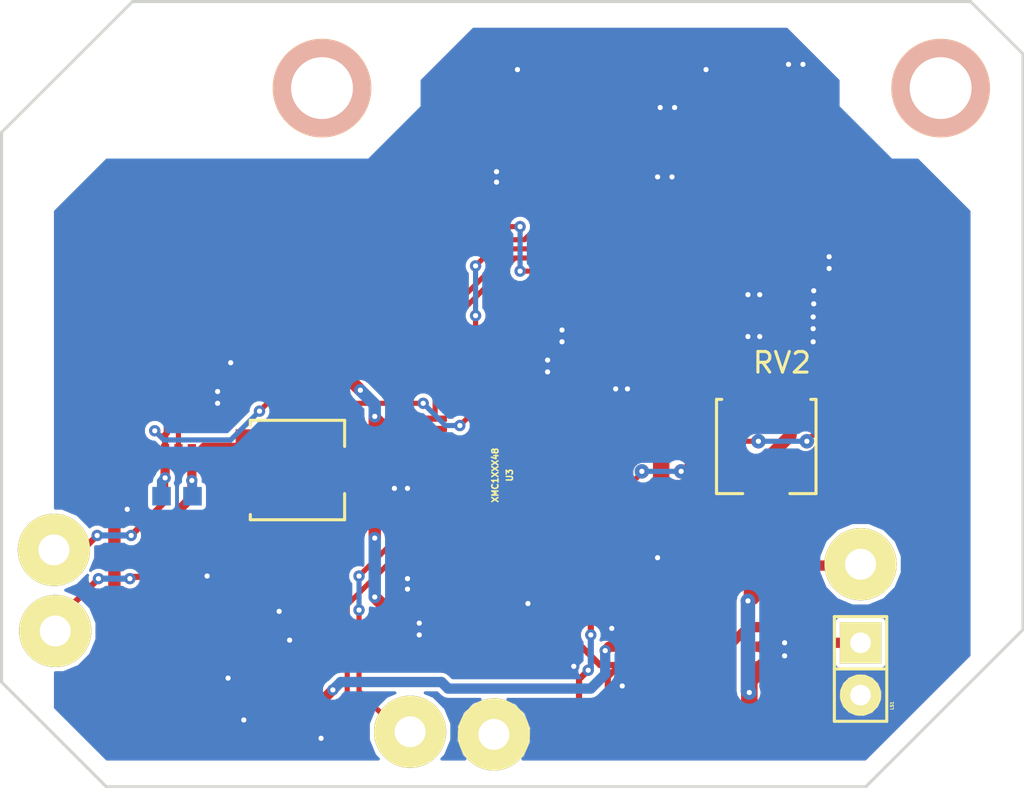
<source format=kicad_pcb>
(kicad_pcb (version 4) (host pcbnew 4.0.7-e2-6376~58~ubuntu17.04.1)

  (general
    (links 131)
    (no_connects 0)
    (area 124.384999 50.724999 174.065001 88.975001)
    (thickness 1.6)
    (drawings 8)
    (tracks 528)
    (zones 0)
    (modules 64)
    (nets 67)
  )

  (page A4)
  (layers
    (0 F.Cu signal)
    (31 B.Cu signal hide)
    (32 B.Adhes user)
    (33 F.Adhes user)
    (34 B.Paste user)
    (35 F.Paste user)
    (36 B.SilkS user)
    (37 F.SilkS user)
    (38 B.Mask user)
    (39 F.Mask user)
    (40 Dwgs.User user)
    (41 Cmts.User user)
    (42 Eco1.User user)
    (43 Eco2.User user)
    (44 Edge.Cuts user)
    (45 Margin user)
    (46 B.CrtYd user)
    (47 F.CrtYd user)
    (48 B.Fab user)
    (49 F.Fab user)
  )

  (setup
    (last_trace_width 0.2)
    (user_trace_width 0.25)
    (user_trace_width 0.3)
    (user_trace_width 0.45)
    (user_trace_width 0.5)
    (user_trace_width 0.6)
    (user_trace_width 0.7)
    (user_trace_width 0.8)
    (user_trace_width 1)
    (trace_clearance 0.14986)
    (zone_clearance 0.2)
    (zone_45_only no)
    (trace_min 0.2)
    (segment_width 0.2)
    (edge_width 0.15)
    (via_size 0.55)
    (via_drill 0.25)
    (via_min_size 0.5)
    (via_min_drill 0.25)
    (user_via 0.7 0.25)
    (uvia_size 0.70104)
    (uvia_drill 0.28492)
    (uvias_allowed no)
    (uvia_min_size 0.701)
    (uvia_min_drill 0.2489)
    (pcb_text_width 0.3)
    (pcb_text_size 1.5 1.5)
    (mod_edge_width 0.15)
    (mod_text_size 1 1)
    (mod_text_width 0.15)
    (pad_size 1.524 1.524)
    (pad_drill 0.762)
    (pad_to_mask_clearance 0)
    (aux_axis_origin 174 88.9)
    (grid_origin 174 88.9)
    (visible_elements FFFFFF7F)
    (pcbplotparams
      (layerselection 0x010f8_80000001)
      (usegerberextensions false)
      (excludeedgelayer true)
      (linewidth 0.100000)
      (plotframeref false)
      (viasonmask false)
      (mode 1)
      (useauxorigin false)
      (hpglpennumber 1)
      (hpglpenspeed 20)
      (hpglpendiameter 15)
      (hpglpenoverlay 2)
      (psnegative false)
      (psa4output false)
      (plotreference true)
      (plotvalue true)
      (plotinvisibletext false)
      (padsonsilk false)
      (subtractmaskfromsilk false)
      (outputformat 1)
      (mirror false)
      (drillshape 0)
      (scaleselection 1)
      (outputdirectory pcb))
  )

  (net 0 "")
  (net 1 +5V)
  (net 2 GND)
  (net 3 "Net-(C2-Pad1)")
  (net 4 Sensor+)
  (net 5 "Net-(C3-Pad1)")
  (net 6 +3V3)
  (net 7 "Net-(C5-Pad1)")
  (net 8 "Net-(C12-Pad1)")
  (net 9 "Net-(C6-Pad2)")
  (net 10 "Net-(C9-Pad1)")
  (net 11 +UA)
  (net 12 "Net-(C14-Pad1)")
  (net 13 "Net-(C15-Pad1)")
  (net 14 "Net-(C16-Pad1)")
  (net 15 "Net-(D2-Pad1)")
  (net 16 "Net-(D3-Pad1)")
  (net 17 "Net-(D3-Pad2)")
  (net 18 "Net-(J1-Pad2)")
  (net 19 MP-OPV-Aus)
  (net 20 PWM-1-OUT)
  (net 21 "Net-(Q1-PadD)")
  (net 22 PWM-2-OUT)
  (net 23 "Net-(Q2-PadD)")
  (net 24 SHDN)
  (net 25 "Net-(R5-Pad1)")
  (net 26 "Net-(RP1-Pad1)")
  (net 27 "Net-(RP1-Pad2)")
  (net 28 "Net-(RP1-Pad3)")
  (net 29 "Net-(RP1-Pad4)")
  (net 30 "Net-(U3-Pad2)")
  (net 31 "Net-(U3-Pad4)")
  (net 32 "Net-(U3-Pad5)")
  (net 33 "Net-(U3-Pad6)")
  (net 34 "Net-(U3-Pad7)")
  (net 35 "Net-(U3-Pad8)")
  (net 36 "Net-(U3-Pad9)")
  (net 37 "Net-(U3-Pad10)")
  (net 38 "Net-(U3-Pad11)")
  (net 39 "Net-(U3-Pad14)")
  (net 40 "Net-(U3-Pad15)")
  (net 41 "Net-(U3-Pad16)")
  (net 42 "Net-(U3-Pad21)")
  (net 43 "Net-(U3-Pad22)")
  (net 44 "Net-(U3-Pad29)")
  (net 45 "Net-(U3-Pad30)")
  (net 46 "Net-(U3-Pad31)")
  (net 47 "Net-(U3-Pad32)")
  (net 48 "Net-(U3-Pad33)")
  (net 49 "Net-(U3-Pad35)")
  (net 50 "Net-(U3-Pad39)")
  (net 51 "Net-(U3-Pad40)")
  (net 52 "Net-(U3-Pad43)")
  (net 53 "Net-(U3-Pad44)")
  (net 54 "Net-(U3-Pad45)")
  (net 55 "Net-(U3-Pad46)")
  (net 56 "Net-(U3-Pad48)")
  (net 57 "Net-(LS1-Pad1)")
  (net 58 "Net-(P0-Pad4)")
  (net 59 "Net-(P0-Pad5)")
  (net 60 "Net-(P0-Pad6)")
  (net 61 "Net-(P1-Pad1)")
  (net 62 "Net-(P8-Pad1)")
  (net 63 "Net-(R6-Pad1)")
  (net 64 "Net-(R10-Pad2)")
  (net 65 "Net-(U3-Pad28)")
  (net 66 "Net-(U3-Pad26)")

  (net_class Default "This is the default net class."
    (clearance 0.14986)
    (trace_width 0.2)
    (via_dia 0.55)
    (via_drill 0.25)
    (uvia_dia 0.70104)
    (uvia_drill 0.28492)
    (add_net +3V3)
    (add_net +5V)
    (add_net +UA)
    (add_net GND)
    (add_net MP-OPV-Aus)
    (add_net "Net-(C12-Pad1)")
    (add_net "Net-(C14-Pad1)")
    (add_net "Net-(C15-Pad1)")
    (add_net "Net-(C16-Pad1)")
    (add_net "Net-(C2-Pad1)")
    (add_net "Net-(C3-Pad1)")
    (add_net "Net-(C5-Pad1)")
    (add_net "Net-(C6-Pad2)")
    (add_net "Net-(C9-Pad1)")
    (add_net "Net-(D2-Pad1)")
    (add_net "Net-(D3-Pad1)")
    (add_net "Net-(D3-Pad2)")
    (add_net "Net-(J1-Pad2)")
    (add_net "Net-(LS1-Pad1)")
    (add_net "Net-(P0-Pad4)")
    (add_net "Net-(P0-Pad5)")
    (add_net "Net-(P0-Pad6)")
    (add_net "Net-(P1-Pad1)")
    (add_net "Net-(P8-Pad1)")
    (add_net "Net-(Q1-PadD)")
    (add_net "Net-(Q2-PadD)")
    (add_net "Net-(R10-Pad2)")
    (add_net "Net-(R5-Pad1)")
    (add_net "Net-(R6-Pad1)")
    (add_net "Net-(RP1-Pad1)")
    (add_net "Net-(RP1-Pad2)")
    (add_net "Net-(RP1-Pad3)")
    (add_net "Net-(RP1-Pad4)")
    (add_net "Net-(U3-Pad10)")
    (add_net "Net-(U3-Pad11)")
    (add_net "Net-(U3-Pad14)")
    (add_net "Net-(U3-Pad15)")
    (add_net "Net-(U3-Pad16)")
    (add_net "Net-(U3-Pad2)")
    (add_net "Net-(U3-Pad21)")
    (add_net "Net-(U3-Pad22)")
    (add_net "Net-(U3-Pad26)")
    (add_net "Net-(U3-Pad28)")
    (add_net "Net-(U3-Pad29)")
    (add_net "Net-(U3-Pad30)")
    (add_net "Net-(U3-Pad31)")
    (add_net "Net-(U3-Pad32)")
    (add_net "Net-(U3-Pad33)")
    (add_net "Net-(U3-Pad35)")
    (add_net "Net-(U3-Pad39)")
    (add_net "Net-(U3-Pad4)")
    (add_net "Net-(U3-Pad40)")
    (add_net "Net-(U3-Pad43)")
    (add_net "Net-(U3-Pad44)")
    (add_net "Net-(U3-Pad45)")
    (add_net "Net-(U3-Pad46)")
    (add_net "Net-(U3-Pad48)")
    (add_net "Net-(U3-Pad5)")
    (add_net "Net-(U3-Pad6)")
    (add_net "Net-(U3-Pad7)")
    (add_net "Net-(U3-Pad8)")
    (add_net "Net-(U3-Pad9)")
    (add_net PWM-1-OUT)
    (add_net PWM-2-OUT)
    (add_net SHDN)
    (add_net Sensor+)
  )

  (module kicad-libraries:C0805 (layer F.Cu) (tedit 58F5DFFC) (tstamp 5A99A6DC)
    (at 163.068 55.88 90)
    (path /5A940D13)
    (attr smd)
    (fp_text reference C1 (at 0 0.3 90) (layer F.Fab)
      (effects (font (size 0.2 0.2) (thickness 0.05)))
    )
    (fp_text value 4.7uF (at 0 -0.2 90) (layer F.Fab)
      (effects (font (size 0.2 0.2) (thickness 0.05)))
    )
    (fp_line (start -1.651 -0.8001) (end -1.651 0.8001) (layer F.Fab) (width 0.001))
    (fp_line (start -1.651 0.8001) (end 1.651 0.8001) (layer F.Fab) (width 0.001))
    (fp_line (start 1.651 0.8001) (end 1.651 -0.8001) (layer F.Fab) (width 0.001))
    (fp_line (start 1.651 -0.8001) (end -1.651 -0.8001) (layer F.Fab) (width 0.001))
    (pad 1 smd rect (at -1.00076 0 90) (size 1.00076 1.24968) (layers F.Cu F.Paste F.Mask)
      (net 1 +5V) (clearance 0.14986))
    (pad 2 smd rect (at 1.00076 0 90) (size 1.00076 1.24968) (layers F.Cu F.Paste F.Mask)
      (net 2 GND) (clearance 0.14986))
    (model Capacitors_SMD/C_0805.wrl
      (at (xyz 0 0 0))
      (scale (xyz 1 1 1))
      (rotate (xyz 0 0 0))
    )
  )

  (module kicad-libraries:C0603F (layer F.Cu) (tedit 58F5DD02) (tstamp 5A99A6E6)
    (at 133.731 81.788)
    (path /5A93DAD2)
    (attr smd)
    (fp_text reference C2 (at 0.05 0.225) (layer F.Fab)
      (effects (font (size 0.2 0.2) (thickness 0.05)))
    )
    (fp_text value 100nF (at 0.05 -0.375) (layer F.Fab)
      (effects (font (size 0.2 0.2) (thickness 0.05)))
    )
    (fp_line (start -1.45034 -0.65024) (end 1.45034 -0.65024) (layer F.Fab) (width 0.001))
    (fp_line (start 1.45034 -0.65024) (end 1.45034 0.65024) (layer F.Fab) (width 0.001))
    (fp_line (start 1.45034 0.65024) (end -1.45034 0.65024) (layer F.Fab) (width 0.001))
    (fp_line (start -1.45034 0.65024) (end -1.45034 -0.65024) (layer F.Fab) (width 0.001))
    (pad 1 smd rect (at -0.75 0) (size 0.9 0.9) (layers F.Cu F.Paste F.Mask)
      (net 3 "Net-(C2-Pad1)"))
    (pad 2 smd rect (at 0.75 0) (size 0.9 0.9) (layers F.Cu F.Paste F.Mask)
      (net 4 Sensor+))
    (model Capacitors_SMD/C_0603.wrl
      (at (xyz 0 0 0))
      (scale (xyz 1 1 1))
      (rotate (xyz 0 0 0))
    )
  )

  (module kicad-libraries:C0805 (layer F.Cu) (tedit 58F5DFFC) (tstamp 5A99A6F0)
    (at 164.846 63.5 180)
    (path /5A940967)
    (attr smd)
    (fp_text reference C3 (at 0 0.3 180) (layer F.Fab)
      (effects (font (size 0.2 0.2) (thickness 0.05)))
    )
    (fp_text value 4.7uF (at 0 -0.2 180) (layer F.Fab)
      (effects (font (size 0.2 0.2) (thickness 0.05)))
    )
    (fp_line (start -1.651 -0.8001) (end -1.651 0.8001) (layer F.Fab) (width 0.001))
    (fp_line (start -1.651 0.8001) (end 1.651 0.8001) (layer F.Fab) (width 0.001))
    (fp_line (start 1.651 0.8001) (end 1.651 -0.8001) (layer F.Fab) (width 0.001))
    (fp_line (start 1.651 -0.8001) (end -1.651 -0.8001) (layer F.Fab) (width 0.001))
    (pad 1 smd rect (at -1.00076 0 180) (size 1.00076 1.24968) (layers F.Cu F.Paste F.Mask)
      (net 5 "Net-(C3-Pad1)") (clearance 0.14986))
    (pad 2 smd rect (at 1.00076 0 180) (size 1.00076 1.24968) (layers F.Cu F.Paste F.Mask)
      (net 2 GND) (clearance 0.14986))
    (model Capacitors_SMD/C_0805.wrl
      (at (xyz 0 0 0))
      (scale (xyz 1 1 1))
      (rotate (xyz 0 0 0))
    )
  )

  (module kicad-libraries:C0603F (layer F.Cu) (tedit 58F5DD02) (tstamp 5A99A6FA)
    (at 130.302 73.66 270)
    (path /5A93E11D)
    (attr smd)
    (fp_text reference C4 (at 0.05 0.225 270) (layer F.Fab)
      (effects (font (size 0.2 0.2) (thickness 0.05)))
    )
    (fp_text value 100nF (at 0.05 -0.375 270) (layer F.Fab)
      (effects (font (size 0.2 0.2) (thickness 0.05)))
    )
    (fp_line (start -1.45034 -0.65024) (end 1.45034 -0.65024) (layer F.Fab) (width 0.001))
    (fp_line (start 1.45034 -0.65024) (end 1.45034 0.65024) (layer F.Fab) (width 0.001))
    (fp_line (start 1.45034 0.65024) (end -1.45034 0.65024) (layer F.Fab) (width 0.001))
    (fp_line (start -1.45034 0.65024) (end -1.45034 -0.65024) (layer F.Fab) (width 0.001))
    (pad 1 smd rect (at -0.75 0 270) (size 0.9 0.9) (layers F.Cu F.Paste F.Mask)
      (net 6 +3V3))
    (pad 2 smd rect (at 0.75 0 270) (size 0.9 0.9) (layers F.Cu F.Paste F.Mask)
      (net 2 GND))
    (model Capacitors_SMD/C_0603.wrl
      (at (xyz 0 0 0))
      (scale (xyz 1 1 1))
      (rotate (xyz 0 0 0))
    )
  )

  (module kicad-libraries:C0603F (layer F.Cu) (tedit 58F5DD02) (tstamp 5A99A704)
    (at 136.144 80.391)
    (path /5A93E1A6)
    (attr smd)
    (fp_text reference C5 (at 0.05 0.225) (layer F.Fab)
      (effects (font (size 0.2 0.2) (thickness 0.05)))
    )
    (fp_text value 4.7nF (at 0.05 -0.375) (layer F.Fab)
      (effects (font (size 0.2 0.2) (thickness 0.05)))
    )
    (fp_line (start -1.45034 -0.65024) (end 1.45034 -0.65024) (layer F.Fab) (width 0.001))
    (fp_line (start 1.45034 -0.65024) (end 1.45034 0.65024) (layer F.Fab) (width 0.001))
    (fp_line (start 1.45034 0.65024) (end -1.45034 0.65024) (layer F.Fab) (width 0.001))
    (fp_line (start -1.45034 0.65024) (end -1.45034 -0.65024) (layer F.Fab) (width 0.001))
    (pad 1 smd rect (at -0.75 0) (size 0.9 0.9) (layers F.Cu F.Paste F.Mask)
      (net 7 "Net-(C5-Pad1)"))
    (pad 2 smd rect (at 0.75 0) (size 0.9 0.9) (layers F.Cu F.Paste F.Mask)
      (net 2 GND))
    (model Capacitors_SMD/C_0603.wrl
      (at (xyz 0 0 0))
      (scale (xyz 1 1 1))
      (rotate (xyz 0 0 0))
    )
  )

  (module kicad-libraries:C0603F (layer F.Cu) (tedit 58F5DD02) (tstamp 5A99A70E)
    (at 160.02 68.326)
    (path /5A940857)
    (attr smd)
    (fp_text reference C6 (at 0.05 0.225) (layer F.Fab)
      (effects (font (size 0.2 0.2) (thickness 0.05)))
    )
    (fp_text value 270pF (at 0.05 -0.375) (layer F.Fab)
      (effects (font (size 0.2 0.2) (thickness 0.05)))
    )
    (fp_line (start -1.45034 -0.65024) (end 1.45034 -0.65024) (layer F.Fab) (width 0.001))
    (fp_line (start 1.45034 -0.65024) (end 1.45034 0.65024) (layer F.Fab) (width 0.001))
    (fp_line (start 1.45034 0.65024) (end -1.45034 0.65024) (layer F.Fab) (width 0.001))
    (fp_line (start -1.45034 0.65024) (end -1.45034 -0.65024) (layer F.Fab) (width 0.001))
    (pad 1 smd rect (at -0.75 0) (size 0.9 0.9) (layers F.Cu F.Paste F.Mask)
      (net 8 "Net-(C12-Pad1)"))
    (pad 2 smd rect (at 0.75 0) (size 0.9 0.9) (layers F.Cu F.Paste F.Mask)
      (net 9 "Net-(C6-Pad2)"))
    (model Capacitors_SMD/C_0603.wrl
      (at (xyz 0 0 0))
      (scale (xyz 1 1 1))
      (rotate (xyz 0 0 0))
    )
  )

  (module kicad-libraries:C0603F (layer F.Cu) (tedit 58F5DD02) (tstamp 5A99A718)
    (at 145.796 78.867 180)
    (path /5A948A4A)
    (attr smd)
    (fp_text reference C7 (at 0.05 0.225 180) (layer F.Fab)
      (effects (font (size 0.2 0.2) (thickness 0.05)))
    )
    (fp_text value 100nF (at 0.05 -0.375 180) (layer F.Fab)
      (effects (font (size 0.2 0.2) (thickness 0.05)))
    )
    (fp_line (start -1.45034 -0.65024) (end 1.45034 -0.65024) (layer F.Fab) (width 0.001))
    (fp_line (start 1.45034 -0.65024) (end 1.45034 0.65024) (layer F.Fab) (width 0.001))
    (fp_line (start 1.45034 0.65024) (end -1.45034 0.65024) (layer F.Fab) (width 0.001))
    (fp_line (start -1.45034 0.65024) (end -1.45034 -0.65024) (layer F.Fab) (width 0.001))
    (pad 1 smd rect (at -0.75 0 180) (size 0.9 0.9) (layers F.Cu F.Paste F.Mask)
      (net 6 +3V3))
    (pad 2 smd rect (at 0.75 0 180) (size 0.9 0.9) (layers F.Cu F.Paste F.Mask)
      (net 2 GND))
    (model Capacitors_SMD/C_0603.wrl
      (at (xyz 0 0 0))
      (scale (xyz 1 1 1))
      (rotate (xyz 0 0 0))
    )
  )

  (module kicad-libraries:C0603F (layer F.Cu) (tedit 58F5DD02) (tstamp 5A99A722)
    (at 149.352 68.453)
    (path /5A948C84)
    (attr smd)
    (fp_text reference C8 (at 0.05 0.225) (layer F.Fab)
      (effects (font (size 0.2 0.2) (thickness 0.05)))
    )
    (fp_text value 100nF (at 0.05 -0.375) (layer F.Fab)
      (effects (font (size 0.2 0.2) (thickness 0.05)))
    )
    (fp_line (start -1.45034 -0.65024) (end 1.45034 -0.65024) (layer F.Fab) (width 0.001))
    (fp_line (start 1.45034 -0.65024) (end 1.45034 0.65024) (layer F.Fab) (width 0.001))
    (fp_line (start 1.45034 0.65024) (end -1.45034 0.65024) (layer F.Fab) (width 0.001))
    (fp_line (start -1.45034 0.65024) (end -1.45034 -0.65024) (layer F.Fab) (width 0.001))
    (pad 1 smd rect (at -0.75 0) (size 0.9 0.9) (layers F.Cu F.Paste F.Mask)
      (net 6 +3V3))
    (pad 2 smd rect (at 0.75 0) (size 0.9 0.9) (layers F.Cu F.Paste F.Mask)
      (net 2 GND))
    (model Capacitors_SMD/C_0603.wrl
      (at (xyz 0 0 0))
      (scale (xyz 1 1 1))
      (rotate (xyz 0 0 0))
    )
  )

  (module kicad-libraries:C0603F (layer F.Cu) (tedit 58F5DD02) (tstamp 5A99A72C)
    (at 133.985 71.12)
    (path /5A93E162)
    (attr smd)
    (fp_text reference C9 (at 0.05 0.225) (layer F.Fab)
      (effects (font (size 0.2 0.2) (thickness 0.05)))
    )
    (fp_text value 100nF (at 0.05 -0.375) (layer F.Fab)
      (effects (font (size 0.2 0.2) (thickness 0.05)))
    )
    (fp_line (start -1.45034 -0.65024) (end 1.45034 -0.65024) (layer F.Fab) (width 0.001))
    (fp_line (start 1.45034 -0.65024) (end 1.45034 0.65024) (layer F.Fab) (width 0.001))
    (fp_line (start 1.45034 0.65024) (end -1.45034 0.65024) (layer F.Fab) (width 0.001))
    (fp_line (start -1.45034 0.65024) (end -1.45034 -0.65024) (layer F.Fab) (width 0.001))
    (pad 1 smd rect (at -0.75 0) (size 0.9 0.9) (layers F.Cu F.Paste F.Mask)
      (net 10 "Net-(C9-Pad1)"))
    (pad 2 smd rect (at 0.75 0) (size 0.9 0.9) (layers F.Cu F.Paste F.Mask)
      (net 2 GND))
    (model Capacitors_SMD/C_0603.wrl
      (at (xyz 0 0 0))
      (scale (xyz 1 1 1))
      (rotate (xyz 0 0 0))
    )
  )

  (module kicad-libraries:C0603F (layer F.Cu) (tedit 58F5DD02) (tstamp 5A99A736)
    (at 143.891 72.771 270)
    (path /5A948BE2)
    (attr smd)
    (fp_text reference C10 (at 0.05 0.225 270) (layer F.Fab)
      (effects (font (size 0.2 0.2) (thickness 0.05)))
    )
    (fp_text value 100nF (at 0.05 -0.375 270) (layer F.Fab)
      (effects (font (size 0.2 0.2) (thickness 0.05)))
    )
    (fp_line (start -1.45034 -0.65024) (end 1.45034 -0.65024) (layer F.Fab) (width 0.001))
    (fp_line (start 1.45034 -0.65024) (end 1.45034 0.65024) (layer F.Fab) (width 0.001))
    (fp_line (start 1.45034 0.65024) (end -1.45034 0.65024) (layer F.Fab) (width 0.001))
    (fp_line (start -1.45034 0.65024) (end -1.45034 -0.65024) (layer F.Fab) (width 0.001))
    (pad 1 smd rect (at -0.75 0 270) (size 0.9 0.9) (layers F.Cu F.Paste F.Mask)
      (net 6 +3V3))
    (pad 2 smd rect (at 0.75 0 270) (size 0.9 0.9) (layers F.Cu F.Paste F.Mask)
      (net 2 GND))
    (model Capacitors_SMD/C_0603.wrl
      (at (xyz 0 0 0))
      (scale (xyz 1 1 1))
      (rotate (xyz 0 0 0))
    )
  )

  (module kicad-libraries:C0603F (layer F.Cu) (tedit 58F5DD02) (tstamp 5A99A740)
    (at 150.114 67.056)
    (path /5A948D53)
    (attr smd)
    (fp_text reference C11 (at 0.05 0.225) (layer F.Fab)
      (effects (font (size 0.2 0.2) (thickness 0.05)))
    )
    (fp_text value 220nF (at 0.05 -0.375) (layer F.Fab)
      (effects (font (size 0.2 0.2) (thickness 0.05)))
    )
    (fp_line (start -1.45034 -0.65024) (end 1.45034 -0.65024) (layer F.Fab) (width 0.001))
    (fp_line (start 1.45034 -0.65024) (end 1.45034 0.65024) (layer F.Fab) (width 0.001))
    (fp_line (start 1.45034 0.65024) (end -1.45034 0.65024) (layer F.Fab) (width 0.001))
    (fp_line (start -1.45034 0.65024) (end -1.45034 -0.65024) (layer F.Fab) (width 0.001))
    (pad 1 smd rect (at -0.75 0) (size 0.9 0.9) (layers F.Cu F.Paste F.Mask)
      (net 6 +3V3))
    (pad 2 smd rect (at 0.75 0) (size 0.9 0.9) (layers F.Cu F.Paste F.Mask)
      (net 2 GND))
    (model Capacitors_SMD/C_0603.wrl
      (at (xyz 0 0 0))
      (scale (xyz 1 1 1))
      (rotate (xyz 0 0 0))
    )
  )

  (module kicad-libraries:C0805 (layer F.Cu) (tedit 58F5DFFC) (tstamp 5A99A74A)
    (at 160.147 66.04)
    (path /5A940DC0)
    (attr smd)
    (fp_text reference C12 (at 0 0.3) (layer F.Fab)
      (effects (font (size 0.2 0.2) (thickness 0.05)))
    )
    (fp_text value 4.7uF (at 0 -0.2) (layer F.Fab)
      (effects (font (size 0.2 0.2) (thickness 0.05)))
    )
    (fp_line (start -1.651 -0.8001) (end -1.651 0.8001) (layer F.Fab) (width 0.001))
    (fp_line (start -1.651 0.8001) (end 1.651 0.8001) (layer F.Fab) (width 0.001))
    (fp_line (start 1.651 0.8001) (end 1.651 -0.8001) (layer F.Fab) (width 0.001))
    (fp_line (start 1.651 -0.8001) (end -1.651 -0.8001) (layer F.Fab) (width 0.001))
    (pad 1 smd rect (at -1.00076 0) (size 1.00076 1.24968) (layers F.Cu F.Paste F.Mask)
      (net 8 "Net-(C12-Pad1)") (clearance 0.14986))
    (pad 2 smd rect (at 1.00076 0) (size 1.00076 1.24968) (layers F.Cu F.Paste F.Mask)
      (net 2 GND) (clearance 0.14986))
    (model Capacitors_SMD/C_0805.wrl
      (at (xyz 0 0 0))
      (scale (xyz 1 1 1))
      (rotate (xyz 0 0 0))
    )
  )

  (module kicad-libraries:C0805 (layer F.Cu) (tedit 58F5DFFC) (tstamp 5A99A754)
    (at 155.448 70.739 180)
    (path /5A940E28)
    (attr smd)
    (fp_text reference C13 (at 0 0.3 180) (layer F.Fab)
      (effects (font (size 0.2 0.2) (thickness 0.05)))
    )
    (fp_text value 4.7uF (at 0 -0.2 180) (layer F.Fab)
      (effects (font (size 0.2 0.2) (thickness 0.05)))
    )
    (fp_line (start -1.651 -0.8001) (end -1.651 0.8001) (layer F.Fab) (width 0.001))
    (fp_line (start -1.651 0.8001) (end 1.651 0.8001) (layer F.Fab) (width 0.001))
    (fp_line (start 1.651 0.8001) (end 1.651 -0.8001) (layer F.Fab) (width 0.001))
    (fp_line (start 1.651 -0.8001) (end -1.651 -0.8001) (layer F.Fab) (width 0.001))
    (pad 1 smd rect (at -1.00076 0 180) (size 1.00076 1.24968) (layers F.Cu F.Paste F.Mask)
      (net 11 +UA) (clearance 0.14986))
    (pad 2 smd rect (at 1.00076 0 180) (size 1.00076 1.24968) (layers F.Cu F.Paste F.Mask)
      (net 2 GND) (clearance 0.14986))
    (model Capacitors_SMD/C_0805.wrl
      (at (xyz 0 0 0))
      (scale (xyz 1 1 1))
      (rotate (xyz 0 0 0))
    )
  )

  (module kicad-libraries:C0402F (layer F.Cu) (tedit 5A0C5AF6) (tstamp 5A99A75E)
    (at 149.733 59.309 180)
    (path /5A947C4A)
    (fp_text reference C14 (at 0.1 0.15 180) (layer F.Fab)
      (effects (font (size 0.2 0.2) (thickness 0.05)))
    )
    (fp_text value 220pF (at 0 -0.15 180) (layer F.Fab)
      (effects (font (size 0.2 0.2) (thickness 0.05)))
    )
    (fp_line (start -0.9 -0.45) (end 0.9 -0.45) (layer F.Fab) (width 0.025))
    (fp_line (start 0.9 -0.45) (end 0.9 0.45) (layer F.Fab) (width 0.025))
    (fp_line (start 0.9 0.45) (end -0.9 0.45) (layer F.Fab) (width 0.025))
    (fp_line (start -0.9 0.45) (end -0.9 -0.45) (layer F.Fab) (width 0.025))
    (pad 2 smd rect (at 0.5 0 180) (size 0.6 0.7) (layers F.Cu F.Paste F.Mask)
      (net 2 GND))
    (pad 1 smd rect (at -0.5 0 180) (size 0.6 0.7) (layers F.Cu F.Paste F.Mask)
      (net 12 "Net-(C14-Pad1)"))
    (model Capacitors_SMD/C_0402.wrl
      (at (xyz 0 0 0))
      (scale (xyz 1 1 1))
      (rotate (xyz 0 0 0))
    )
  )

  (module kicad-libraries:C0603F (layer F.Cu) (tedit 58F5DD02) (tstamp 5A99A768)
    (at 145.7325 81.9785 90)
    (path /5A94B021)
    (attr smd)
    (fp_text reference C15 (at 0.05 0.225 90) (layer F.Fab)
      (effects (font (size 0.2 0.2) (thickness 0.05)))
    )
    (fp_text value 10pF (at 0.05 -0.375 90) (layer F.Fab)
      (effects (font (size 0.2 0.2) (thickness 0.05)))
    )
    (fp_line (start -1.45034 -0.65024) (end 1.45034 -0.65024) (layer F.Fab) (width 0.001))
    (fp_line (start 1.45034 -0.65024) (end 1.45034 0.65024) (layer F.Fab) (width 0.001))
    (fp_line (start 1.45034 0.65024) (end -1.45034 0.65024) (layer F.Fab) (width 0.001))
    (fp_line (start -1.45034 0.65024) (end -1.45034 -0.65024) (layer F.Fab) (width 0.001))
    (pad 1 smd rect (at -0.75 0 90) (size 0.9 0.9) (layers F.Cu F.Paste F.Mask)
      (net 13 "Net-(C15-Pad1)"))
    (pad 2 smd rect (at 0.75 0 90) (size 0.9 0.9) (layers F.Cu F.Paste F.Mask)
      (net 2 GND))
    (model Capacitors_SMD/C_0603.wrl
      (at (xyz 0 0 0))
      (scale (xyz 1 1 1))
      (rotate (xyz 0 0 0))
    )
  )

  (module kicad-libraries:C0603F (layer F.Cu) (tedit 58F5DD02) (tstamp 5A99A772)
    (at 151.3205 81.9785 270)
    (path /5A94B14E)
    (attr smd)
    (fp_text reference C16 (at 0.05 0.225 270) (layer F.Fab)
      (effects (font (size 0.2 0.2) (thickness 0.05)))
    )
    (fp_text value 10pF (at 0.05 -0.375 270) (layer F.Fab)
      (effects (font (size 0.2 0.2) (thickness 0.05)))
    )
    (fp_line (start -1.45034 -0.65024) (end 1.45034 -0.65024) (layer F.Fab) (width 0.001))
    (fp_line (start 1.45034 -0.65024) (end 1.45034 0.65024) (layer F.Fab) (width 0.001))
    (fp_line (start 1.45034 0.65024) (end -1.45034 0.65024) (layer F.Fab) (width 0.001))
    (fp_line (start -1.45034 0.65024) (end -1.45034 -0.65024) (layer F.Fab) (width 0.001))
    (pad 1 smd rect (at -0.75 0 270) (size 0.9 0.9) (layers F.Cu F.Paste F.Mask)
      (net 14 "Net-(C16-Pad1)"))
    (pad 2 smd rect (at 0.75 0 270) (size 0.9 0.9) (layers F.Cu F.Paste F.Mask)
      (net 2 GND))
    (model Capacitors_SMD/C_0603.wrl
      (at (xyz 0 0 0))
      (scale (xyz 1 1 1))
      (rotate (xyz 0 0 0))
    )
  )

  (module kicad-libraries:SOD-123 (layer F.Cu) (tedit 58F7722C) (tstamp 5A99A786)
    (at 133.223 84.963 180)
    (path /5A93E8EF)
    (attr smd)
    (fp_text reference D1 (at -0.3 0.46 180) (layer F.Fab)
      (effects (font (size 0.2 0.2) (thickness 0.05)))
    )
    (fp_text value ZENER (at -0.5 -0.54 180) (layer F.Fab)
      (effects (font (size 0.2 0.2) (thickness 0.05)))
    )
    (fp_line (start 0.29972 -0.8001) (end 0.29972 0.8001) (layer F.Fab) (width 0.001))
    (fp_line (start 0.39878 -0.8001) (end 0.39878 0.8001) (layer F.Fab) (width 0.001))
    (fp_line (start 0.50038 0.8001) (end 0.50038 -0.8001) (layer F.Fab) (width 0.001))
    (fp_line (start 0.59944 -0.8001) (end 0.59944 0.8001) (layer F.Fab) (width 0.001))
    (fp_line (start 0.70104 0.8001) (end 0.70104 -0.8001) (layer F.Fab) (width 0.001))
    (fp_line (start 1.19888 0.8001) (end 1.19888 -0.8001) (layer F.Fab) (width 0.001))
    (fp_line (start 1.09982 0.8001) (end 1.09982 -0.8001) (layer F.Fab) (width 0.001))
    (fp_line (start 1.00076 -0.8001) (end 1.00076 0.8001) (layer F.Fab) (width 0.001))
    (fp_line (start 0.89916 0.8001) (end 0.89916 -0.8001) (layer F.Fab) (width 0.001))
    (fp_line (start 0.8001 -0.8001) (end 0.8001 0.8001) (layer F.Fab) (width 0.001))
    (fp_line (start -1.34874 -0.8001) (end 1.34874 -0.8001) (layer F.Fab) (width 0.001))
    (fp_line (start 1.34874 -0.8001) (end 1.34874 0.8001) (layer F.Fab) (width 0.001))
    (fp_line (start 1.34874 0.8001) (end -1.34874 0.8001) (layer F.Fab) (width 0.001))
    (fp_line (start -1.34874 0.8001) (end -1.34874 -0.8001) (layer F.Fab) (width 0.001))
    (pad 1 smd rect (at -1.84912 0 180) (size 1.19888 0.70104) (layers F.Cu F.Paste F.Mask)
      (net 2 GND) (clearance 0.14986))
    (pad 2 smd rect (at 1.84912 0 180) (size 1.19888 0.70104) (layers F.Cu F.Paste F.Mask)
      (net 3 "Net-(C2-Pad1)") (clearance 0.14986))
    (model Housing_SOT_SOD/SOD-123.wrl
      (at (xyz 0 0 0))
      (scale (xyz 1 1 1))
      (rotate (xyz -90 0 180))
    )
  )

  (module kicad-libraries:SOD-123 (layer F.Cu) (tedit 58F7722C) (tstamp 5A99A79A)
    (at 160.528 63.754 180)
    (path /5A941F25)
    (attr smd)
    (fp_text reference D2 (at -0.3 0.46 180) (layer F.Fab)
      (effects (font (size 0.2 0.2) (thickness 0.05)))
    )
    (fp_text value DIODESCH (at -0.5 -0.54 180) (layer F.Fab)
      (effects (font (size 0.2 0.2) (thickness 0.05)))
    )
    (fp_line (start 0.29972 -0.8001) (end 0.29972 0.8001) (layer F.Fab) (width 0.001))
    (fp_line (start 0.39878 -0.8001) (end 0.39878 0.8001) (layer F.Fab) (width 0.001))
    (fp_line (start 0.50038 0.8001) (end 0.50038 -0.8001) (layer F.Fab) (width 0.001))
    (fp_line (start 0.59944 -0.8001) (end 0.59944 0.8001) (layer F.Fab) (width 0.001))
    (fp_line (start 0.70104 0.8001) (end 0.70104 -0.8001) (layer F.Fab) (width 0.001))
    (fp_line (start 1.19888 0.8001) (end 1.19888 -0.8001) (layer F.Fab) (width 0.001))
    (fp_line (start 1.09982 0.8001) (end 1.09982 -0.8001) (layer F.Fab) (width 0.001))
    (fp_line (start 1.00076 -0.8001) (end 1.00076 0.8001) (layer F.Fab) (width 0.001))
    (fp_line (start 0.89916 0.8001) (end 0.89916 -0.8001) (layer F.Fab) (width 0.001))
    (fp_line (start 0.8001 -0.8001) (end 0.8001 0.8001) (layer F.Fab) (width 0.001))
    (fp_line (start -1.34874 -0.8001) (end 1.34874 -0.8001) (layer F.Fab) (width 0.001))
    (fp_line (start 1.34874 -0.8001) (end 1.34874 0.8001) (layer F.Fab) (width 0.001))
    (fp_line (start 1.34874 0.8001) (end -1.34874 0.8001) (layer F.Fab) (width 0.001))
    (fp_line (start -1.34874 0.8001) (end -1.34874 -0.8001) (layer F.Fab) (width 0.001))
    (pad 1 smd rect (at -1.84912 0 180) (size 1.19888 0.70104) (layers F.Cu F.Paste F.Mask)
      (net 15 "Net-(D2-Pad1)") (clearance 0.14986))
    (pad 2 smd rect (at 1.84912 0 180) (size 1.19888 0.70104) (layers F.Cu F.Paste F.Mask)
      (net 8 "Net-(C12-Pad1)") (clearance 0.14986))
    (model Housing_SOT_SOD/SOD-123.wrl
      (at (xyz 0 0 0))
      (scale (xyz 1 1 1))
      (rotate (xyz -90 0 180))
    )
  )

  (module kicad-libraries:D0603E (layer F.Cu) (tedit 58F76B43) (tstamp 5A99A7AA)
    (at 153.035 68.199 270)
    (path /5A94E0FB)
    (attr smd)
    (fp_text reference D3 (at 0.85 0.45 270) (layer F.Fab)
      (effects (font (size 0.2 0.2) (thickness 0.05)))
    )
    (fp_text value LED (at 0.85 -0.5 270) (layer F.Fab)
      (effects (font (size 0.2 0.2) (thickness 0.05)))
    )
    (fp_line (start 0.2 -0.4) (end 0.2 0.4) (layer F.Fab) (width 0.05))
    (fp_line (start 0.2 0) (end -0.2 -0.4) (layer F.Fab) (width 0.05))
    (fp_line (start -0.2 -0.4) (end -0.2 0.4) (layer F.Fab) (width 0.05))
    (fp_line (start -0.2 0.4) (end 0.2 0) (layer F.Fab) (width 0.05))
    (fp_line (start -0.889 -0.254) (end -0.889 0.254) (layer F.Fab) (width 0.05))
    (fp_line (start -1.143 0) (end -0.635 0) (layer F.Fab) (width 0.05))
    (fp_line (start -1.45034 -0.65024) (end 1.45034 -0.65024) (layer F.Fab) (width 0.001))
    (fp_line (start 1.45034 -0.65024) (end 1.45034 0.65024) (layer F.Fab) (width 0.001))
    (fp_line (start 1.45034 0.65024) (end -1.45034 0.65024) (layer F.Fab) (width 0.001))
    (fp_line (start -1.45034 0.65024) (end -1.45034 -0.65024) (layer F.Fab) (width 0.001))
    (pad 1 smd rect (at -0.8501 0 270) (size 1.1 1) (layers F.Cu F.Paste F.Mask)
      (net 16 "Net-(D3-Pad1)"))
    (pad 2 smd rect (at 0.8501 0 270) (size 1.1 1) (layers F.Cu F.Paste F.Mask)
      (net 17 "Net-(D3-Pad2)"))
    (model LED_SMD/D_0603_blue.wrl
      (at (xyz 0 0 0))
      (scale (xyz 1 1 1))
      (rotate (xyz 90 180 0))
    )
  )

  (module kicad-libraries:SolderJumper (layer F.Cu) (tedit 590B2DE4) (tstamp 5A99A7B3)
    (at 141.224 86.36 90)
    (path /5A94B1DE)
    (fp_text reference J1 (at 0 0.35 90) (layer F.Fab)
      (effects (font (size 0.3 0.3) (thickness 0.0712)))
    )
    (fp_text value Conn_01x02 (at 0 -0.35 90) (layer F.Fab)
      (effects (font (size 0.3 0.3) (thickness 0.0712)))
    )
    (pad 2 smd rect (at 0.55 0 90) (size 0.3 1.4) (layers F.Cu F.Mask)
      (net 18 "Net-(J1-Pad2)"))
    (pad 2 smd rect (at 0.15 0 90) (size 0.6 0.5) (layers F.Cu F.Mask)
      (net 18 "Net-(J1-Pad2)"))
    (pad 1 smd rect (at -0.5 0 90) (size 0.4 1.4) (layers F.Cu F.Mask)
      (net 2 GND))
    (pad 1 smd rect (at -0.225 0.55 90) (size 0.95 0.3) (layers F.Cu F.Mask)
      (net 2 GND))
    (pad 1 smd rect (at -0.225 -0.55 90) (size 0.95 0.3) (layers F.Cu F.Mask)
      (net 2 GND))
  )

  (module kicad-libraries:C0603F (layer F.Cu) (tedit 58F5DD02) (tstamp 5A99A7BD)
    (at 163.83 58.293)
    (path /5A940430)
    (attr smd)
    (fp_text reference L1 (at 0.05 0.225) (layer F.Fab)
      (effects (font (size 0.2 0.2) (thickness 0.05)))
    )
    (fp_text value FB (at 0.05 -0.375) (layer F.Fab)
      (effects (font (size 0.2 0.2) (thickness 0.05)))
    )
    (fp_line (start -1.45034 -0.65024) (end 1.45034 -0.65024) (layer F.Fab) (width 0.001))
    (fp_line (start 1.45034 -0.65024) (end 1.45034 0.65024) (layer F.Fab) (width 0.001))
    (fp_line (start 1.45034 0.65024) (end -1.45034 0.65024) (layer F.Fab) (width 0.001))
    (fp_line (start -1.45034 0.65024) (end -1.45034 -0.65024) (layer F.Fab) (width 0.001))
    (pad 1 smd rect (at -0.75 0) (size 0.9 0.9) (layers F.Cu F.Paste F.Mask)
      (net 1 +5V))
    (pad 2 smd rect (at 0.75 0) (size 0.9 0.9) (layers F.Cu F.Paste F.Mask)
      (net 5 "Net-(C3-Pad1)"))
    (model Capacitors_SMD/C_0603.wrl
      (at (xyz 0 0 0))
      (scale (xyz 1 1 1))
      (rotate (xyz 0 0 0))
    )
  )

  (module kicad-libraries:NR3030 (layer F.Cu) (tedit 597B36E0) (tstamp 5A99A7C7)
    (at 163.83 60.833 180)
    (path /5A940598)
    (attr smd)
    (fp_text reference L2 (at 0.00254 0.8001 180) (layer F.Fab)
      (effects (font (size 0.29972 0.29972) (thickness 0.07493)))
    )
    (fp_text value 10uH (at 0 0 180) (layer F.Fab)
      (effects (font (size 0.29972 0.29972) (thickness 0.07493)))
    )
    (fp_line (start -1.50114 -1.50114) (end 1.50114 -1.50114) (layer F.Fab) (width 0.39878))
    (fp_line (start 1.50114 -1.50114) (end 1.50114 1.50114) (layer F.Fab) (width 0.39878))
    (fp_line (start 1.50114 1.50114) (end -1.50114 1.50114) (layer F.Fab) (width 0.39878))
    (fp_line (start -1.50114 1.50114) (end -1.50114 -1.50114) (layer F.Fab) (width 0.39878))
    (pad 1 smd rect (at -1.19982 0 180) (size 1 2.70002) (layers F.Cu F.Paste F.Mask)
      (net 5 "Net-(C3-Pad1)") (clearance 0.14986))
    (pad 2 smd rect (at 1.19982 0 180) (size 1 2.70002) (layers F.Cu F.Paste F.Mask)
      (net 15 "Net-(D2-Pad1)") (clearance 0.14986))
    (model Inductors/NR303.wrl
      (at (xyz 0 0 0.03))
      (scale (xyz 1 1 1))
      (rotate (xyz 0 0 90))
    )
  )

  (module kicad-libraries:C0603F (layer F.Cu) (tedit 58F5DD02) (tstamp 5A99A7D1)
    (at 156.845 66.04 180)
    (path /5A9404E9)
    (attr smd)
    (fp_text reference L3 (at 0.05 0.225 180) (layer F.Fab)
      (effects (font (size 0.2 0.2) (thickness 0.05)))
    )
    (fp_text value FB (at 0.05 -0.375 180) (layer F.Fab)
      (effects (font (size 0.2 0.2) (thickness 0.05)))
    )
    (fp_line (start -1.45034 -0.65024) (end 1.45034 -0.65024) (layer F.Fab) (width 0.001))
    (fp_line (start 1.45034 -0.65024) (end 1.45034 0.65024) (layer F.Fab) (width 0.001))
    (fp_line (start 1.45034 0.65024) (end -1.45034 0.65024) (layer F.Fab) (width 0.001))
    (fp_line (start -1.45034 0.65024) (end -1.45034 -0.65024) (layer F.Fab) (width 0.001))
    (pad 1 smd rect (at -0.75 0 180) (size 0.9 0.9) (layers F.Cu F.Paste F.Mask)
      (net 8 "Net-(C12-Pad1)"))
    (pad 2 smd rect (at 0.75 0 180) (size 0.9 0.9) (layers F.Cu F.Paste F.Mask)
      (net 11 +UA))
    (model Capacitors_SMD/C_0603.wrl
      (at (xyz 0 0 0))
      (scale (xyz 1 1 1))
      (rotate (xyz 0 0 0))
    )
  )

  (module kicad-libraries:SOT23GDS (layer F.Cu) (tedit 58FA4BEA) (tstamp 5A99A801)
    (at 156.0195 83.8835 90)
    (descr "Module CMS SOT23 Transistore EBC")
    (tags "CMS SOT")
    (path /5A95152E)
    (attr smd)
    (fp_text reference Q1 (at -0.925 0 90) (layer F.Fab)
      (effects (font (size 0.2 0.2) (thickness 0.05)))
    )
    (fp_text value MOSFET_N_CH (at 0.775 0 90) (layer F.Fab)
      (effects (font (size 0.2 0.2) (thickness 0.05)))
    )
    (fp_line (start -1.524 -0.381) (end 1.524 -0.381) (layer F.Fab) (width 0.001))
    (fp_line (start 1.524 -0.381) (end 1.524 0.381) (layer F.Fab) (width 0.001))
    (fp_line (start 1.524 0.381) (end -1.524 0.381) (layer F.Fab) (width 0.001))
    (fp_line (start -1.524 0.381) (end -1.524 -0.381) (layer F.Fab) (width 0.001))
    (pad S smd rect (at -0.889 -1.016 90) (size 0.9144 0.9144) (layers F.Cu F.Paste F.Mask)
      (net 2 GND))
    (pad G smd rect (at 0.889 -1.016 90) (size 0.9144 0.9144) (layers F.Cu F.Paste F.Mask)
      (net 20 PWM-1-OUT))
    (pad D smd rect (at 0 1.016 90) (size 0.9144 0.9144) (layers F.Cu F.Paste F.Mask)
      (net 21 "Net-(Q1-PadD)"))
    (model Housing_SOT_SOD/SOT-23.wrl
      (at (xyz 0 0 0))
      (scale (xyz 1 1 1))
      (rotate (xyz 0 0 180))
    )
  )

  (module kicad-libraries:SOT23GDS (layer F.Cu) (tedit 58FA4BEA) (tstamp 5A99A80C)
    (at 156.0195 80.3275 90)
    (descr "Module CMS SOT23 Transistore EBC")
    (tags "CMS SOT")
    (path /5A9807C4)
    (attr smd)
    (fp_text reference Q2 (at -0.925 0 90) (layer F.Fab)
      (effects (font (size 0.2 0.2) (thickness 0.05)))
    )
    (fp_text value MOSFET_N_CH (at 0.775 0 90) (layer F.Fab)
      (effects (font (size 0.2 0.2) (thickness 0.05)))
    )
    (fp_line (start -1.524 -0.381) (end 1.524 -0.381) (layer F.Fab) (width 0.001))
    (fp_line (start 1.524 -0.381) (end 1.524 0.381) (layer F.Fab) (width 0.001))
    (fp_line (start 1.524 0.381) (end -1.524 0.381) (layer F.Fab) (width 0.001))
    (fp_line (start -1.524 0.381) (end -1.524 -0.381) (layer F.Fab) (width 0.001))
    (pad S smd rect (at -0.889 -1.016 90) (size 0.9144 0.9144) (layers F.Cu F.Paste F.Mask)
      (net 2 GND))
    (pad G smd rect (at 0.889 -1.016 90) (size 0.9144 0.9144) (layers F.Cu F.Paste F.Mask)
      (net 22 PWM-2-OUT))
    (pad D smd rect (at 0 1.016 90) (size 0.9144 0.9144) (layers F.Cu F.Paste F.Mask)
      (net 23 "Net-(Q2-PadD)"))
    (model Housing_SOT_SOD/SOT-23.wrl
      (at (xyz 0 0 0))
      (scale (xyz 1 1 1))
      (rotate (xyz 0 0 180))
    )
  )

  (module kicad-libraries:R0603F (layer F.Cu) (tedit 58F5DD02) (tstamp 5A99A816)
    (at 136.779 81.788)
    (path /5A93DF41)
    (attr smd)
    (fp_text reference R1 (at 0.05 0.225) (layer F.Fab)
      (effects (font (size 0.2 0.2) (thickness 0.05)))
    )
    (fp_text value 20k (at 0.05 -0.375) (layer F.Fab)
      (effects (font (size 0.2 0.2) (thickness 0.05)))
    )
    (fp_line (start -1.45034 -0.65024) (end 1.45034 -0.65024) (layer F.Fab) (width 0.001))
    (fp_line (start 1.45034 -0.65024) (end 1.45034 0.65024) (layer F.Fab) (width 0.001))
    (fp_line (start 1.45034 0.65024) (end -1.45034 0.65024) (layer F.Fab) (width 0.001))
    (fp_line (start -1.45034 0.65024) (end -1.45034 -0.65024) (layer F.Fab) (width 0.001))
    (pad 1 smd rect (at -0.75 0) (size 0.9 0.9) (layers F.Cu F.Paste F.Mask)
      (net 4 Sensor+))
    (pad 2 smd rect (at 0.75 0) (size 0.9 0.9) (layers F.Cu F.Paste F.Mask)
      (net 2 GND))
    (model Resistors_SMD/R_0603.wrl
      (at (xyz 0 0 0))
      (scale (xyz 1 1 1))
      (rotate (xyz 0 0 0))
    )
  )

  (module kicad-libraries:R0603F (layer F.Cu) (tedit 58F5DD02) (tstamp 5A99A820)
    (at 130.683 83.312)
    (path /5A93DBD0)
    (attr smd)
    (fp_text reference R2 (at 0.05 0.225) (layer F.Fab)
      (effects (font (size 0.2 0.2) (thickness 0.05)))
    )
    (fp_text value 100k (at 0.05 -0.375) (layer F.Fab)
      (effects (font (size 0.2 0.2) (thickness 0.05)))
    )
    (fp_line (start -1.45034 -0.65024) (end 1.45034 -0.65024) (layer F.Fab) (width 0.001))
    (fp_line (start 1.45034 -0.65024) (end 1.45034 0.65024) (layer F.Fab) (width 0.001))
    (fp_line (start 1.45034 0.65024) (end -1.45034 0.65024) (layer F.Fab) (width 0.001))
    (fp_line (start -1.45034 0.65024) (end -1.45034 -0.65024) (layer F.Fab) (width 0.001))
    (pad 1 smd rect (at -0.75 0) (size 0.9 0.9) (layers F.Cu F.Paste F.Mask)
      (net 6 +3V3))
    (pad 2 smd rect (at 0.75 0) (size 0.9 0.9) (layers F.Cu F.Paste F.Mask)
      (net 3 "Net-(C2-Pad1)"))
    (model Resistors_SMD/R_0603.wrl
      (at (xyz 0 0 0))
      (scale (xyz 1 1 1))
      (rotate (xyz 0 0 0))
    )
  )

  (module kicad-libraries:R0603F (layer F.Cu) (tedit 58F5DD02) (tstamp 5A99A82A)
    (at 133.731 83.312)
    (path /5A93DF75)
    (attr smd)
    (fp_text reference R3 (at 0.05 0.225) (layer F.Fab)
      (effects (font (size 0.2 0.2) (thickness 0.05)))
    )
    (fp_text value 100k (at 0.05 -0.375) (layer F.Fab)
      (effects (font (size 0.2 0.2) (thickness 0.05)))
    )
    (fp_line (start -1.45034 -0.65024) (end 1.45034 -0.65024) (layer F.Fab) (width 0.001))
    (fp_line (start 1.45034 -0.65024) (end 1.45034 0.65024) (layer F.Fab) (width 0.001))
    (fp_line (start 1.45034 0.65024) (end -1.45034 0.65024) (layer F.Fab) (width 0.001))
    (fp_line (start -1.45034 0.65024) (end -1.45034 -0.65024) (layer F.Fab) (width 0.001))
    (pad 1 smd rect (at -0.75 0) (size 0.9 0.9) (layers F.Cu F.Paste F.Mask)
      (net 3 "Net-(C2-Pad1)"))
    (pad 2 smd rect (at 0.75 0) (size 0.9 0.9) (layers F.Cu F.Paste F.Mask)
      (net 2 GND))
    (model Resistors_SMD/R_0603.wrl
      (at (xyz 0 0 0))
      (scale (xyz 1 1 1))
      (rotate (xyz 0 0 0))
    )
  )

  (module kicad-libraries:R0603F (layer F.Cu) (tedit 58F5DD02) (tstamp 5A99A834)
    (at 166.37 66.04 270)
    (path /5A940181)
    (attr smd)
    (fp_text reference R4 (at 0.05 0.225 270) (layer F.Fab)
      (effects (font (size 0.2 0.2) (thickness 0.05)))
    )
    (fp_text value 1M (at 0.05 -0.375 270) (layer F.Fab)
      (effects (font (size 0.2 0.2) (thickness 0.05)))
    )
    (fp_line (start -1.45034 -0.65024) (end 1.45034 -0.65024) (layer F.Fab) (width 0.001))
    (fp_line (start 1.45034 -0.65024) (end 1.45034 0.65024) (layer F.Fab) (width 0.001))
    (fp_line (start 1.45034 0.65024) (end -1.45034 0.65024) (layer F.Fab) (width 0.001))
    (fp_line (start -1.45034 0.65024) (end -1.45034 -0.65024) (layer F.Fab) (width 0.001))
    (pad 1 smd rect (at -0.75 0 270) (size 0.9 0.9) (layers F.Cu F.Paste F.Mask)
      (net 5 "Net-(C3-Pad1)"))
    (pad 2 smd rect (at 0.75 0 270) (size 0.9 0.9) (layers F.Cu F.Paste F.Mask)
      (net 24 SHDN))
    (model Resistors_SMD/R_0603.wrl
      (at (xyz 0 0 0))
      (scale (xyz 1 1 1))
      (rotate (xyz 0 0 0))
    )
  )

  (module kicad-libraries:R0603F (layer F.Cu) (tedit 58F5DD02) (tstamp 5A99A83E)
    (at 133.0325 80.391)
    (path /5A93DFDE)
    (attr smd)
    (fp_text reference R5 (at 0.05 0.225) (layer F.Fab)
      (effects (font (size 0.2 0.2) (thickness 0.05)))
    )
    (fp_text value 10 (at 0.05 -0.375) (layer F.Fab)
      (effects (font (size 0.2 0.2) (thickness 0.05)))
    )
    (fp_line (start -1.45034 -0.65024) (end 1.45034 -0.65024) (layer F.Fab) (width 0.001))
    (fp_line (start 1.45034 -0.65024) (end 1.45034 0.65024) (layer F.Fab) (width 0.001))
    (fp_line (start 1.45034 0.65024) (end -1.45034 0.65024) (layer F.Fab) (width 0.001))
    (fp_line (start -1.45034 0.65024) (end -1.45034 -0.65024) (layer F.Fab) (width 0.001))
    (pad 1 smd rect (at -0.75 0) (size 0.9 0.9) (layers F.Cu F.Paste F.Mask)
      (net 25 "Net-(R5-Pad1)"))
    (pad 2 smd rect (at 0.75 0) (size 0.9 0.9) (layers F.Cu F.Paste F.Mask)
      (net 7 "Net-(C5-Pad1)"))
    (model Resistors_SMD/R_0603.wrl
      (at (xyz 0 0 0))
      (scale (xyz 1 1 1))
      (rotate (xyz 0 0 0))
    )
  )

  (module kicad-libraries:R0603F (layer F.Cu) (tedit 58F5DD02) (tstamp 5A99A848)
    (at 135.763 77.216 180)
    (path /5A93DFA8)
    (attr smd)
    (fp_text reference R6 (at 0.05 0.225 180) (layer F.Fab)
      (effects (font (size 0.2 0.2) (thickness 0.05)))
    )
    (fp_text value 20k (at 0.05 -0.375 180) (layer F.Fab)
      (effects (font (size 0.2 0.2) (thickness 0.05)))
    )
    (fp_line (start -1.45034 -0.65024) (end 1.45034 -0.65024) (layer F.Fab) (width 0.001))
    (fp_line (start 1.45034 -0.65024) (end 1.45034 0.65024) (layer F.Fab) (width 0.001))
    (fp_line (start 1.45034 0.65024) (end -1.45034 0.65024) (layer F.Fab) (width 0.001))
    (fp_line (start -1.45034 0.65024) (end -1.45034 -0.65024) (layer F.Fab) (width 0.001))
    (pad 1 smd rect (at -0.75 0 180) (size 0.9 0.9) (layers F.Cu F.Paste F.Mask)
      (net 63 "Net-(R6-Pad1)"))
    (pad 2 smd rect (at 0.75 0 180) (size 0.9 0.9) (layers F.Cu F.Paste F.Mask)
      (net 25 "Net-(R5-Pad1)"))
    (model Resistors_SMD/R_0603.wrl
      (at (xyz 0 0 0))
      (scale (xyz 1 1 1))
      (rotate (xyz 0 0 0))
    )
  )

  (module kicad-libraries:R0603F (layer F.Cu) (tedit 58F5DD02) (tstamp 5A99A852)
    (at 163.068 68.326)
    (path /5A940224)
    (attr smd)
    (fp_text reference R7 (at 0.05 0.225) (layer F.Fab)
      (effects (font (size 0.2 0.2) (thickness 0.05)))
    )
    (fp_text value 13.3k (at 0.05 -0.375) (layer F.Fab)
      (effects (font (size 0.2 0.2) (thickness 0.05)))
    )
    (fp_line (start -1.45034 -0.65024) (end 1.45034 -0.65024) (layer F.Fab) (width 0.001))
    (fp_line (start 1.45034 -0.65024) (end 1.45034 0.65024) (layer F.Fab) (width 0.001))
    (fp_line (start 1.45034 0.65024) (end -1.45034 0.65024) (layer F.Fab) (width 0.001))
    (fp_line (start -1.45034 0.65024) (end -1.45034 -0.65024) (layer F.Fab) (width 0.001))
    (pad 1 smd rect (at -0.75 0) (size 0.9 0.9) (layers F.Cu F.Paste F.Mask)
      (net 9 "Net-(C6-Pad2)"))
    (pad 2 smd rect (at 0.75 0) (size 0.9 0.9) (layers F.Cu F.Paste F.Mask)
      (net 2 GND))
    (model Resistors_SMD/R_0603.wrl
      (at (xyz 0 0 0))
      (scale (xyz 1 1 1))
      (rotate (xyz 0 0 0))
    )
  )

  (module kicad-libraries:R0603F (layer F.Cu) (tedit 58F5DD02) (tstamp 5A99A85C)
    (at 130.302 70.739 90)
    (path /5A93DEAE)
    (attr smd)
    (fp_text reference R8 (at 0.05 0.225 90) (layer F.Fab)
      (effects (font (size 0.2 0.2) (thickness 0.05)))
    )
    (fp_text value 100k (at 0.05 -0.375 90) (layer F.Fab)
      (effects (font (size 0.2 0.2) (thickness 0.05)))
    )
    (fp_line (start -1.45034 -0.65024) (end 1.45034 -0.65024) (layer F.Fab) (width 0.001))
    (fp_line (start 1.45034 -0.65024) (end 1.45034 0.65024) (layer F.Fab) (width 0.001))
    (fp_line (start 1.45034 0.65024) (end -1.45034 0.65024) (layer F.Fab) (width 0.001))
    (fp_line (start -1.45034 0.65024) (end -1.45034 -0.65024) (layer F.Fab) (width 0.001))
    (pad 1 smd rect (at -0.75 0 90) (size 0.9 0.9) (layers F.Cu F.Paste F.Mask)
      (net 6 +3V3))
    (pad 2 smd rect (at 0.75 0 90) (size 0.9 0.9) (layers F.Cu F.Paste F.Mask)
      (net 10 "Net-(C9-Pad1)"))
    (model Resistors_SMD/R_0603.wrl
      (at (xyz 0 0 0))
      (scale (xyz 1 1 1))
      (rotate (xyz 0 0 0))
    )
  )

  (module kicad-libraries:R0603F (layer F.Cu) (tedit 58F5DD02) (tstamp 5A99A866)
    (at 133.985 68.326)
    (path /5A93E017)
    (attr smd)
    (fp_text reference R9 (at 0.05 0.225) (layer F.Fab)
      (effects (font (size 0.2 0.2) (thickness 0.05)))
    )
    (fp_text value 120k (at 0.05 -0.375) (layer F.Fab)
      (effects (font (size 0.2 0.2) (thickness 0.05)))
    )
    (fp_line (start -1.45034 -0.65024) (end 1.45034 -0.65024) (layer F.Fab) (width 0.001))
    (fp_line (start 1.45034 -0.65024) (end 1.45034 0.65024) (layer F.Fab) (width 0.001))
    (fp_line (start 1.45034 0.65024) (end -1.45034 0.65024) (layer F.Fab) (width 0.001))
    (fp_line (start -1.45034 0.65024) (end -1.45034 -0.65024) (layer F.Fab) (width 0.001))
    (pad 1 smd rect (at -0.75 0) (size 0.9 0.9) (layers F.Cu F.Paste F.Mask)
      (net 10 "Net-(C9-Pad1)"))
    (pad 2 smd rect (at 0.75 0) (size 0.9 0.9) (layers F.Cu F.Paste F.Mask)
      (net 2 GND))
    (model Resistors_SMD/R_0603.wrl
      (at (xyz 0 0 0))
      (scale (xyz 1 1 1))
      (rotate (xyz 0 0 0))
    )
  )

  (module kicad-libraries:R0603F (layer F.Cu) (tedit 58F5DD02) (tstamp 5A99A870)
    (at 157.861 69.215 270)
    (path /5A9401D1)
    (attr smd)
    (fp_text reference R10 (at 0.05 0.225 270) (layer F.Fab)
      (effects (font (size 0.2 0.2) (thickness 0.05)))
    )
    (fp_text value 20K (at 0.05 -0.375 270) (layer F.Fab)
      (effects (font (size 0.2 0.2) (thickness 0.05)))
    )
    (fp_line (start -1.45034 -0.65024) (end 1.45034 -0.65024) (layer F.Fab) (width 0.001))
    (fp_line (start 1.45034 -0.65024) (end 1.45034 0.65024) (layer F.Fab) (width 0.001))
    (fp_line (start 1.45034 0.65024) (end -1.45034 0.65024) (layer F.Fab) (width 0.001))
    (fp_line (start -1.45034 0.65024) (end -1.45034 -0.65024) (layer F.Fab) (width 0.001))
    (pad 1 smd rect (at -0.75 0 270) (size 0.9 0.9) (layers F.Cu F.Paste F.Mask)
      (net 8 "Net-(C12-Pad1)"))
    (pad 2 smd rect (at 0.75 0 270) (size 0.9 0.9) (layers F.Cu F.Paste F.Mask)
      (net 64 "Net-(R10-Pad2)"))
    (model Resistors_SMD/R_0603.wrl
      (at (xyz 0 0 0))
      (scale (xyz 1 1 1))
      (rotate (xyz 0 0 0))
    )
  )

  (module kicad-libraries:R0603F (layer F.Cu) (tedit 58F5DD02) (tstamp 5A99A87A)
    (at 133.223 69.723)
    (path /5A93E053)
    (attr smd)
    (fp_text reference R11 (at 0.05 0.225) (layer F.Fab)
      (effects (font (size 0.2 0.2) (thickness 0.05)))
    )
    (fp_text value 20k (at 0.05 -0.375) (layer F.Fab)
      (effects (font (size 0.2 0.2) (thickness 0.05)))
    )
    (fp_line (start -1.45034 -0.65024) (end 1.45034 -0.65024) (layer F.Fab) (width 0.001))
    (fp_line (start 1.45034 -0.65024) (end 1.45034 0.65024) (layer F.Fab) (width 0.001))
    (fp_line (start 1.45034 0.65024) (end -1.45034 0.65024) (layer F.Fab) (width 0.001))
    (fp_line (start -1.45034 0.65024) (end -1.45034 -0.65024) (layer F.Fab) (width 0.001))
    (pad 1 smd rect (at -0.75 0) (size 0.9 0.9) (layers F.Cu F.Paste F.Mask)
      (net 19 MP-OPV-Aus))
    (pad 2 smd rect (at 0.75 0) (size 0.9 0.9) (layers F.Cu F.Paste F.Mask)
      (net 2 GND))
    (model Resistors_SMD/R_0603.wrl
      (at (xyz 0 0 0))
      (scale (xyz 1 1 1))
      (rotate (xyz 0 0 0))
    )
  )

  (module kicad-libraries:R0603F (layer F.Cu) (tedit 58F5DD02) (tstamp 5A99A884)
    (at 153.035 65.151 90)
    (path /5A96F77D)
    (attr smd)
    (fp_text reference R14 (at 0.05 0.225 90) (layer F.Fab)
      (effects (font (size 0.2 0.2) (thickness 0.05)))
    )
    (fp_text value 1k (at 0.05 -0.375 90) (layer F.Fab)
      (effects (font (size 0.2 0.2) (thickness 0.05)))
    )
    (fp_line (start -1.45034 -0.65024) (end 1.45034 -0.65024) (layer F.Fab) (width 0.001))
    (fp_line (start 1.45034 -0.65024) (end 1.45034 0.65024) (layer F.Fab) (width 0.001))
    (fp_line (start 1.45034 0.65024) (end -1.45034 0.65024) (layer F.Fab) (width 0.001))
    (fp_line (start -1.45034 0.65024) (end -1.45034 -0.65024) (layer F.Fab) (width 0.001))
    (pad 1 smd rect (at -0.75 0 90) (size 0.9 0.9) (layers F.Cu F.Paste F.Mask)
      (net 16 "Net-(D3-Pad1)"))
    (pad 2 smd rect (at 0.75 0 90) (size 0.9 0.9) (layers F.Cu F.Paste F.Mask)
      (net 6 +3V3))
    (model Resistors_SMD/R_0603.wrl
      (at (xyz 0 0 0))
      (scale (xyz 1 1 1))
      (rotate (xyz 0 0 0))
    )
  )

  (module kicad-libraries:1206E (layer F.Cu) (tedit 58F7743B) (tstamp 5A99A88E)
    (at 159.4485 78.1685 180)
    (path /5A983735)
    (attr smd)
    (fp_text reference R21 (at 0 0.5375 180) (layer F.Fab)
      (effects (font (size 0.3 0.3) (thickness 0.075)))
    )
    (fp_text value 1k (at 0 -0.65 180) (layer F.Fab)
      (effects (font (size 0.3 0.3) (thickness 0.075)))
    )
    (fp_line (start -2.25044 -1.09982) (end -2.25044 1.09982) (layer F.Fab) (width 0.001))
    (fp_line (start -2.25044 1.09982) (end 2.25044 1.09982) (layer F.Fab) (width 0.001))
    (fp_line (start 2.25044 1.09982) (end 2.25044 -1.09982) (layer F.Fab) (width 0.001))
    (fp_line (start 2.25044 -1.09982) (end -2.25044 -1.09982) (layer F.Fab) (width 0.001))
    (pad 1 smd rect (at -1.4 0 180) (size 1.6 1.8) (layers F.Cu F.Paste F.Mask)
      (net 11 +UA))
    (pad 2 smd rect (at 1.4 0 180) (size 1.6 1.8) (layers F.Cu F.Paste F.Mask)
      (net 23 "Net-(Q2-PadD)"))
  )

  (module kicad-libraries:1206E (layer F.Cu) (tedit 58F7743B) (tstamp 5A99A898)
    (at 159.3215 86.0425 180)
    (path /5A9838FC)
    (attr smd)
    (fp_text reference R22 (at 0 0.5375 180) (layer F.Fab)
      (effects (font (size 0.3 0.3) (thickness 0.075)))
    )
    (fp_text value 1k (at 0 -0.65 180) (layer F.Fab)
      (effects (font (size 0.3 0.3) (thickness 0.075)))
    )
    (fp_line (start -2.25044 -1.09982) (end -2.25044 1.09982) (layer F.Fab) (width 0.001))
    (fp_line (start -2.25044 1.09982) (end 2.25044 1.09982) (layer F.Fab) (width 0.001))
    (fp_line (start 2.25044 1.09982) (end 2.25044 -1.09982) (layer F.Fab) (width 0.001))
    (fp_line (start 2.25044 -1.09982) (end -2.25044 -1.09982) (layer F.Fab) (width 0.001))
    (pad 1 smd rect (at -1.4 0 180) (size 1.6 1.8) (layers F.Cu F.Paste F.Mask)
      (net 11 +UA))
    (pad 2 smd rect (at 1.4 0 180) (size 1.6 1.8) (layers F.Cu F.Paste F.Mask)
      (net 21 "Net-(Q1-PadD)"))
  )

  (module kicad-libraries:4X0402 (layer F.Cu) (tedit 590B1710) (tstamp 5A99A8A8)
    (at 151.257 61.087)
    (path /5A94676B)
    (attr smd)
    (fp_text reference RP1 (at -0.025 0.25) (layer F.Fab)
      (effects (font (size 0.2 0.2) (thickness 0.05)))
    )
    (fp_text value R_PACK4 (at -0.025 -0.45) (layer F.Fab)
      (effects (font (size 0.2 0.2) (thickness 0.05)))
    )
    (fp_line (start -1.04902 -0.89916) (end 1.04902 -0.89916) (layer F.Fab) (width 0.001))
    (fp_line (start 1.04902 -0.89916) (end 1.04902 0.89916) (layer F.Fab) (width 0.001))
    (fp_line (start -1.04902 0.89916) (end 1.04902 0.89916) (layer F.Fab) (width 0.001))
    (fp_line (start -1.04902 -0.89916) (end -1.04902 0.89916) (layer F.Fab) (width 0.001))
    (pad 1 smd rect (at -0.7493 0.575 180) (size 0.29972 0.65) (layers F.Cu F.Paste F.Mask)
      (net 26 "Net-(RP1-Pad1)"))
    (pad 2 smd rect (at -0.24892 0.575 180) (size 0.29972 0.65) (layers F.Cu F.Paste F.Mask)
      (net 27 "Net-(RP1-Pad2)"))
    (pad 3 smd rect (at 0.24892 0.575 180) (size 0.29972 0.65) (layers F.Cu F.Paste F.Mask)
      (net 28 "Net-(RP1-Pad3)"))
    (pad 4 smd rect (at 0.7493 0.575 180) (size 0.29972 0.65) (layers F.Cu F.Paste F.Mask)
      (net 29 "Net-(RP1-Pad4)"))
    (pad 5 smd rect (at 0.7493 -0.575) (size 0.29972 0.65) (layers F.Cu F.Paste F.Mask)
      (net 58 "Net-(P0-Pad4)"))
    (pad 6 smd rect (at 0.24892 -0.575) (size 0.29972 0.65) (layers F.Cu F.Paste F.Mask)
      (net 59 "Net-(P0-Pad5)"))
    (pad 7 smd rect (at -0.24892 -0.575) (size 0.29972 0.65) (layers F.Cu F.Paste F.Mask)
      (net 60 "Net-(P0-Pad6)"))
    (pad 8 smd rect (at -0.7493 -0.575) (size 0.29972 0.65) (layers F.Cu F.Paste F.Mask)
      (net 12 "Net-(C14-Pad1)"))
    (model Resistors_SMD/R_4x0402.wrl
      (at (xyz 0 0 0))
      (scale (xyz 1 1 1))
      (rotate (xyz 0 0 90))
    )
  )

  (module kicad-libraries:TSSOP8 (layer F.Cu) (tedit 59809209) (tstamp 5A99A8CC)
    (at 132.715 75.819)
    (path /5A93D6B5)
    (fp_text reference U1 (at 0 -1.19888) (layer F.Fab)
      (effects (font (size 0.29972 0.29972) (thickness 0.0635)))
    )
    (fp_text value TLC272 (at 0 1.00076) (layer F.Fab)
      (effects (font (size 0.29972 0.29972) (thickness 0.0635)))
    )
    (fp_line (start -1.4986 -2.19964) (end -1.24968 -2.19964) (layer F.Fab) (width 0.01))
    (fp_line (start 1.24968 -2.19964) (end 1.4986 -2.19964) (layer F.Fab) (width 0.01))
    (fp_line (start 1.4986 -2.19964) (end 1.4986 2.19964) (layer F.Fab) (width 0.01))
    (fp_line (start -1.4986 2.19964) (end -1.24968 2.19964) (layer F.Fab) (width 0.01))
    (fp_line (start 1.24968 2.19964) (end 1.4986 2.19964) (layer F.Fab) (width 0.01))
    (fp_line (start -1.4986 -2.19964) (end -1.4986 2.19964) (layer F.Fab) (width 0.01))
    (fp_line (start -1.4986 1.74752) (end -1.04902 1.74752) (layer F.Fab) (width 0.01))
    (fp_line (start -1.04902 1.74752) (end -1.04902 2.17424) (layer F.Fab) (width 0.01))
    (pad 1 smd rect (at -0.97282 2.89814 180) (size 0.39878 1.29794) (layers F.Cu F.Paste F.Mask)
      (net 62 "Net-(P8-Pad1)"))
    (pad 2 smd rect (at -0.32258 2.89814 180) (size 0.39878 1.29794) (layers F.Cu F.Paste F.Mask)
      (net 25 "Net-(R5-Pad1)"))
    (pad 3 smd rect (at 0.32258 2.89814 180) (size 0.39878 1.29794) (layers F.Cu F.Paste F.Mask)
      (net 3 "Net-(C2-Pad1)"))
    (pad 4 smd rect (at 0.97282 2.89814 180) (size 0.39878 1.29794) (layers F.Cu F.Paste F.Mask)
      (net 2 GND))
    (pad 5 smd rect (at 0.97282 -2.89814) (size 0.39878 1.29794) (layers F.Cu F.Paste F.Mask)
      (net 62 "Net-(P8-Pad1)"))
    (pad 6 smd rect (at 0.32258 -2.89814) (size 0.39878 1.29794) (layers F.Cu F.Paste F.Mask)
      (net 10 "Net-(C9-Pad1)"))
    (pad 7 smd rect (at -0.32258 -2.89814) (size 0.39878 1.29794) (layers F.Cu F.Paste F.Mask)
      (net 19 MP-OPV-Aus))
    (pad 8 smd rect (at -0.97282 -2.89814) (size 0.39878 1.29794) (layers F.Cu F.Paste F.Mask)
      (net 6 +3V3))
    (model Housing_SSOP/TSSOP-8.wrl
      (at (xyz 0 0 0))
      (scale (xyz 1 1 1))
      (rotate (xyz -90 0 0))
    )
  )

  (module kicad-libraries:SOT23-5 (layer F.Cu) (tedit 58F778C6) (tstamp 5A99A8D9)
    (at 163.83 66.04 270)
    (path /5A9415C4)
    (attr smd)
    (fp_text reference U2 (at 0 0.35052 270) (layer F.Fab)
      (effects (font (size 0.2 0.2) (thickness 0.05)))
    )
    (fp_text value LMR62014X (at -0.03 -0.38 270) (layer F.Fab)
      (effects (font (size 0.2 0.2) (thickness 0.05)))
    )
    (fp_line (start -1.5494 -0.8509) (end 1.5494 -0.8509) (layer F.Fab) (width 0.001))
    (fp_line (start 1.5494 -0.8509) (end 1.5494 0.8509) (layer F.Fab) (width 0.001))
    (fp_line (start 1.5494 0.8509) (end -1.5494 0.8509) (layer F.Fab) (width 0.001))
    (fp_line (start -1.5494 0.8509) (end -1.5494 -0.8509) (layer F.Fab) (width 0.001))
    (pad 1 smd rect (at -0.94996 1.19888 270) (size 0.50038 0.8001) (layers F.Cu F.Paste F.Mask)
      (net 15 "Net-(D2-Pad1)"))
    (pad 2 smd rect (at 0 1.19888 270) (size 0.50038 0.8001) (layers F.Cu F.Paste F.Mask)
      (net 2 GND))
    (pad 3 smd rect (at 0.94996 1.19888 270) (size 0.50038 0.8001) (layers F.Cu F.Paste F.Mask)
      (net 9 "Net-(C6-Pad2)"))
    (pad 5 smd rect (at -0.94996 -1.19888 270) (size 0.50038 0.8001) (layers F.Cu F.Paste F.Mask)
      (net 5 "Net-(C3-Pad1)"))
    (pad 4 smd rect (at 0.94996 -1.19888 270) (size 0.50038 0.8001) (layers F.Cu F.Paste F.Mask)
      (net 24 SHDN))
    (model Housing_SOT_SOD/SOT-23-5.wrl
      (at (xyz 0 0 0))
      (scale (xyz 1 1 1))
      (rotate (xyz 90 180 180))
    )
  )

  (module kicad-libraries:QFN48-EP2 (layer F.Cu) (tedit 59B24FEB) (tstamp 5A99A918)
    (at 149.098 73.787 90)
    (path /5A94578A)
    (fp_text reference U3 (at 0 0 90) (layer F.SilkS)
      (effects (font (size 0.29972 0.29972) (thickness 0.0762)))
    )
    (fp_text value XMC1XXX48 (at 0 -0.7 90) (layer F.SilkS)
      (effects (font (size 0.29972 0.29972) (thickness 0.0762)))
    )
    (fp_circle (center -2.5 2.6) (end -2.4 2.8) (layer F.Fab) (width 0.05))
    (fp_line (start -3.49758 -3.49758) (end -2.89814 -3.49758) (layer F.Fab) (width 0.01))
    (fp_line (start 2.89814 -3.49758) (end 3.49758 -3.49758) (layer F.Fab) (width 0.01))
    (fp_line (start 3.49758 -3.49758) (end 3.49758 -2.89814) (layer F.Fab) (width 0.01))
    (fp_line (start 3.49758 2.89814) (end 3.49758 3.49758) (layer F.Fab) (width 0.01))
    (fp_line (start -3.49758 3.49758) (end -2.89814 3.49758) (layer F.Fab) (width 0.01))
    (fp_line (start 2.89814 3.49758) (end 3.49758 3.49758) (layer F.Fab) (width 0.01))
    (fp_line (start -3.49758 -3.49758) (end -3.49758 -2.89814) (layer F.Fab) (width 0.01))
    (fp_line (start -3.49758 2.89814) (end -3.49758 3.49758) (layer F.Fab) (width 0.01))
    (fp_line (start -3.49758 3.49758) (end -3.49758 3.49758) (layer F.SilkS) (width 0.00254))
    (pad 1 smd rect (at -2.74828 3.61188 270) (size 0.29972 1.14808) (layers F.Cu F.Paste F.Mask)
      (net 22 PWM-2-OUT))
    (pad 2 smd rect (at -2.2479 3.61188 270) (size 0.29972 1.14808) (layers F.Cu F.Paste F.Mask)
      (net 30 "Net-(U3-Pad2)"))
    (pad 3 smd rect (at -1.74752 3.61188 270) (size 0.29972 1.14808) (layers F.Cu F.Paste F.Mask)
      (net 24 SHDN))
    (pad 4 smd rect (at -1.24968 3.61188 270) (size 0.29972 1.14808) (layers F.Cu F.Paste F.Mask)
      (net 31 "Net-(U3-Pad4)"))
    (pad 5 smd rect (at -0.7493 3.61188 270) (size 0.29972 1.14808) (layers F.Cu F.Paste F.Mask)
      (net 32 "Net-(U3-Pad5)"))
    (pad 6 smd rect (at -0.24892 3.61188 270) (size 0.29972 1.14808) (layers F.Cu F.Paste F.Mask)
      (net 33 "Net-(U3-Pad6)"))
    (pad 7 smd rect (at 0.24892 3.61188 270) (size 0.29972 1.14808) (layers F.Cu F.Paste F.Mask)
      (net 34 "Net-(U3-Pad7)"))
    (pad 8 smd rect (at 0.7493 3.61188 270) (size 0.29972 1.14808) (layers F.Cu F.Paste F.Mask)
      (net 35 "Net-(U3-Pad8)"))
    (pad 9 smd rect (at 1.24968 3.61188 270) (size 0.29972 1.14808) (layers F.Cu F.Paste F.Mask)
      (net 36 "Net-(U3-Pad9)"))
    (pad 10 smd rect (at 1.74752 3.61188 270) (size 0.29972 1.14808) (layers F.Cu F.Paste F.Mask)
      (net 37 "Net-(U3-Pad10)"))
    (pad 11 smd rect (at 2.2479 3.61188 270) (size 0.29972 1.14808) (layers F.Cu F.Paste F.Mask)
      (net 38 "Net-(U3-Pad11)"))
    (pad 12 smd rect (at 2.74828 3.61188 270) (size 0.29972 1.14808) (layers F.Cu F.Paste F.Mask)
      (net 19 MP-OPV-Aus))
    (pad 13 smd rect (at 3.61188 2.74828) (size 0.29972 1.14808) (layers F.Cu F.Paste F.Mask)
      (net 17 "Net-(D3-Pad2)"))
    (pad 14 smd rect (at 3.61188 2.2479) (size 0.29972 1.14808) (layers F.Cu F.Paste F.Mask)
      (net 39 "Net-(U3-Pad14)"))
    (pad 15 smd rect (at 3.61188 1.74752) (size 0.29972 1.14808) (layers F.Cu F.Paste F.Mask)
      (net 40 "Net-(U3-Pad15)"))
    (pad 16 smd rect (at 3.61188 1.24968) (size 0.29972 1.14808) (layers F.Cu F.Paste F.Mask)
      (net 41 "Net-(U3-Pad16)"))
    (pad 17 smd rect (at 3.61188 0.7493) (size 0.29972 1.14808) (layers F.Cu F.Paste F.Mask)
      (net 2 GND))
    (pad 18 smd rect (at 3.61188 0.24892) (size 0.29972 1.14808) (layers F.Cu F.Paste F.Mask)
      (net 6 +3V3))
    (pad 19 smd rect (at 3.61188 -0.24892) (size 0.29972 1.14808) (layers F.Cu F.Paste F.Mask)
      (net 6 +3V3))
    (pad 20 smd rect (at 3.61188 -0.7493) (size 0.29972 1.14808) (layers F.Cu F.Paste F.Mask)
      (net 26 "Net-(RP1-Pad1)"))
    (pad 21 smd rect (at 3.61188 -1.24968) (size 0.29972 1.14808) (layers F.Cu F.Paste F.Mask)
      (net 42 "Net-(U3-Pad21)"))
    (pad 22 smd rect (at 3.61188 -1.74752) (size 0.29972 1.14808) (layers F.Cu F.Paste F.Mask)
      (net 43 "Net-(U3-Pad22)"))
    (pad 23 smd rect (at 3.61188 -2.2479) (size 0.29972 1.14808) (layers F.Cu F.Paste F.Mask)
      (net 28 "Net-(RP1-Pad3)"))
    (pad 24 smd rect (at 3.61188 -2.74828) (size 0.29972 1.14808) (layers F.Cu F.Paste F.Mask)
      (net 27 "Net-(RP1-Pad2)"))
    (pad 25 smd rect (at 2.74828 -3.61188 90) (size 0.29972 1.14808) (layers F.Cu F.Paste F.Mask)
      (net 29 "Net-(RP1-Pad4)"))
    (pad 26 smd rect (at 2.2479 -3.61188 90) (size 0.29972 1.14808) (layers F.Cu F.Paste F.Mask)
      (net 66 "Net-(U3-Pad26)"))
    (pad 27 smd rect (at 1.74752 -3.61188 90) (size 0.29972 1.14808) (layers F.Cu F.Paste F.Mask)
      (net 6 +3V3))
    (pad 28 smd rect (at 1.24968 -3.61188 90) (size 0.29972 1.14808) (layers F.Cu F.Paste F.Mask)
      (net 65 "Net-(U3-Pad28)"))
    (pad 29 smd rect (at 0.7493 -3.61188 90) (size 0.29972 1.14808) (layers F.Cu F.Paste F.Mask)
      (net 44 "Net-(U3-Pad29)"))
    (pad 30 smd rect (at 0.24892 -3.61188 90) (size 0.29972 1.14808) (layers F.Cu F.Paste F.Mask)
      (net 45 "Net-(U3-Pad30)"))
    (pad 31 smd rect (at -0.24892 -3.61188 90) (size 0.29972 1.14808) (layers F.Cu F.Paste F.Mask)
      (net 46 "Net-(U3-Pad31)"))
    (pad 32 smd rect (at -0.7493 -3.61188 90) (size 0.29972 1.14808) (layers F.Cu F.Paste F.Mask)
      (net 47 "Net-(U3-Pad32)"))
    (pad 33 smd rect (at -1.24968 -3.61188 90) (size 0.29972 1.14808) (layers F.Cu F.Paste F.Mask)
      (net 48 "Net-(U3-Pad33)"))
    (pad 34 smd rect (at -1.74752 -3.61188 90) (size 0.29972 1.14808) (layers F.Cu F.Paste F.Mask)
      (net 61 "Net-(P1-Pad1)"))
    (pad 35 smd rect (at -2.2479 -3.61188 90) (size 0.29972 1.14808) (layers F.Cu F.Paste F.Mask)
      (net 49 "Net-(U3-Pad35)"))
    (pad 36 smd rect (at -2.74828 -3.61188 90) (size 0.29972 1.14808) (layers F.Cu F.Paste F.Mask)
      (net 18 "Net-(J1-Pad2)"))
    (pad 37 smd rect (at -3.60934 -2.74828 180) (size 0.29972 1.15062) (layers F.Cu F.Paste F.Mask)
      (net 2 GND))
    (pad 38 smd rect (at -3.61188 -2.2479 180) (size 0.29972 1.14808) (layers F.Cu F.Paste F.Mask)
      (net 6 +3V3))
    (pad 39 smd rect (at -3.61188 -1.74752 180) (size 0.29972 1.14808) (layers F.Cu F.Paste F.Mask)
      (net 50 "Net-(U3-Pad39)"))
    (pad 40 smd rect (at -3.61188 -1.24968 180) (size 0.29972 1.14808) (layers F.Cu F.Paste F.Mask)
      (net 51 "Net-(U3-Pad40)"))
    (pad 41 smd rect (at -3.61188 -0.7493 180) (size 0.29972 1.14808) (layers F.Cu F.Paste F.Mask)
      (net 13 "Net-(C15-Pad1)"))
    (pad 42 smd rect (at -3.61188 -0.24892 180) (size 0.29972 1.14808) (layers F.Cu F.Paste F.Mask)
      (net 14 "Net-(C16-Pad1)"))
    (pad 43 smd rect (at -3.61188 0.24892 180) (size 0.29972 1.14808) (layers F.Cu F.Paste F.Mask)
      (net 52 "Net-(U3-Pad43)"))
    (pad 44 smd rect (at -3.61188 0.7493 180) (size 0.29972 1.14808) (layers F.Cu F.Paste F.Mask)
      (net 53 "Net-(U3-Pad44)"))
    (pad 45 smd rect (at -3.61188 1.24968 180) (size 0.29972 1.14808) (layers F.Cu F.Paste F.Mask)
      (net 54 "Net-(U3-Pad45)"))
    (pad 46 smd rect (at -3.61188 1.74752 180) (size 0.29972 1.14808) (layers F.Cu F.Paste F.Mask)
      (net 55 "Net-(U3-Pad46)"))
    (pad 47 smd rect (at -3.61188 2.2479 180) (size 0.29972 1.14808) (layers F.Cu F.Paste F.Mask)
      (net 20 PWM-1-OUT))
    (pad 48 smd rect (at -3.61188 2.74828 180) (size 0.29972 1.14808) (layers F.Cu F.Paste F.Mask)
      (net 56 "Net-(U3-Pad48)"))
    (pad EP smd rect (at 0 0 90) (size 3.5 3.5) (layers F.Cu F.Paste F.Mask)
      (net 2 GND))
    (model Housings_QFP/LQFP-48_7x7mm_Pitch0.5mm.wrl
      (at (xyz 0 0 0))
      (scale (xyz 1 1 1))
      (rotate (xyz 0 0 -90))
    )
  )

  (module kicad-libraries:DRILL_NP (layer F.Cu) (tedit 530C7871) (tstamp 5A99A926)
    (at 170 55)
    (path /5A9464FB)
    (fp_text reference U4 (at 0 0) (layer F.SilkS) hide
      (effects (font (size 0.29972 0.29972) (thickness 0.0762)))
    )
    (fp_text value DRILL (at 0 0.50038) (layer F.SilkS) hide
      (effects (font (size 0.29972 0.29972) (thickness 0.0762)))
    )
    (fp_circle (center 0 0) (end 3.2 0) (layer Eco2.User) (width 0.01))
    (fp_circle (center 0 0) (end 2.19964 -0.20066) (layer F.SilkS) (width 0.381))
    (fp_circle (center 0 0) (end 1.99898 -0.20066) (layer F.SilkS) (width 0.381))
    (fp_circle (center 0 0) (end 1.69926 0) (layer F.SilkS) (width 0.381))
    (fp_circle (center 0 0) (end 1.39954 -0.09906) (layer B.SilkS) (width 0.381))
    (fp_circle (center 0 0) (end 1.39954 0) (layer F.SilkS) (width 0.381))
    (fp_circle (center 0 0) (end 1.69926 0) (layer B.SilkS) (width 0.381))
    (fp_circle (center 0 0) (end 1.89992 0) (layer B.SilkS) (width 0.381))
    (fp_circle (center 0 0) (end 2.19964 0) (layer B.SilkS) (width 0.381))
    (pad "" np_thru_hole circle (at 0 0) (size 2.99974 2.99974) (drill 2.99974) (layers *.Cu *.Mask F.SilkS)
      (clearance 0.89916))
  )

  (module kicad-libraries:DRILL_NP (layer F.Cu) (tedit 530C7871) (tstamp 5A99A934)
    (at 140 55)
    (path /5A94639F)
    (fp_text reference U5 (at 0 0) (layer F.SilkS) hide
      (effects (font (size 0.29972 0.29972) (thickness 0.0762)))
    )
    (fp_text value DRILL (at 0 0.50038) (layer F.SilkS) hide
      (effects (font (size 0.29972 0.29972) (thickness 0.0762)))
    )
    (fp_circle (center 0 0) (end 3.2 0) (layer Eco2.User) (width 0.01))
    (fp_circle (center 0 0) (end 2.19964 -0.20066) (layer F.SilkS) (width 0.381))
    (fp_circle (center 0 0) (end 1.99898 -0.20066) (layer F.SilkS) (width 0.381))
    (fp_circle (center 0 0) (end 1.69926 0) (layer F.SilkS) (width 0.381))
    (fp_circle (center 0 0) (end 1.39954 -0.09906) (layer B.SilkS) (width 0.381))
    (fp_circle (center 0 0) (end 1.39954 0) (layer F.SilkS) (width 0.381))
    (fp_circle (center 0 0) (end 1.69926 0) (layer B.SilkS) (width 0.381))
    (fp_circle (center 0 0) (end 1.89992 0) (layer B.SilkS) (width 0.381))
    (fp_circle (center 0 0) (end 2.19964 0) (layer B.SilkS) (width 0.381))
    (pad "" np_thru_hole circle (at 0 0) (size 2.99974 2.99974) (drill 2.99974) (layers *.Cu *.Mask F.SilkS)
      (clearance 0.89916))
  )

  (module kicad-libraries:CRYSTAL_3225 (layer F.Cu) (tedit 58F7767C) (tstamp 5A99A942)
    (at 148.5265 81.9785 180)
    (path /5A94AE04)
    (attr smd)
    (fp_text reference X1 (at -0.1 -0.6 180) (layer F.Fab)
      (effects (font (size 0.2 0.2) (thickness 0.05)))
    )
    (fp_text value CRYSTAL_3225 (at 0 0 180) (layer F.Fab)
      (effects (font (size 0.2 0.2) (thickness 0.05)))
    )
    (fp_line (start -1.5875 0.508) (end -0.5715 0.508) (layer F.Fab) (width 0.001))
    (fp_line (start -0.5715 0.508) (end -0.5715 1.27) (layer F.Fab) (width 0.001))
    (fp_line (start -1.6002 -1.30048) (end 1.6002 -1.30048) (layer F.Fab) (width 0.001))
    (fp_line (start 1.6002 -1.30048) (end 1.6002 1.30048) (layer F.Fab) (width 0.001))
    (fp_line (start 1.6002 1.30048) (end -1.6002 1.30048) (layer F.Fab) (width 0.001))
    (fp_line (start -1.6002 1.30048) (end -1.6002 -1.30048) (layer F.Fab) (width 0.001))
    (pad 3 smd rect (at -1.09982 -0.8001 180) (size 1.39954 1.15062) (layers F.Cu F.Paste F.Mask)
      (net 2 GND))
    (pad 2 smd rect (at 1.09982 -0.8001 180) (size 1.39954 1.15062) (layers F.Cu F.Paste F.Mask)
      (net 13 "Net-(C15-Pad1)"))
    (pad 1 smd rect (at -1.09982 0.8001 180) (size 1.39954 1.15062) (layers F.Cu F.Paste F.Mask)
      (net 14 "Net-(C16-Pad1)"))
    (pad 3 smd rect (at 1.09982 0.8001 180) (size 1.39954 1.15062) (layers F.Cu F.Paste F.Mask)
      (net 2 GND))
    (model Oscillators_SMD/3225.wrl
      (at (xyz 0 0 0))
      (scale (xyz 1 1 1))
      (rotate (xyz 0 0 180))
    )
  )

  (module kicad-libraries:PIN_ARRAY_2X1 (layer F.Cu) (tedit 56839A72) (tstamp 5A9AB7A2)
    (at 166.116 83.185 270)
    (descr "Connecteur 3 pins")
    (tags "CONN DEV")
    (path /5A94FDB3)
    (fp_text reference LS1 (at 1.778 -1.524 270) (layer F.SilkS)
      (effects (font (size 0.15 0.15) (thickness 0.0375)))
    )
    (fp_text value Speaker_Ultrasound (at -2.032 -1.524 270) (layer F.SilkS) hide
      (effects (font (size 0.15 0.15) (thickness 0.0375)))
    )
    (fp_line (start -2.54 -1.27) (end 2.54 -1.27) (layer F.SilkS) (width 0.15))
    (fp_line (start -2.54 1.27) (end 2.54 1.27) (layer F.SilkS) (width 0.15))
    (fp_line (start 2.54 -1.27) (end 2.54 1.27) (layer F.SilkS) (width 0.15))
    (fp_line (start -2.54 1.27) (end -2.54 -1.27) (layer F.SilkS) (width 0.1524))
    (fp_line (start 0 -1.27) (end 0 1.27) (layer F.SilkS) (width 0.1524))
    (pad 1 thru_hole rect (at -1.27 0 270) (size 2 2) (drill 1) (layers *.Cu *.Mask F.SilkS)
      (net 57 "Net-(LS1-Pad1)"))
    (pad 2 thru_hole circle (at 1.27 0 270) (size 2 2) (drill 1) (layers *.Cu *.Mask F.SilkS)
      (net 2 GND))
    (model pin_array/pins_array_3x1.wrl
      (at (xyz 0 0 0))
      (scale (xyz 1 1 1))
      (rotate (xyz 0 0 0))
    )
  )

  (module kicad-libraries:CON-SENSOR2 (layer F.Cu) (tedit 59030BED) (tstamp 5A9AB7B5)
    (at 154.051 52.959 180)
    (path /5A94667E)
    (fp_text reference P0 (at 0 -2.85 180) (layer F.Fab)
      (effects (font (size 0.3 0.3) (thickness 0.075)))
    )
    (fp_text value CON-SENSOR2 (at 0 -1.6002 180) (layer F.Fab)
      (effects (font (size 0.29972 0.29972) (thickness 0.07112)))
    )
    (fp_line (start -5 -0.25) (end -4.75 -0.75) (layer F.Fab) (width 0.05))
    (fp_line (start -4.75 -0.75) (end -4.5 -0.25) (layer F.Fab) (width 0.05))
    (fp_line (start -6 -0.25) (end 6 -0.25) (layer F.Fab) (width 0.05))
    (fp_line (start 6 -0.25) (end 6 -4.3) (layer F.Fab) (width 0.05))
    (fp_line (start 6 -4.3) (end -6 -4.3) (layer F.Fab) (width 0.05))
    (fp_line (start -6 -4.3) (end -6 -0.25) (layer F.Fab) (width 0.05))
    (pad 1 smd rect (at -3.75 -4.6 180) (size 0.6 1.8) (layers F.Cu F.Paste F.Mask)
      (net 1 +5V))
    (pad 2 smd rect (at -2.5 -4.6 180) (size 0.6 1.8) (layers F.Cu F.Paste F.Mask)
      (net 2 GND))
    (pad EP smd rect (at -5.9 -1.2 180) (size 1.4 2.4) (layers F.Cu F.Paste F.Mask)
      (net 2 GND))
    (pad EP smd rect (at 5.9 -1.2 180) (size 1.4 2.4) (layers F.Cu F.Paste F.Mask)
      (net 2 GND))
    (pad 3 smd rect (at -1.25 -4.6 180) (size 0.6 1.8) (layers F.Cu F.Paste F.Mask)
      (net 6 +3V3))
    (pad 4 smd rect (at 0 -4.6 180) (size 0.6 1.8) (layers F.Cu F.Paste F.Mask)
      (net 58 "Net-(P0-Pad4)"))
    (pad 5 smd rect (at 1.25 -4.6 180) (size 0.6 1.8) (layers F.Cu F.Paste F.Mask)
      (net 59 "Net-(P0-Pad5)"))
    (pad 6 smd rect (at 2.5 -4.6 180) (size 0.6 1.8) (layers F.Cu F.Paste F.Mask)
      (net 60 "Net-(P0-Pad6)"))
    (pad 7 smd rect (at 3.75 -4.6 180) (size 0.6 1.8) (layers F.Cu F.Paste F.Mask)
      (net 12 "Net-(C14-Pad1)"))
    (model Connectors_TF/BrickletConn_7pin.wrl
      (at (xyz 0 0.1 0))
      (scale (xyz 1 1 1))
      (rotate (xyz 0 0 0))
    )
  )

  (module kicad-libraries:DEBUG_PAD (layer F.Cu) (tedit 590B3FBE) (tstamp 5A9AB7BA)
    (at 136.144 86.487)
    (path /5A9953B1)
    (fp_text reference P3 (at 0 0.175) (layer F.Fab)
      (effects (font (size 0.15 0.15) (thickness 0.0375)))
    )
    (fp_text value MP-Sensor- (at 0 -0.15) (layer F.Fab)
      (effects (font (size 0.15 0.15) (thickness 0.0375)))
    )
    (pad 1 smd circle (at 0 0) (size 0.7 0.7) (layers F.Cu F.Paste F.Mask)
      (net 2 GND))
  )

  (module kicad-libraries:DEBUG_PAD (layer F.Cu) (tedit 590B3FBE) (tstamp 5A9AB7BF)
    (at 138.938 86.487)
    (path /5A995240)
    (fp_text reference P4 (at 0 0.175) (layer F.Fab)
      (effects (font (size 0.15 0.15) (thickness 0.0375)))
    )
    (fp_text value MP-Sensor+ (at 0 -0.15) (layer F.Fab)
      (effects (font (size 0.15 0.15) (thickness 0.0375)))
    )
    (pad 1 smd circle (at 0 0) (size 0.7 0.7) (layers F.Cu F.Paste F.Mask)
      (net 57 "Net-(LS1-Pad1)"))
  )

  (module kicad-libraries:CONN_1 (layer F.Cu) (tedit 4CC93144) (tstamp 5A9AB7CE)
    (at 127 77.4065)
    (path /5A996843)
    (fp_text reference P7 (at -0.09906 0.59944) (layer F.SilkS) hide
      (effects (font (size 0.127 0.127) (thickness 0.00254)))
    )
    (fp_text value MP-OPV-AUS (at 0 -0.50038) (layer F.SilkS) hide
      (effects (font (size 0.127 0.127) (thickness 0.00254)))
    )
    (pad 1 thru_hole circle (at 0 0) (size 3.50012 3.50012) (drill 1.50114) (layers *.Cu *.Mask F.SilkS)
      (net 19 MP-OPV-Aus) (clearance 0.14986))
  )

  (module kicad-libraries:CONN_1 (layer F.Cu) (tedit 4CC93144) (tstamp 5A9AB7D3)
    (at 127.0635 81.3435)
    (path /5A9961A7)
    (fp_text reference P8 (at -0.09906 0.59944) (layer F.SilkS) hide
      (effects (font (size 0.127 0.127) (thickness 0.00254)))
    )
    (fp_text value MP-OPV-ZK (at 0 -0.50038) (layer F.SilkS) hide
      (effects (font (size 0.127 0.127) (thickness 0.00254)))
    )
    (pad 1 thru_hole circle (at 0 0) (size 3.50012 3.50012) (drill 1.50114) (layers *.Cu *.Mask F.SilkS)
      (net 62 "Net-(P8-Pad1)") (clearance 0.14986))
  )

  (module kicad-libraries:CONN_1 (layer F.Cu) (tedit 4CC93144) (tstamp 5A9AB7D8)
    (at 166.116 78.105)
    (path /5A997614)
    (fp_text reference P9 (at -0.09906 0.59944) (layer F.SilkS) hide
      (effects (font (size 0.127 0.127) (thickness 0.00254)))
    )
    (fp_text value MP-+UA (at 0 -0.50038) (layer F.SilkS) hide
      (effects (font (size 0.127 0.127) (thickness 0.00254)))
    )
    (pad 1 thru_hole circle (at 0 0) (size 3.50012 3.50012) (drill 1.50114) (layers *.Cu *.Mask F.SilkS)
      (net 11 +UA) (clearance 0.14986))
  )

  (module kicad-libraries:CONN_1 (layer F.Cu) (tedit 4CC93144) (tstamp 5A9AEDD3)
    (at 144.272 86.233)
    (path /5A994BB5)
    (fp_text reference P1 (at -0.09906 0.59944) (layer F.SilkS) hide
      (effects (font (size 0.127 0.127) (thickness 0.00254)))
    )
    (fp_text value CONN_01X01 (at 0 -0.50038) (layer F.SilkS) hide
      (effects (font (size 0.127 0.127) (thickness 0.00254)))
    )
    (pad 1 thru_hole circle (at 0 0) (size 3.50012 3.50012) (drill 1.50114) (layers *.Cu *.Mask F.SilkS)
      (net 61 "Net-(P1-Pad1)") (clearance 0.14986))
  )

  (module kicad-libraries:CONN_1 (layer F.Cu) (tedit 4CC93144) (tstamp 5A9AEDD8)
    (at 148.336 86.36)
    (path /5A99C6EF)
    (fp_text reference P2 (at -0.09906 0.59944) (layer F.SilkS) hide
      (effects (font (size 0.127 0.127) (thickness 0.00254)))
    )
    (fp_text value MP-PWM-2 (at 0 -0.50038) (layer F.SilkS) hide
      (effects (font (size 0.127 0.127) (thickness 0.00254)))
    )
    (pad 1 thru_hole circle (at 0 0) (size 3.50012 3.50012) (drill 1.50114) (layers *.Cu *.Mask F.SilkS)
      (net 2 GND) (clearance 0.14986))
  )

  (module kicad-libraries:R0603F (layer B.Cu) (tedit 58F5DD02) (tstamp 5A9AEF9D)
    (at 132.969 74.803)
    (path /5A997B3E)
    (attr smd)
    (fp_text reference R30 (at 0.05 -0.225) (layer B.Fab)
      (effects (font (size 0.2 0.2) (thickness 0.05)) (justify mirror))
    )
    (fp_text value 0 (at 0.05 0.375) (layer B.Fab)
      (effects (font (size 0.2 0.2) (thickness 0.05)) (justify mirror))
    )
    (fp_line (start -1.45034 0.65024) (end 1.45034 0.65024) (layer B.Fab) (width 0.001))
    (fp_line (start 1.45034 0.65024) (end 1.45034 -0.65024) (layer B.Fab) (width 0.001))
    (fp_line (start 1.45034 -0.65024) (end -1.45034 -0.65024) (layer B.Fab) (width 0.001))
    (fp_line (start -1.45034 -0.65024) (end -1.45034 0.65024) (layer B.Fab) (width 0.001))
    (pad 1 smd rect (at -0.75 0) (size 0.9 0.9) (layers B.Cu B.Paste B.Mask)
      (net 19 MP-OPV-Aus))
    (pad 2 smd rect (at 0.75 0) (size 0.9 0.9) (layers B.Cu B.Paste B.Mask)
      (net 62 "Net-(P8-Pad1)"))
    (model Resistors_SMD/R_0603.wrl
      (at (xyz 0 0 0))
      (scale (xyz 1 1 1))
      (rotate (xyz 0 0 0))
    )
  )

  (module kicad-libraries:R0603F (layer F.Cu) (tedit 58F5DD02) (tstamp 5A9AEFA7)
    (at 138.049 84.582)
    (path /5A99E706)
    (attr smd)
    (fp_text reference R31 (at 0.05 0.225) (layer F.Fab)
      (effects (font (size 0.2 0.2) (thickness 0.05)))
    )
    (fp_text value 0 (at 0.05 -0.375) (layer F.Fab)
      (effects (font (size 0.2 0.2) (thickness 0.05)))
    )
    (fp_line (start -1.45034 -0.65024) (end 1.45034 -0.65024) (layer F.Fab) (width 0.001))
    (fp_line (start 1.45034 -0.65024) (end 1.45034 0.65024) (layer F.Fab) (width 0.001))
    (fp_line (start 1.45034 0.65024) (end -1.45034 0.65024) (layer F.Fab) (width 0.001))
    (fp_line (start -1.45034 0.65024) (end -1.45034 -0.65024) (layer F.Fab) (width 0.001))
    (pad 1 smd rect (at -0.75 0) (size 0.9 0.9) (layers F.Cu F.Paste F.Mask)
      (net 4 Sensor+))
    (pad 2 smd rect (at 0.75 0) (size 0.9 0.9) (layers F.Cu F.Paste F.Mask)
      (net 57 "Net-(LS1-Pad1)"))
    (model Resistors_SMD/R_0603.wrl
      (at (xyz 0 0 0))
      (scale (xyz 1 1 1))
      (rotate (xyz 0 0 0))
    )
  )

  (module kicad-libraries:ST4 (layer F.Cu) (tedit 5A9936C7) (tstamp 5A9B9AED)
    (at 138.811 73.533 270)
    (path /5A9995DA)
    (fp_text reference RV1 (at 3.8735 -0.4445 270) (layer F.Fab)
      (effects (font (size 1 1) (thickness 0.15)))
    )
    (fp_text value 50k (at 0 0 270) (layer F.Fab)
      (effects (font (size 1 1) (thickness 0.15)))
    )
    (fp_line (start 2.794 1.651) (end 2.794 3.175) (layer F.CrtYd) (width 0.1))
    (fp_line (start 2.794 3.175) (end -2.794 3.175) (layer F.CrtYd) (width 0.1))
    (fp_line (start -2.794 3.175) (end -2.794 2.54) (layer F.CrtYd) (width 0.1))
    (fp_line (start 2.794 -3.175) (end -2.794 -3.175) (layer F.CrtYd) (width 0.1))
    (fp_line (start -2.794 -3.175) (end -2.794 2.54) (layer F.CrtYd) (width 0.1))
    (fp_line (start 2.794 -3.175) (end 2.794 1.651) (layer F.CrtYd) (width 0.1))
    (fp_line (start -2.159 2.286) (end -2.413 2.286) (layer F.SilkS) (width 0.15))
    (fp_line (start -2.413 2.286) (end -2.413 -2.286) (layer F.SilkS) (width 0.15))
    (fp_line (start -2.413 -2.286) (end -1.143 -2.286) (layer F.SilkS) (width 0.15))
    (fp_line (start 1.143 -2.286) (end 2.413 -2.286) (layer F.SilkS) (width 0.15))
    (fp_line (start 2.413 -2.286) (end 2.413 2.286) (layer F.SilkS) (width 0.15))
    (fp_line (start 2.159 2.286) (end 2.413 2.286) (layer F.SilkS) (width 0.15))
    (pad 1 smd rect (at 1.175 2 270) (size 1.6 2) (layers F.Cu F.Paste F.Mask)
      (net 63 "Net-(R6-Pad1)"))
    (pad 3 smd rect (at -1.175 2 270) (size 1.6 2) (layers F.Cu F.Paste F.Mask)
      (net 62 "Net-(P8-Pad1)"))
    (pad 2 smd rect (at 0 -2 270) (size 2 2) (layers F.Cu F.Paste F.Mask)
      (net 63 "Net-(R6-Pad1)"))
  )

  (module kicad-libraries:ST4 (layer F.Cu) (tedit 5A981C2C) (tstamp 5A9B9B00)
    (at 161.544 72.39 180)
    (path /5A9994A1)
    (fp_text reference RV2 (at -0.762 4.064 180) (layer F.SilkS)
      (effects (font (size 1 1) (thickness 0.15)))
    )
    (fp_text value 200k (at 0 0 180) (layer F.Fab)
      (effects (font (size 1 1) (thickness 0.15)))
    )
    (fp_line (start 2.794 1.651) (end 2.794 3.175) (layer F.CrtYd) (width 0.1))
    (fp_line (start 2.794 3.175) (end -2.794 3.175) (layer F.CrtYd) (width 0.1))
    (fp_line (start -2.794 3.175) (end -2.794 2.54) (layer F.CrtYd) (width 0.1))
    (fp_line (start 2.794 -3.175) (end -2.794 -3.175) (layer F.CrtYd) (width 0.1))
    (fp_line (start -2.794 -3.175) (end -2.794 2.54) (layer F.CrtYd) (width 0.1))
    (fp_line (start 2.794 -3.175) (end 2.794 1.651) (layer F.CrtYd) (width 0.1))
    (fp_line (start -2.159 2.286) (end -2.413 2.286) (layer F.SilkS) (width 0.15))
    (fp_line (start -2.413 2.286) (end -2.413 -2.286) (layer F.SilkS) (width 0.15))
    (fp_line (start -2.413 -2.286) (end -1.143 -2.286) (layer F.SilkS) (width 0.15))
    (fp_line (start 1.143 -2.286) (end 2.413 -2.286) (layer F.SilkS) (width 0.15))
    (fp_line (start 2.413 -2.286) (end 2.413 2.286) (layer F.SilkS) (width 0.15))
    (fp_line (start 2.159 2.286) (end 2.413 2.286) (layer F.SilkS) (width 0.15))
    (pad 1 smd rect (at 1.175 2 180) (size 1.6 2) (layers F.Cu F.Paste F.Mask)
      (net 64 "Net-(R10-Pad2)"))
    (pad 3 smd rect (at -1.175 2 180) (size 1.6 2) (layers F.Cu F.Paste F.Mask)
      (net 9 "Net-(C6-Pad2)"))
    (pad 2 smd rect (at 0 -2 180) (size 2 2) (layers F.Cu F.Paste F.Mask)
      (net 9 "Net-(C6-Pad2)"))
  )

  (module kicad-libraries:SOT23-6 (layer F.Cu) (tedit 5A9936B2) (tstamp 5A9BD3D8)
    (at 160.2105 82.1055 270)
    (path /5A98E910)
    (fp_text reference Q3 (at -1.69926 -1.30048 360) (layer F.Fab)
      (effects (font (size 0.29972 0.29972) (thickness 0.07493)))
    )
    (fp_text value DMG6602SVT-7DICT-ND (at 1.3335 0.0635 270) (layer F.Fab)
      (effects (font (size 0.15 0.15) (thickness 0.0375)))
    )
    (fp_line (start -1.5494 0.20066) (end -0.52578 0.20066) (layer F.Fab) (width 0.09906))
    (fp_line (start -0.52578 0.20066) (end -0.52578 0.8509) (layer F.Fab) (width 0.09906))
    (fp_line (start -1.5494 -0.8509) (end 1.5494 -0.8509) (layer F.Fab) (width 0.09906))
    (fp_line (start 1.5494 -0.8509) (end 1.5494 0.8509) (layer F.Fab) (width 0.09906))
    (fp_line (start 1.5494 0.8509) (end -1.5494 0.8509) (layer F.Fab) (width 0.09906))
    (fp_line (start -1.5494 0.8509) (end -1.5494 -0.8509) (layer F.Fab) (width 0.09906))
    (pad 1 smd rect (at -0.94996 1.19888 270) (size 0.50038 0.8001) (layers F.Cu F.Paste F.Mask)
      (net 23 "Net-(Q2-PadD)") (clearance 0.14986))
    (pad 2 smd rect (at 0 1.19888 270) (size 0.50038 0.8001) (layers F.Cu F.Paste F.Mask)
      (net 57 "Net-(LS1-Pad1)") (clearance 0.14986))
    (pad 3 smd rect (at 0.94996 1.19888 270) (size 0.50038 0.8001) (layers F.Cu F.Paste F.Mask)
      (net 21 "Net-(Q1-PadD)") (clearance 0.14986))
    (pad 6 smd rect (at -0.94996 -1.19888 270) (size 0.50038 0.8001) (layers F.Cu F.Paste F.Mask)
      (net 57 "Net-(LS1-Pad1)") (clearance 0.14986))
    (pad 4 smd rect (at 0.94996 -1.19888 270) (size 0.50038 0.8001) (layers F.Cu F.Paste F.Mask)
      (net 11 +UA) (clearance 0.14986))
    (pad 5 smd rect (at 0 -1.19888 270) (size 0.50038 0.8001) (layers F.Cu F.Paste F.Mask)
      (net 2 GND) (clearance 0.14986))
    (model Housing_SOT_SOD/SOT-23-6.wrl
      (at (xyz 0 0 0))
      (scale (xyz 1 1 1))
      (rotate (xyz 90 180 90))
    )
  )

  (module kicad-libraries:DEBUG_PAD (layer F.Cu) (tedit 590B3FBE) (tstamp 5A991CDA)
    (at 153.8605 86.8045)
    (path /5A997323)
    (fp_text reference P5 (at 0 0.175) (layer F.Fab)
      (effects (font (size 0.15 0.15) (thickness 0.0375)))
    )
    (fp_text value MP-PWM-1 (at 0 -0.15) (layer F.Fab)
      (effects (font (size 0.15 0.15) (thickness 0.0375)))
    )
    (pad 1 smd circle (at 0 0) (size 0.7 0.7) (layers F.Cu F.Paste F.Mask)
      (net 20 PWM-1-OUT))
  )

  (module kicad-libraries:DEBUG_PAD (layer F.Cu) (tedit 590B3FBE) (tstamp 5A991CDF)
    (at 152.4635 86.8045)
    (path /5A99741F)
    (fp_text reference P6 (at 0 0.175) (layer F.Fab)
      (effects (font (size 0.15 0.15) (thickness 0.0375)))
    )
    (fp_text value MP-PWM-2 (at 0 -0.15) (layer F.Fab)
      (effects (font (size 0.15 0.15) (thickness 0.0375)))
    )
    (pad 1 smd circle (at 0 0) (size 0.7 0.7) (layers F.Cu F.Paste F.Mask)
      (net 22 PWM-2-OUT))
  )

  (module kicad-libraries:R0603F (layer F.Cu) (tedit 58F5DD02) (tstamp 5A9968A0)
    (at 150.6855 78.994 180)
    (path /5A99E63D)
    (attr smd)
    (fp_text reference R23 (at 0.05 0.225 180) (layer F.Fab)
      (effects (font (size 0.2 0.2) (thickness 0.05)))
    )
    (fp_text value 10k (at 0.05 -0.375 180) (layer F.Fab)
      (effects (font (size 0.2 0.2) (thickness 0.05)))
    )
    (fp_line (start -1.45034 -0.65024) (end 1.45034 -0.65024) (layer F.Fab) (width 0.001))
    (fp_line (start 1.45034 -0.65024) (end 1.45034 0.65024) (layer F.Fab) (width 0.001))
    (fp_line (start 1.45034 0.65024) (end -1.45034 0.65024) (layer F.Fab) (width 0.001))
    (fp_line (start -1.45034 0.65024) (end -1.45034 -0.65024) (layer F.Fab) (width 0.001))
    (pad 1 smd rect (at -0.75 0 180) (size 0.9 0.9) (layers F.Cu F.Paste F.Mask)
      (net 20 PWM-1-OUT))
    (pad 2 smd rect (at 0.75 0 180) (size 0.9 0.9) (layers F.Cu F.Paste F.Mask)
      (net 2 GND))
    (model Resistors_SMD/R_0603.wrl
      (at (xyz 0 0 0))
      (scale (xyz 1 1 1))
      (rotate (xyz 0 0 0))
    )
  )

  (module kicad-libraries:R0603F (layer F.Cu) (tedit 58F5DD02) (tstamp 5A9968AA)
    (at 154.559 77.7875)
    (path /5A99E358)
    (attr smd)
    (fp_text reference R24 (at 0.05 0.225) (layer F.Fab)
      (effects (font (size 0.2 0.2) (thickness 0.05)))
    )
    (fp_text value 10k (at 0.05 -0.375) (layer F.Fab)
      (effects (font (size 0.2 0.2) (thickness 0.05)))
    )
    (fp_line (start -1.45034 -0.65024) (end 1.45034 -0.65024) (layer F.Fab) (width 0.001))
    (fp_line (start 1.45034 -0.65024) (end 1.45034 0.65024) (layer F.Fab) (width 0.001))
    (fp_line (start 1.45034 0.65024) (end -1.45034 0.65024) (layer F.Fab) (width 0.001))
    (fp_line (start -1.45034 0.65024) (end -1.45034 -0.65024) (layer F.Fab) (width 0.001))
    (pad 1 smd rect (at -0.75 0) (size 0.9 0.9) (layers F.Cu F.Paste F.Mask)
      (net 22 PWM-2-OUT))
    (pad 2 smd rect (at 0.75 0) (size 0.9 0.9) (layers F.Cu F.Paste F.Mask)
      (net 2 GND))
    (model Resistors_SMD/R_0603.wrl
      (at (xyz 0 0 0))
      (scale (xyz 1 1 1))
      (rotate (xyz 0 0 0))
    )
  )

  (gr_line (start 173.99 81.28) (end 166.37 88.9) (angle 90) (layer Edge.Cuts) (width 0.15))
  (gr_line (start 173.99 53.34) (end 173.99 81.28) (angle 90) (layer Edge.Cuts) (width 0.15))
  (gr_line (start 171.45 50.8) (end 173.99 53.34) (angle 90) (layer Edge.Cuts) (width 0.15))
  (gr_line (start 130.81 50.8) (end 171.45 50.8) (angle 90) (layer Edge.Cuts) (width 0.15))
  (gr_line (start 124.46 57.15) (end 130.81 50.8) (angle 90) (layer Edge.Cuts) (width 0.15))
  (gr_line (start 124.46 83.82) (end 124.46 57.15) (angle 90) (layer Edge.Cuts) (width 0.15))
  (gr_line (start 129.54 88.9) (end 124.46 83.82) (angle 90) (layer Edge.Cuts) (width 0.15))
  (gr_line (start 166.37 88.9) (end 129.54 88.9) (angle 90) (layer Edge.Cuts) (width 0.15))

  (segment (start 163.068 56.88076) (end 158.47924 56.88076) (width 1) (layer F.Cu) (net 1))
  (segment (start 158.47924 56.88076) (end 157.801 57.559) (width 1) (layer F.Cu) (net 1) (tstamp 5A990FCC))
  (segment (start 163.068 56.88076) (end 163.068 58.281) (width 1) (layer F.Cu) (net 1))
  (segment (start 163.068 58.281) (end 163.08 58.293) (width 1) (layer F.Cu) (net 1) (tstamp 5A990FC9))
  (segment (start 163.068 54.87924) (end 163.068 54.102) (width 0.6) (layer F.Cu) (net 2))
  (via (at 163.322 53.848) (size 0.7) (drill 0.25) (layers F.Cu B.Cu) (net 2))
  (segment (start 163.068 54.102) (end 163.322 53.848) (width 0.6) (layer F.Cu) (net 2) (tstamp 5A9969C1))
  (segment (start 163.068 54.87924) (end 163.068 54.2925) (width 0.6) (layer F.Cu) (net 2))
  (via (at 162.6235 53.848) (size 0.7) (drill 0.25) (layers F.Cu B.Cu) (net 2))
  (segment (start 163.068 54.2925) (end 162.6235 53.848) (width 0.6) (layer F.Cu) (net 2) (tstamp 5A9969BD))
  (segment (start 161.40938 82.1055) (end 161.9885 82.1055) (width 0.7) (layer F.Cu) (net 2))
  (via (at 162.433 82.55) (size 0.7) (drill 0.25) (layers F.Cu B.Cu) (net 2))
  (segment (start 161.9885 82.1055) (end 162.433 82.55) (width 0.7) (layer F.Cu) (net 2) (tstamp 5A996964))
  (segment (start 161.40938 82.1055) (end 162.2425 82.1055) (width 0.7) (layer F.Cu) (net 2))
  (via (at 162.433 81.915) (size 0.7) (drill 0.25) (layers F.Cu B.Cu) (net 2))
  (segment (start 162.2425 82.1055) (end 162.433 81.915) (width 0.7) (layer F.Cu) (net 2) (tstamp 5A99695B))
  (segment (start 156.551 56.5785) (end 156.551 56.4915) (width 0.7) (layer F.Cu) (net 2))
  (via (at 157.099 55.9435) (size 0.7) (drill 0.25) (layers F.Cu B.Cu) (net 2))
  (segment (start 156.551 56.4915) (end 157.099 55.9435) (width 0.7) (layer F.Cu) (net 2) (tstamp 5A996956))
  (segment (start 156.551 57.559) (end 156.551 56.5785) (width 0.7) (layer F.Cu) (net 2))
  (segment (start 156.551 56.5785) (end 156.551 56.094) (width 0.7) (layer F.Cu) (net 2) (tstamp 5A996954))
  (via (at 156.4005 55.9435) (size 0.7) (drill 0.25) (layers F.Cu B.Cu) (net 2))
  (segment (start 156.551 56.094) (end 156.4005 55.9435) (width 0.7) (layer F.Cu) (net 2) (tstamp 5A996950))
  (segment (start 156.551 57.559) (end 156.551 58.888) (width 0.7) (layer F.Cu) (net 2))
  (via (at 156.972 59.309) (size 0.7) (drill 0.25) (layers F.Cu B.Cu) (net 2))
  (segment (start 156.551 58.888) (end 156.972 59.309) (width 0.7) (layer F.Cu) (net 2) (tstamp 5A99694B))
  (segment (start 156.551 57.559) (end 156.551 59.0315) (width 0.7) (layer F.Cu) (net 2))
  (via (at 156.2735 59.309) (size 0.7) (drill 0.25) (layers F.Cu B.Cu) (net 2))
  (segment (start 156.551 59.0315) (end 156.2735 59.309) (width 0.7) (layer F.Cu) (net 2) (tstamp 5A996947))
  (segment (start 155.309 77.7875) (end 156.2735 77.7875) (width 0.3) (layer F.Cu) (net 2))
  (via (at 156.2735 77.7875) (size 0.55) (drill 0.25) (layers F.Cu B.Cu) (net 2))
  (segment (start 149.9355 78.994) (end 149.9355 79.9585) (width 0.3) (layer F.Cu) (net 2))
  (via (at 149.987 80.01) (size 0.55) (drill 0.25) (layers F.Cu B.Cu) (net 2))
  (segment (start 149.9355 79.9585) (end 149.987 80.01) (width 0.3) (layer F.Cu) (net 2) (tstamp 5A9968E6))
  (segment (start 141.224 86.86) (end 141.724 86.86) (width 0.25) (layer F.Cu) (net 2))
  (segment (start 141.724 86.86) (end 141.774 86.81) (width 0.25) (layer F.Cu) (net 2) (tstamp 5A99293B))
  (segment (start 141.774 86.81) (end 141.774 86.585) (width 0.25) (layer F.Cu) (net 2) (tstamp 5A99293D))
  (segment (start 141.224 86.86) (end 140.724 86.86) (width 0.25) (layer F.Cu) (net 2))
  (segment (start 140.724 86.86) (end 140.674 86.81) (width 0.25) (layer F.Cu) (net 2) (tstamp 5A992930))
  (segment (start 140.674 86.81) (end 140.674 86.585) (width 0.25) (layer F.Cu) (net 2) (tstamp 5A992938))
  (segment (start 159.951 54.159) (end 158.68 54.159) (width 0.6) (layer F.Cu) (net 2))
  (via (at 158.623 54.102) (size 0.55) (drill 0.25) (layers F.Cu B.Cu) (net 2))
  (segment (start 158.68 54.159) (end 158.623 54.102) (width 0.6) (layer F.Cu) (net 2) (tstamp 5A99264F))
  (segment (start 148.151 54.159) (end 149.422 54.159) (width 0.6) (layer F.Cu) (net 2))
  (via (at 149.479 54.102) (size 0.55) (drill 0.25) (layers F.Cu B.Cu) (net 2))
  (segment (start 149.422 54.159) (end 149.479 54.102) (width 0.6) (layer F.Cu) (net 2) (tstamp 5A99264A))
  (segment (start 145.046 78.867) (end 144.2085 78.867) (width 0.45) (layer F.Cu) (net 2))
  (via (at 144.145 78.8035) (size 0.55) (drill 0.25) (layers F.Cu B.Cu) (net 2))
  (segment (start 144.2085 78.867) (end 144.145 78.8035) (width 0.45) (layer F.Cu) (net 2) (tstamp 5A9924A1))
  (segment (start 145.046 78.867) (end 145.034 78.867) (width 0.45) (layer F.Cu) (net 2))
  (segment (start 145.034 78.867) (end 144.5895 79.3115) (width 0.45) (layer F.Cu) (net 2) (tstamp 5A99248A))
  (via (at 144.145 79.3115) (size 0.55) (drill 0.25) (layers F.Cu B.Cu) (net 2))
  (segment (start 144.5895 79.3115) (end 144.145 79.3115) (width 0.45) (layer F.Cu) (net 2) (tstamp 5A99248E))
  (segment (start 146.34972 77.39634) (end 146.06016 77.39634) (width 0.3) (layer F.Cu) (net 2))
  (segment (start 145.046 78.4105) (end 145.046 78.867) (width 0.3) (layer F.Cu) (net 2) (tstamp 5A99230D))
  (segment (start 146.06016 77.39634) (end 145.046 78.4105) (width 0.3) (layer F.Cu) (net 2) (tstamp 5A992309))
  (segment (start 143.891 74.1045) (end 143.8275 74.1045) (width 0.45) (layer F.Cu) (net 2))
  (via (at 143.51 74.422) (size 0.55) (drill 0.25) (layers F.Cu B.Cu) (net 2))
  (segment (start 143.8275 74.1045) (end 143.51 74.422) (width 0.45) (layer F.Cu) (net 2) (tstamp 5A992259))
  (segment (start 143.891 73.521) (end 143.891 74.1045) (width 0.45) (layer F.Cu) (net 2))
  (segment (start 143.891 74.1045) (end 143.891 74.168) (width 0.45) (layer F.Cu) (net 2) (tstamp 5A992257))
  (via (at 144.145 74.422) (size 0.55) (drill 0.25) (layers F.Cu B.Cu) (net 2))
  (segment (start 143.891 74.168) (end 144.145 74.422) (width 0.45) (layer F.Cu) (net 2) (tstamp 5A992250))
  (segment (start 134.735 71.12) (end 134.735 70.497) (width 0.45) (layer F.Cu) (net 2))
  (via (at 134.9375 70.2945) (size 0.55) (drill 0.25) (layers F.Cu B.Cu) (net 2))
  (segment (start 134.735 70.497) (end 134.9375 70.2945) (width 0.45) (layer F.Cu) (net 2) (tstamp 5A992244))
  (segment (start 133.973 69.723) (end 134.9375 69.723) (width 0.45) (layer F.Cu) (net 2))
  (via (at 134.9375 69.723) (size 0.55) (drill 0.25) (layers F.Cu B.Cu) (net 2))
  (segment (start 134.735 68.326) (end 135.5725 68.326) (width 0.45) (layer F.Cu) (net 2))
  (via (at 135.5725 68.326) (size 0.55) (drill 0.25) (layers F.Cu B.Cu) (net 2))
  (segment (start 163.84524 63.5) (end 164.338 63.5) (width 0.45) (layer F.Cu) (net 2))
  (segment (start 164.338 63.5) (end 164.592 63.754) (width 0.45) (layer F.Cu) (net 2) (tstamp 5A992173))
  (via (at 164.592 63.754) (size 0.55) (drill 0.25) (layers F.Cu B.Cu) (net 2))
  (segment (start 163.84524 63.5) (end 164.2745 63.5) (width 0.45) (layer F.Cu) (net 2))
  (segment (start 164.2745 63.5) (end 164.592 63.1825) (width 0.45) (layer F.Cu) (net 2) (tstamp 5A99216A))
  (via (at 164.592 63.1825) (size 0.55) (drill 0.25) (layers F.Cu B.Cu) (net 2))
  (via (at 163.818 67.31) (size 0.55) (drill 0.25) (layers F.Cu B.Cu) (net 2))
  (segment (start 163.818 67.31) (end 163.83 67.31) (width 0.45) (layer B.Cu) (net 2) (tstamp 5A992167))
  (via (at 163.818 66.675) (size 0.55) (drill 0.25) (layers F.Cu B.Cu) (net 2))
  (segment (start 163.818 66.675) (end 163.83 66.675) (width 0.45) (layer B.Cu) (net 2) (tstamp 5A992161))
  (via (at 163.818 66.1035) (size 0.55) (drill 0.25) (layers F.Cu B.Cu) (net 2))
  (segment (start 163.818 66.1035) (end 163.83 66.1035) (width 0.45) (layer B.Cu) (net 2) (tstamp 5A99215B))
  (via (at 163.84524 65.4685) (size 0.55) (drill 0.25) (layers F.Cu B.Cu) (net 2))
  (segment (start 163.84524 65.4685) (end 163.83 65.4685) (width 0.45) (layer B.Cu) (net 2) (tstamp 5A992155))
  (via (at 163.84524 64.8335) (size 0.55) (drill 0.25) (layers F.Cu B.Cu) (net 2))
  (segment (start 163.84524 64.8335) (end 163.83 64.8335) (width 0.45) (layer B.Cu) (net 2) (tstamp 5A99214F))
  (segment (start 161.14776 66.04) (end 161.14776 66.97726) (width 0.45) (layer F.Cu) (net 2))
  (via (at 161.2265 67.056) (size 0.55) (drill 0.25) (layers F.Cu B.Cu) (net 2))
  (segment (start 161.14776 66.97726) (end 161.2265 67.056) (width 0.45) (layer F.Cu) (net 2) (tstamp 5A992145))
  (segment (start 161.14776 66.04) (end 161.14776 66.56324) (width 0.45) (layer F.Cu) (net 2))
  (segment (start 161.14776 66.56324) (end 160.655 67.056) (width 0.45) (layer F.Cu) (net 2) (tstamp 5A99213D))
  (via (at 160.655 67.056) (size 0.55) (drill 0.25) (layers F.Cu B.Cu) (net 2))
  (segment (start 161.14776 66.04) (end 161.14776 65.10274) (width 0.45) (layer F.Cu) (net 2))
  (via (at 161.2265 65.024) (size 0.55) (drill 0.25) (layers F.Cu B.Cu) (net 2))
  (segment (start 161.14776 65.10274) (end 161.2265 65.024) (width 0.45) (layer F.Cu) (net 2) (tstamp 5A992137))
  (segment (start 161.14776 66.04) (end 161.14776 65.51676) (width 0.45) (layer F.Cu) (net 2))
  (segment (start 161.14776 65.51676) (end 160.655 65.024) (width 0.45) (layer F.Cu) (net 2) (tstamp 5A992130))
  (via (at 160.655 65.024) (size 0.55) (drill 0.25) (layers F.Cu B.Cu) (net 2))
  (segment (start 148.717 59.309) (end 148.463 59.563) (width 0.45) (layer F.Cu) (net 2))
  (via (at 148.463 59.563) (size 0.55) (drill 0.25) (layers F.Cu B.Cu) (net 2))
  (segment (start 149.233 59.309) (end 148.717 59.309) (width 0.45) (layer F.Cu) (net 2))
  (via (at 148.463 59.055) (size 0.55) (drill 0.25) (layers F.Cu B.Cu) (net 2))
  (segment (start 148.717 59.309) (end 148.463 59.055) (width 0.45) (layer F.Cu) (net 2) (tstamp 5A99210E))
  (segment (start 151.3205 67.056) (end 151.384 67.056) (width 0.45) (layer F.Cu) (net 2))
  (via (at 151.638 67.31) (size 0.55) (drill 0.25) (layers F.Cu B.Cu) (net 2))
  (segment (start 151.384 67.056) (end 151.638 67.31) (width 0.45) (layer F.Cu) (net 2) (tstamp 5A992102))
  (segment (start 151.3205 67.056) (end 151.638 66.7385) (width 0.45) (layer F.Cu) (net 2))
  (via (at 151.638 66.7385) (size 0.55) (drill 0.25) (layers F.Cu B.Cu) (net 2))
  (segment (start 150.864 67.056) (end 151.3205 67.056) (width 0.45) (layer F.Cu) (net 2))
  (segment (start 150.622 68.453) (end 150.9395 68.7705) (width 0.45) (layer F.Cu) (net 2))
  (via (at 150.9395 68.7705) (size 0.55) (drill 0.25) (layers F.Cu B.Cu) (net 2))
  (segment (start 150.622 68.453) (end 150.6855 68.453) (width 0.45) (layer F.Cu) (net 2))
  (via (at 150.9395 68.199) (size 0.55) (drill 0.25) (layers F.Cu B.Cu) (net 2))
  (segment (start 150.6855 68.453) (end 150.9395 68.199) (width 0.45) (layer F.Cu) (net 2) (tstamp 5A9920DE))
  (segment (start 150.102 68.453) (end 150.622 68.453) (width 0.45) (layer F.Cu) (net 2))
  (segment (start 154.44724 69.85) (end 154.559 69.85) (width 0.45) (layer F.Cu) (net 2))
  (via (at 154.813 69.596) (size 0.55) (drill 0.25) (layers F.Cu B.Cu) (net 2))
  (segment (start 154.559 69.85) (end 154.813 69.596) (width 0.45) (layer F.Cu) (net 2) (tstamp 5A9920D2))
  (segment (start 154.44724 70.739) (end 154.44724 69.85) (width 0.45) (layer F.Cu) (net 2))
  (segment (start 154.44724 69.85) (end 154.44724 69.80174) (width 0.45) (layer F.Cu) (net 2) (tstamp 5A9920D0))
  (via (at 154.2415 69.596) (size 0.55) (drill 0.25) (layers F.Cu B.Cu) (net 2))
  (segment (start 154.44724 69.80174) (end 154.2415 69.596) (width 0.45) (layer F.Cu) (net 2) (tstamp 5A9920CA))
  (segment (start 155.0035 84.7725) (end 155.0035 84.455) (width 0.45) (layer F.Cu) (net 2))
  (segment (start 155.0035 84.455) (end 154.559 84.0105) (width 0.45) (layer F.Cu) (net 2) (tstamp 5A9920B7))
  (via (at 154.559 84.0105) (size 0.55) (drill 0.25) (layers F.Cu B.Cu) (net 2))
  (segment (start 155.0035 81.2165) (end 154.051 81.2165) (width 0.45) (layer F.Cu) (net 2))
  (via (at 154.051 81.2165) (size 0.55) (drill 0.25) (layers F.Cu B.Cu) (net 2))
  (segment (start 151.3205 82.7285) (end 151.88 82.7285) (width 0.45) (layer F.Cu) (net 2))
  (via (at 152.2095 83.058) (size 0.55) (drill 0.25) (layers F.Cu B.Cu) (net 2))
  (segment (start 151.88 82.7285) (end 152.2095 83.058) (width 0.45) (layer F.Cu) (net 2) (tstamp 5A992054))
  (segment (start 145.034 81.2285) (end 145.022 81.2285) (width 0.45) (layer F.Cu) (net 2))
  (via (at 144.7165 81.534) (size 0.55) (drill 0.25) (layers F.Cu B.Cu) (net 2))
  (segment (start 145.022 81.2285) (end 144.7165 81.534) (width 0.45) (layer F.Cu) (net 2) (tstamp 5A99203D))
  (segment (start 145.7325 81.2285) (end 145.034 81.2285) (width 0.45) (layer F.Cu) (net 2))
  (segment (start 145.034 81.2285) (end 144.9825 81.2285) (width 0.45) (layer F.Cu) (net 2) (tstamp 5A99203B))
  (via (at 144.7165 80.9625) (size 0.55) (drill 0.25) (layers F.Cu B.Cu) (net 2))
  (segment (start 144.9825 81.2285) (end 144.7165 80.9625) (width 0.45) (layer F.Cu) (net 2) (tstamp 5A992034))
  (segment (start 140.674 86.585) (end 139.9885 86.585) (width 0.3) (layer F.Cu) (net 2))
  (via (at 139.954 86.5505) (size 0.55) (drill 0.25) (layers F.Cu B.Cu) (net 2))
  (segment (start 139.9885 86.585) (end 139.954 86.5505) (width 0.3) (layer F.Cu) (net 2) (tstamp 5A99200D))
  (segment (start 136.144 86.487) (end 136.144 85.725) (width 0.45) (layer F.Cu) (net 2))
  (via (at 136.2075 85.6615) (size 0.55) (drill 0.25) (layers F.Cu B.Cu) (net 2))
  (segment (start 136.144 85.725) (end 136.2075 85.6615) (width 0.45) (layer F.Cu) (net 2) (tstamp 5A991FF3))
  (segment (start 135.07212 84.963) (end 135.07212 84.00288) (width 0.45) (layer F.Cu) (net 2))
  (segment (start 135.128 83.312) (end 135.4455 83.6295) (width 0.45) (layer F.Cu) (net 2) (tstamp 5A991FDE))
  (via (at 135.4455 83.6295) (size 0.55) (drill 0.25) (layers F.Cu B.Cu) (net 2))
  (segment (start 135.128 83.312) (end 134.481 83.312) (width 0.45) (layer F.Cu) (net 2))
  (segment (start 135.07212 84.00288) (end 135.4455 83.6295) (width 0.45) (layer F.Cu) (net 2) (tstamp 5A991FE8))
  (segment (start 137.529 81.788) (end 138.43 81.788) (width 0.45) (layer F.Cu) (net 2))
  (via (at 138.43 81.788) (size 0.55) (drill 0.25) (layers F.Cu B.Cu) (net 2))
  (segment (start 136.894 80.391) (end 137.922 80.391) (width 0.45) (layer F.Cu) (net 2))
  (via (at 137.922 80.391) (size 0.55) (drill 0.25) (layers F.Cu B.Cu) (net 2))
  (segment (start 133.68782 78.71714) (end 134.38886 78.71714) (width 0.45) (layer F.Cu) (net 2))
  (via (at 134.4295 78.6765) (size 0.55) (drill 0.25) (layers F.Cu B.Cu) (net 2))
  (segment (start 134.38886 78.71714) (end 134.4295 78.6765) (width 0.45) (layer F.Cu) (net 2) (tstamp 5A991FBA))
  (segment (start 130.302 74.41) (end 130.302 75.184) (width 0.45) (layer F.Cu) (net 2))
  (via (at 130.556 75.438) (size 0.55) (drill 0.25) (layers F.Cu B.Cu) (net 2))
  (segment (start 130.302 75.184) (end 130.556 75.438) (width 0.45) (layer F.Cu) (net 2) (tstamp 5A991FB0))
  (segment (start 146.34972 77.39634) (end 146.34972 76.59878) (width 0.25) (layer F.Cu) (net 2))
  (segment (start 146.34972 76.59878) (end 149.098 73.8505) (width 0.25) (layer F.Cu) (net 2) (tstamp 5A991E55))
  (segment (start 149.098 73.8505) (end 149.098 73.787) (width 0.25) (layer F.Cu) (net 2) (tstamp 5A991E57))
  (segment (start 145.7325 81.2285) (end 147.37658 81.2285) (width 0.3) (layer F.Cu) (net 2))
  (segment (start 147.37658 81.2285) (end 147.42668 81.1784) (width 0.3) (layer F.Cu) (net 2) (tstamp 5A9912DD))
  (segment (start 151.3205 82.7285) (end 149.67642 82.7285) (width 0.3) (layer F.Cu) (net 2))
  (segment (start 149.67642 82.7285) (end 149.62632 82.7786) (width 0.3) (layer F.Cu) (net 2) (tstamp 5A9912DA))
  (segment (start 149.8473 70.17512) (end 149.8473 68.7077) (width 0.25) (layer F.Cu) (net 2))
  (segment (start 149.8473 68.7077) (end 150.102 68.453) (width 0.25) (layer F.Cu) (net 2) (tstamp 5A9911B0))
  (segment (start 163.818 68.326) (end 163.818 67.31) (width 0.25) (layer F.Cu) (net 2))
  (segment (start 163.818 67.31) (end 163.818 66.675) (width 0.25) (layer F.Cu) (net 2) (tstamp 5A992164))
  (segment (start 163.818 66.675) (end 163.818 66.1035) (width 0.25) (layer F.Cu) (net 2) (tstamp 5A99215E))
  (segment (start 163.818 66.1035) (end 163.818 65.925) (width 0.25) (layer F.Cu) (net 2) (tstamp 5A992158))
  (segment (start 163.818 65.925) (end 163.84524 65.89776) (width 0.25) (layer F.Cu) (net 2) (tstamp 5A990E9D))
  (segment (start 161.14776 66.04) (end 162.63112 66.04) (width 0.25) (layer F.Cu) (net 2))
  (segment (start 162.63112 66.04) (end 163.703 66.04) (width 0.25) (layer F.Cu) (net 2) (tstamp 5A990E98))
  (segment (start 163.703 66.04) (end 163.84524 65.89776) (width 0.25) (layer F.Cu) (net 2) (tstamp 5A990E99))
  (segment (start 163.84524 65.89776) (end 163.84524 65.4685) (width 0.25) (layer F.Cu) (net 2) (tstamp 5A990E9A))
  (segment (start 163.84524 65.4685) (end 163.84524 64.8335) (width 0.25) (layer F.Cu) (net 2) (tstamp 5A992152))
  (segment (start 163.84524 64.8335) (end 163.84524 63.5) (width 0.25) (layer F.Cu) (net 2) (tstamp 5A99214C))
  (segment (start 131.37388 84.963) (end 131.37388 84.01812) (width 0.3) (layer F.Cu) (net 3))
  (segment (start 131.37388 84.01812) (end 132.08 83.312) (width 0.3) (layer F.Cu) (net 3) (tstamp 5A991A4C))
  (segment (start 132.981 81.788) (end 132.981 82.411) (width 0.3) (layer F.Cu) (net 3))
  (segment (start 132.08 83.312) (end 131.433 83.312) (width 0.3) (layer F.Cu) (net 3) (tstamp 5A991A47))
  (segment (start 132.981 82.411) (end 132.08 83.312) (width 0.3) (layer F.Cu) (net 3) (tstamp 5A991A43))
  (segment (start 132.981 81.788) (end 132.981 83.312) (width 0.3) (layer F.Cu) (net 3))
  (segment (start 133.03758 78.71714) (end 133.03758 81.73142) (width 0.25) (layer F.Cu) (net 3))
  (segment (start 133.03758 81.73142) (end 132.981 81.788) (width 0.25) (layer F.Cu) (net 3) (tstamp 5A991A32))
  (segment (start 136.029 81.788) (end 136.029 83.312) (width 0.45) (layer F.Cu) (net 4))
  (segment (start 136.029 83.312) (end 137.299 84.582) (width 0.45) (layer F.Cu) (net 4) (tstamp 5A991A80))
  (segment (start 134.481 81.788) (end 136.029 81.788) (width 0.45) (layer F.Cu) (net 4))
  (segment (start 166.37 65.29) (end 166.37 64.7954) (width 0.25) (layer F.Cu) (net 5))
  (segment (start 166.37 64.7954) (end 165.84676 64.27216) (width 0.25) (layer F.Cu) (net 5) (tstamp 5A990E95))
  (segment (start 165.84676 63.5) (end 165.84676 64.27216) (width 0.25) (layer F.Cu) (net 5))
  (segment (start 165.84676 64.27216) (end 165.02888 65.09004) (width 0.25) (layer F.Cu) (net 5) (tstamp 5A990E92))
  (segment (start 165.84676 63.5) (end 165.84676 61.64994) (width 0.25) (layer F.Cu) (net 5))
  (segment (start 165.84676 61.64994) (end 165.02982 60.833) (width 0.25) (layer F.Cu) (net 5) (tstamp 5A990E8E))
  (segment (start 165.02982 60.833) (end 165.02982 58.74282) (width 0.25) (layer F.Cu) (net 5))
  (segment (start 165.02982 58.74282) (end 164.58 58.293) (width 0.25) (layer F.Cu) (net 5) (tstamp 5A990E8B))
  (segment (start 143.891 72.021) (end 143.649 72.021) (width 0.5) (layer F.Cu) (net 6))
  (segment (start 143.649 72.021) (end 142.5575 70.9295) (width 0.5) (layer F.Cu) (net 6) (tstamp 5A992811))
  (segment (start 141.097 64.389) (end 141.097 68.8975) (width 0.6) (layer F.Cu) (net 6))
  (segment (start 146.546 79.514) (end 146.546 78.867) (width 0.6) (layer F.Cu) (net 6) (tstamp 5A99241D))
  (segment (start 145.9865 80.0735) (end 146.546 79.514) (width 0.6) (layer F.Cu) (net 6) (tstamp 5A99241B))
  (segment (start 142.9385 80.0735) (end 145.9865 80.0735) (width 0.6) (layer F.Cu) (net 6) (tstamp 5A992419))
  (segment (start 142.5575 79.6925) (end 142.9385 80.0735) (width 0.6) (layer F.Cu) (net 6) (tstamp 5A992418))
  (via (at 142.5575 79.6925) (size 0.55) (drill 0.25) (layers F.Cu B.Cu) (net 6))
  (segment (start 142.5575 76.835) (end 142.5575 79.6925) (width 0.6) (layer B.Cu) (net 6) (tstamp 5A992414))
  (via (at 142.5575 76.835) (size 0.55) (drill 0.25) (layers F.Cu B.Cu) (net 6))
  (segment (start 142.5575 74.676) (end 142.5575 76.835) (width 0.6) (layer F.Cu) (net 6) (tstamp 5A992402))
  (segment (start 142.5575 70.9295) (end 142.5575 74.676) (width 0.6) (layer F.Cu) (net 6) (tstamp 5A992401))
  (via (at 142.5575 70.9295) (size 0.55) (drill 0.25) (layers F.Cu B.Cu) (net 6))
  (segment (start 142.5575 70.358) (end 142.5575 70.9295) (width 0.6) (layer B.Cu) (net 6) (tstamp 5A9923FD))
  (segment (start 141.859 69.6595) (end 142.5575 70.358) (width 0.6) (layer B.Cu) (net 6) (tstamp 5A9923FC))
  (via (at 141.859 69.6595) (size 0.55) (drill 0.25) (layers F.Cu B.Cu) (net 6))
  (segment (start 141.097 68.8975) (end 141.859 69.6595) (width 0.6) (layer F.Cu) (net 6) (tstamp 5A9923F8))
  (segment (start 128.778 71.882) (end 128.778 74.8665) (width 0.6) (layer F.Cu) (net 6))
  (segment (start 129.933 76.0215) (end 129.933 83.312) (width 0.6) (layer F.Cu) (net 6) (tstamp 5A991D2B))
  (segment (start 128.778 74.8665) (end 129.933 76.0215) (width 0.6) (layer F.Cu) (net 6) (tstamp 5A991D27))
  (segment (start 128.778 70.612) (end 128.778 71.882) (width 0.6) (layer F.Cu) (net 6))
  (segment (start 128.778 71.882) (end 128.778 72.263) (width 0.6) (layer F.Cu) (net 6) (tstamp 5A991D25))
  (segment (start 129.425 72.91) (end 130.302 72.91) (width 0.6) (layer F.Cu) (net 6) (tstamp 5A9919E1))
  (segment (start 128.778 72.263) (end 129.425 72.91) (width 0.6) (layer F.Cu) (net 6) (tstamp 5A9919DE))
  (segment (start 155.301 57.559) (end 155.301 56.368) (width 0.6) (layer F.Cu) (net 6))
  (segment (start 129.655 71.489) (end 130.302 71.489) (width 0.6) (layer F.Cu) (net 6) (tstamp 5A9919DA))
  (segment (start 128.778 70.612) (end 129.655 71.489) (width 0.6) (layer F.Cu) (net 6) (tstamp 5A9919D7))
  (segment (start 128.778 69.088) (end 128.778 70.612) (width 0.6) (layer F.Cu) (net 6) (tstamp 5A9919D3))
  (segment (start 131.064 66.802) (end 128.778 69.088) (width 0.6) (layer F.Cu) (net 6) (tstamp 5A9919D2))
  (segment (start 138.684 66.802) (end 131.064 66.802) (width 0.6) (layer F.Cu) (net 6) (tstamp 5A9919CD))
  (segment (start 149.479 56.007) (end 141.097 64.389) (width 0.6) (layer F.Cu) (net 6) (tstamp 5A9919C9))
  (segment (start 141.097 64.389) (end 138.684 66.802) (width 0.6) (layer F.Cu) (net 6) (tstamp 5A9923F6))
  (segment (start 154.94 56.007) (end 149.479 56.007) (width 0.6) (layer F.Cu) (net 6) (tstamp 5A9919C7))
  (segment (start 155.301 56.368) (end 154.94 56.007) (width 0.6) (layer F.Cu) (net 6) (tstamp 5A9919C4))
  (segment (start 131.74218 72.92086) (end 130.31286 72.92086) (width 0.3) (layer F.Cu) (net 6))
  (segment (start 130.31286 72.92086) (end 130.302 72.91) (width 0.3) (layer F.Cu) (net 6) (tstamp 5A9919AE))
  (segment (start 146.546 78.867) (end 146.546 78.625) (width 0.3) (layer F.Cu) (net 6))
  (segment (start 146.546 78.625) (end 146.8501 78.3209) (width 0.3) (layer F.Cu) (net 6) (tstamp 5A9912A2))
  (segment (start 146.8501 78.3209) (end 146.8501 77.39888) (width 0.3) (layer F.Cu) (net 6) (tstamp 5A9912A4))
  (segment (start 143.891 72.021) (end 145.46764 72.021) (width 0.3) (layer F.Cu) (net 6))
  (segment (start 145.46764 72.021) (end 145.48612 72.03948) (width 0.3) (layer F.Cu) (net 6) (tstamp 5A99129D))
  (segment (start 155.301 57.559) (end 155.301 61.234) (width 0.6) (layer F.Cu) (net 6))
  (segment (start 155.301 61.234) (end 153.035 63.5) (width 0.6) (layer F.Cu) (net 6) (tstamp 5A99125B))
  (segment (start 149.352 66.04) (end 150.241 65.151) (width 0.6) (layer F.Cu) (net 6))
  (segment (start 153.035 63.5) (end 153.035 64.401) (width 0.6) (layer F.Cu) (net 6) (tstamp 5A99124B))
  (segment (start 151.892 64.643) (end 153.035 63.5) (width 0.6) (layer F.Cu) (net 6) (tstamp 5A991246))
  (segment (start 150.749 64.643) (end 151.892 64.643) (width 0.6) (layer F.Cu) (net 6) (tstamp 5A991241))
  (segment (start 150.241 65.151) (end 150.749 64.643) (width 0.6) (layer F.Cu) (net 6) (tstamp 5A991240))
  (segment (start 148.602 68.453) (end 148.602 66.79) (width 0.6) (layer F.Cu) (net 6))
  (segment (start 149.352 66.04) (end 149.352 67.044) (width 0.6) (layer F.Cu) (net 6) (tstamp 5A99123A))
  (segment (start 148.602 66.79) (end 149.352 66.04) (width 0.6) (layer F.Cu) (net 6) (tstamp 5A991236))
  (segment (start 149.352 67.044) (end 149.364 67.056) (width 0.6) (layer F.Cu) (net 6) (tstamp 5A99123B))
  (segment (start 149.34692 70.17512) (end 149.34692 67.07308) (width 0.25) (layer F.Cu) (net 6))
  (segment (start 149.34692 67.07308) (end 149.364 67.056) (width 0.25) (layer F.Cu) (net 6) (tstamp 5A9911A9))
  (segment (start 148.84908 70.17512) (end 148.84908 68.70008) (width 0.25) (layer F.Cu) (net 6))
  (segment (start 148.84908 68.70008) (end 148.602 68.453) (width 0.25) (layer F.Cu) (net 6) (tstamp 5A99119D))
  (segment (start 133.7825 80.391) (end 135.394 80.391) (width 0.25) (layer F.Cu) (net 7))
  (segment (start 158.67888 65.151) (end 158.67888 65.60312) (width 0.25) (layer F.Cu) (net 8))
  (segment (start 158.67888 65.60312) (end 158.242 66.04) (width 0.25) (layer F.Cu) (net 8) (tstamp 5A990F54))
  (segment (start 158.242 66.04) (end 157.595 66.04) (width 0.25) (layer F.Cu) (net 8) (tstamp 5A990F55))
  (segment (start 157.861 68.465) (end 157.861 66.306) (width 0.25) (layer F.Cu) (net 8))
  (segment (start 157.861 66.306) (end 157.595 66.04) (width 0.25) (layer F.Cu) (net 8) (tstamp 5A990F4A))
  (segment (start 159.27 68.326) (end 159.27 66.16376) (width 0.25) (layer F.Cu) (net 8))
  (segment (start 159.27 66.16376) (end 159.14624 66.04) (width 0.25) (layer F.Cu) (net 8) (tstamp 5A990F46))
  (segment (start 158.67888 63.754) (end 158.67888 65.151) (width 0.25) (layer F.Cu) (net 8))
  (segment (start 158.67888 65.151) (end 158.67888 65.57264) (width 0.25) (layer F.Cu) (net 8) (tstamp 5A990F52))
  (segment (start 158.67888 65.57264) (end 159.14624 66.04) (width 0.25) (layer F.Cu) (net 8) (tstamp 5A990F40))
  (segment (start 161.544 74.39) (end 161.544 73.025) (width 0.6) (layer F.Cu) (net 9))
  (segment (start 162.719 71.85) (end 162.719 70.39) (width 0.6) (layer F.Cu) (net 9) (tstamp 5A990ECD))
  (segment (start 161.544 73.025) (end 162.719 71.85) (width 0.6) (layer F.Cu) (net 9) (tstamp 5A990ECB))
  (segment (start 162.318 68.326) (end 162.318 69.989) (width 0.6) (layer F.Cu) (net 9))
  (segment (start 162.318 69.989) (end 162.719 70.39) (width 0.6) (layer F.Cu) (net 9) (tstamp 5A990EC5))
  (segment (start 162.63112 66.98996) (end 162.63112 68.01288) (width 0.6) (layer F.Cu) (net 9))
  (segment (start 162.63112 68.01288) (end 162.318 68.326) (width 0.6) (layer F.Cu) (net 9) (tstamp 5A990EBF))
  (segment (start 162.318 68.326) (end 160.77 68.326) (width 0.6) (layer F.Cu) (net 9) (tstamp 5A990EC2))
  (segment (start 130.302 69.989) (end 130.302 69.977) (width 0.3) (layer F.Cu) (net 10))
  (segment (start 130.302 69.977) (end 131.953 68.326) (width 0.3) (layer F.Cu) (net 10) (tstamp 5A9919A2))
  (segment (start 131.953 68.326) (end 133.235 68.326) (width 0.3) (layer F.Cu) (net 10) (tstamp 5A9919A4))
  (segment (start 133.03758 72.92086) (end 133.03758 71.31742) (width 0.25) (layer F.Cu) (net 10))
  (segment (start 133.03758 71.31742) (end 133.235 71.12) (width 0.25) (layer F.Cu) (net 10) (tstamp 5A99196C))
  (segment (start 133.235 71.12) (end 133.235 68.326) (width 0.25) (layer F.Cu) (net 10))
  (segment (start 133.03758 71.31742) (end 133.235 71.12) (width 0.3) (layer F.Cu) (net 10) (tstamp 5A991933))
  (segment (start 156.44876 70.739) (end 156.44876 74.53376) (width 0.8) (layer F.Cu) (net 11))
  (segment (start 160.8485 76.965) (end 160.8485 78.1685) (width 0.8) (layer F.Cu) (net 11) (tstamp 5A9969A7))
  (segment (start 160.2105 76.327) (end 160.8485 76.965) (width 0.8) (layer F.Cu) (net 11) (tstamp 5A9969A6))
  (segment (start 158.242 76.327) (end 160.2105 76.327) (width 0.8) (layer F.Cu) (net 11) (tstamp 5A9969A5))
  (segment (start 156.44876 74.53376) (end 158.242 76.327) (width 0.8) (layer F.Cu) (net 11) (tstamp 5A9969A4))
  (segment (start 160.8485 78.1685) (end 166.0525 78.1685) (width 0.5) (layer F.Cu) (net 11))
  (segment (start 166.0525 78.1685) (end 166.116 78.105) (width 0.5) (layer F.Cu) (net 11) (tstamp 5A99176E))
  (via (at 160.7215 84.328) (size 0.7) (drill 0.25) (layers F.Cu B.Cu) (net 11))
  (segment (start 160.655 84.2615) (end 160.7215 84.328) (width 0.7) (layer B.Cu) (net 11) (tstamp 5A99167F))
  (segment (start 160.655 84.2615) (end 160.655 79.883) (width 0.7) (layer B.Cu) (net 11) (tstamp 5A991680))
  (via (at 160.655 79.883) (size 0.7) (drill 0.25) (layers F.Cu B.Cu) (net 11))
  (segment (start 160.655 79.883) (end 160.8485 79.6895) (width 0.7) (layer F.Cu) (net 11) (tstamp 5A991686))
  (segment (start 160.8485 78.1685) (end 160.8485 79.6895) (width 0.8) (layer F.Cu) (net 11) (tstamp 5A991687))
  (segment (start 160.7215 86.0425) (end 160.7215 84.328) (width 0.8) (layer F.Cu) (net 11))
  (segment (start 160.7215 84.328) (end 160.7215 83.74334) (width 0.8) (layer F.Cu) (net 11) (tstamp 5A99167C))
  (segment (start 160.7215 83.74334) (end 161.40938 83.05546) (width 0.8) (layer F.Cu) (net 11) (tstamp 5A99166B))
  (segment (start 156.095 66.04) (end 156.095 70.38524) (width 0.8) (layer F.Cu) (net 11))
  (segment (start 156.095 70.38524) (end 156.44876 70.739) (width 0.7) (layer F.Cu) (net 11) (tstamp 5A9915A6))
  (segment (start 156.07976 66.05524) (end 156.095 66.04) (width 0.6) (layer F.Cu) (net 11) (tstamp 5A99156A))
  (segment (start 150.233 59.309) (end 150.233 57.627) (width 0.5) (layer F.Cu) (net 12))
  (segment (start 150.233 57.627) (end 150.301 57.559) (width 0.5) (layer F.Cu) (net 12) (tstamp 5A991086))
  (segment (start 150.5077 60.512) (end 150.5077 59.5837) (width 0.3) (layer F.Cu) (net 12))
  (segment (start 150.5077 59.5837) (end 150.233 59.309) (width 0.3) (layer F.Cu) (net 12) (tstamp 5A991068))
  (segment (start 145.7325 82.7285) (end 147.37658 82.7285) (width 0.3) (layer F.Cu) (net 13))
  (segment (start 147.37658 82.7285) (end 147.42668 82.7786) (width 0.3) (layer F.Cu) (net 13) (tstamp 5A9912E0))
  (segment (start 147.37658 82.7285) (end 147.42668 82.7786) (width 0.45) (layer F.Cu) (net 13) (tstamp 5A9912CC))
  (segment (start 147.42668 82.7786) (end 147.7264 82.7786) (width 0.3) (layer F.Cu) (net 13))
  (segment (start 147.7264 82.7786) (end 148.463 82.042) (width 0.3) (layer F.Cu) (net 13) (tstamp 5A9912B5))
  (segment (start 148.463 82.042) (end 148.463 80.264) (width 0.3) (layer F.Cu) (net 13) (tstamp 5A9912B7))
  (segment (start 148.463 80.264) (end 148.3487 80.1497) (width 0.3) (layer F.Cu) (net 13) (tstamp 5A9912B9))
  (segment (start 148.3487 80.1497) (end 148.3487 77.39888) (width 0.3) (layer F.Cu) (net 13) (tstamp 5A9912BB))
  (segment (start 151.3205 81.2285) (end 149.67642 81.2285) (width 0.3) (layer F.Cu) (net 14))
  (segment (start 149.67642 81.2285) (end 149.62632 81.1784) (width 0.3) (layer F.Cu) (net 14) (tstamp 5A9912D7))
  (segment (start 151.2704 81.1784) (end 151.3205 81.2285) (width 0.45) (layer F.Cu) (net 14) (tstamp 5A9912CF))
  (segment (start 149.62632 81.1784) (end 149.62632 80.66532) (width 0.3) (layer F.Cu) (net 14))
  (segment (start 149.62632 80.66532) (end 148.84908 79.88808) (width 0.3) (layer F.Cu) (net 14) (tstamp 5A9912BE))
  (segment (start 148.84908 79.88808) (end 148.84908 77.39888) (width 0.3) (layer F.Cu) (net 14) (tstamp 5A9912BF))
  (segment (start 162.052 62.992) (end 162.052 64.51092) (width 0.6) (layer F.Cu) (net 15))
  (segment (start 162.052 64.51092) (end 162.63112 65.09004) (width 0.6) (layer F.Cu) (net 15) (tstamp 5A990EBC))
  (segment (start 162.37712 63.754) (end 162.306 63.754) (width 0.6) (layer F.Cu) (net 15))
  (segment (start 162.306 63.754) (end 162.052 63.5) (width 0.6) (layer F.Cu) (net 15) (tstamp 5A990EB4))
  (segment (start 162.052 63.5) (end 162.052 62.992) (width 0.6) (layer F.Cu) (net 15) (tstamp 5A990EB5))
  (segment (start 162.052 62.992) (end 162.052 59.817) (width 0.6) (layer F.Cu) (net 15) (tstamp 5A990EBA))
  (segment (start 162.052 59.817) (end 162.63018 60.39518) (width 0.6) (layer F.Cu) (net 15) (tstamp 5A990EB6))
  (segment (start 162.63018 60.39518) (end 162.63018 60.833) (width 0.6) (layer F.Cu) (net 15) (tstamp 5A990EB7))
  (segment (start 162.63018 60.833) (end 162.63018 63.50094) (width 0.6) (layer F.Cu) (net 15))
  (segment (start 162.63018 63.50094) (end 162.37712 63.754) (width 0.6) (layer F.Cu) (net 15) (tstamp 5A990EAF))
  (segment (start 162.63112 65.09004) (end 162.63112 64.008) (width 0.6) (layer F.Cu) (net 15))
  (segment (start 162.63112 64.008) (end 162.37712 63.754) (width 0.6) (layer F.Cu) (net 15) (tstamp 5A990EAC))
  (segment (start 153.035 65.901) (end 153.035 67.3489) (width 0.3) (layer F.Cu) (net 16))
  (segment (start 153.035 69.0491) (end 152.9723 69.0491) (width 0.3) (layer F.Cu) (net 17))
  (segment (start 152.9723 69.0491) (end 151.84628 70.17512) (width 0.3) (layer F.Cu) (net 17) (tstamp 5A991292))
  (segment (start 153.035 69.0491) (end 152.8453 69.0491) (width 0.3) (layer F.Cu) (net 17) (status 30))
  (segment (start 141.224 85.81) (end 141.224 80.0735) (width 0.25) (layer F.Cu) (net 18))
  (segment (start 144.76222 76.53528) (end 145.48612 76.53528) (width 0.25) (layer F.Cu) (net 18) (tstamp 5A991F3C))
  (segment (start 141.224 80.0735) (end 144.76222 76.53528) (width 0.25) (layer F.Cu) (net 18) (tstamp 5A991F28))
  (segment (start 141.224 86.21) (end 141.224 85.81) (width 0.25) (layer F.Cu) (net 18))
  (segment (start 132.39242 71.882) (end 132.1435 71.882) (width 0.25) (layer F.Cu) (net 19))
  (segment (start 147.02028 71.03872) (end 152.70988 71.03872) (width 0.25) (layer F.Cu) (net 19) (tstamp 5A991EFF))
  (segment (start 146.685 71.374) (end 147.02028 71.03872) (width 0.25) (layer F.Cu) (net 19) (tstamp 5A991EFE))
  (via (at 146.685 71.374) (size 0.55) (drill 0.25) (layers F.Cu B.Cu) (net 19))
  (segment (start 145.9865 71.374) (end 146.685 71.374) (width 0.25) (layer B.Cu) (net 19) (tstamp 5A991EFA))
  (segment (start 144.907 70.2945) (end 145.9865 71.374) (width 0.25) (layer B.Cu) (net 19) (tstamp 5A991EF9))
  (via (at 144.907 70.2945) (size 0.55) (drill 0.25) (layers F.Cu B.Cu) (net 19))
  (segment (start 137.3505 70.2945) (end 144.907 70.2945) (width 0.25) (layer F.Cu) (net 19) (tstamp 5A991EEE))
  (segment (start 136.9695 70.6755) (end 137.3505 70.2945) (width 0.25) (layer F.Cu) (net 19) (tstamp 5A991EED))
  (via (at 136.9695 70.6755) (size 0.55) (drill 0.25) (layers F.Cu B.Cu) (net 19))
  (segment (start 135.5725 72.0725) (end 136.9695 70.6755) (width 0.25) (layer B.Cu) (net 19) (tstamp 5A991EE5))
  (segment (start 132.334 72.0725) (end 135.5725 72.0725) (width 0.25) (layer B.Cu) (net 19) (tstamp 5A991EDF))
  (segment (start 131.8895 71.628) (end 132.334 72.0725) (width 0.25) (layer B.Cu) (net 19) (tstamp 5A991EDE))
  (via (at 131.8895 71.628) (size 0.55) (drill 0.25) (layers F.Cu B.Cu) (net 19))
  (segment (start 132.1435 71.882) (end 131.8895 71.628) (width 0.25) (layer F.Cu) (net 19) (tstamp 5A991EDB))
  (segment (start 132.39242 73.914) (end 132.39242 75.06208) (width 0.3) (layer F.Cu) (net 19))
  (segment (start 129.0955 76.708) (end 128.397 77.4065) (width 0.3) (layer F.Cu) (net 19) (tstamp 5A991D45))
  (via (at 129.0955 76.708) (size 0.55) (drill 0.25) (layers F.Cu B.Cu) (net 19))
  (segment (start 130.7465 76.708) (end 129.0955 76.708) (width 0.3) (layer B.Cu) (net 19) (tstamp 5A991D42))
  (via (at 130.7465 76.708) (size 0.55) (drill 0.25) (layers F.Cu B.Cu) (net 19))
  (segment (start 132.39242 75.06208) (end 130.7465 76.708) (width 0.3) (layer F.Cu) (net 19) (tstamp 5A991D3A))
  (segment (start 128.397 77.4065) (end 127 77.4065) (width 0.3) (layer F.Cu) (net 19) (tstamp 5A991D46))
  (segment (start 132.39242 72.92086) (end 132.39242 71.882) (width 0.3) (layer F.Cu) (net 19))
  (segment (start 132.39242 71.882) (end 132.39242 71.82358) (width 0.3) (layer F.Cu) (net 19) (tstamp 5A991ED9))
  (segment (start 132.473 71.743) (end 132.473 69.723) (width 0.3) (layer F.Cu) (net 19) (tstamp 5A991938))
  (segment (start 132.39242 71.82358) (end 132.473 71.743) (width 0.3) (layer F.Cu) (net 19) (tstamp 5A991937))
  (via (at 132.39242 73.914) (size 0.55) (drill 0.25) (layers F.Cu B.Cu) (net 19))
  (segment (start 132.219 74.803) (end 132.219 74.08742) (width 0.45) (layer B.Cu) (net 19) (tstamp 5A99190B))
  (segment (start 132.219 74.08742) (end 132.39242 73.914) (width 0.45) (layer B.Cu) (net 19) (tstamp 5A99190A))
  (segment (start 132.39242 72.92086) (end 132.39242 73.914) (width 0.45) (layer F.Cu) (net 19))
  (segment (start 151.4355 78.994) (end 151.4355 79.2995) (width 0.3) (layer F.Cu) (net 20))
  (segment (start 151.4355 79.2995) (end 152.4 80.264) (width 0.3) (layer F.Cu) (net 20) (tstamp 5A9968CE))
  (segment (start 153.4795 82.9945) (end 155.0035 82.9945) (width 0.3) (layer F.Cu) (net 20) (tstamp 5A9968D2))
  (segment (start 152.4 81.915) (end 153.4795 82.9945) (width 0.3) (layer F.Cu) (net 20) (tstamp 5A9968D0))
  (segment (start 152.4 80.264) (end 152.4 81.915) (width 0.3) (layer F.Cu) (net 20) (tstamp 5A9968CF))
  (segment (start 151.3459 77.39888) (end 151.3459 78.9044) (width 0.3) (layer F.Cu) (net 20))
  (segment (start 151.3459 78.9044) (end 151.4355 78.994) (width 0.3) (layer F.Cu) (net 20) (tstamp 5A9968CB))
  (segment (start 153.8605 86.8045) (end 153.8605 83.566) (width 0.3) (layer F.Cu) (net 20))
  (segment (start 153.8605 83.566) (end 154.432 82.9945) (width 0.3) (layer F.Cu) (net 20) (tstamp 5A992094))
  (segment (start 155.0035 82.9945) (end 154.432 82.9945) (width 0.3) (layer F.Cu) (net 20))
  (segment (start 157.9215 86.0425) (end 157.9215 83.05546) (width 0.7) (layer F.Cu) (net 21))
  (segment (start 158.115 83.312) (end 158.115 83.05546) (width 0.3) (layer F.Cu) (net 21) (tstamp 5A99163C))
  (segment (start 158.115 83.24896) (end 158.115 83.312) (width 0.3) (layer F.Cu) (net 21) (tstamp 5A99163B))
  (segment (start 157.9215 83.05546) (end 158.115 83.24896) (width 0.3) (layer F.Cu) (net 21) (tstamp 5A991637))
  (segment (start 158.62554 83.05546) (end 159.01162 83.05546) (width 0.7) (layer F.Cu) (net 21) (tstamp 5A991625))
  (segment (start 159.01162 83.05546) (end 158.115 83.05546) (width 0.7) (layer F.Cu) (net 21))
  (segment (start 158.115 83.05546) (end 157.86354 83.05546) (width 0.7) (layer F.Cu) (net 21) (tstamp 5A99163D))
  (segment (start 157.86354 83.05546) (end 157.0355 83.8835) (width 0.7) (layer F.Cu) (net 21) (tstamp 5A991609))
  (segment (start 153.809 77.7875) (end 153.3525 77.7875) (width 0.3) (layer F.Cu) (net 22))
  (segment (start 153.3525 77.7875) (end 152.70988 77.14488) (width 0.3) (layer F.Cu) (net 22) (tstamp 5A9968E1))
  (segment (start 152.4635 86.8045) (end 152.4635 83.693) (width 0.3) (layer F.Cu) (net 22))
  (segment (start 153.416 80.0735) (end 153.416 80.01) (width 0.3) (layer F.Cu) (net 22) (tstamp 5A9920A8))
  (segment (start 153.035 80.4545) (end 153.416 80.0735) (width 0.3) (layer F.Cu) (net 22) (tstamp 5A9920A6))
  (segment (start 153.035 81.534) (end 153.035 80.4545) (width 0.3) (layer F.Cu) (net 22) (tstamp 5A9920A5))
  (via (at 153.035 81.534) (size 0.55) (drill 0.25) (layers F.Cu B.Cu) (net 22))
  (segment (start 153.035 83.1215) (end 153.035 81.534) (width 0.3) (layer B.Cu) (net 22) (tstamp 5A9920A0))
  (segment (start 152.908 83.2485) (end 153.035 83.1215) (width 0.3) (layer B.Cu) (net 22) (tstamp 5A99209F))
  (via (at 152.908 83.2485) (size 0.55) (drill 0.25) (layers F.Cu B.Cu) (net 22))
  (segment (start 152.4635 83.693) (end 152.908 83.2485) (width 0.3) (layer F.Cu) (net 22) (tstamp 5A99209D))
  (segment (start 152.70988 76.53528) (end 152.70988 77.14488) (width 0.3) (layer F.Cu) (net 22))
  (segment (start 152.70988 77.14488) (end 152.70988 78.68412) (width 0.3) (layer F.Cu) (net 22) (tstamp 5A9968E4))
  (segment (start 154.432 80.01) (end 155.0035 79.4385) (width 0.3) (layer F.Cu) (net 22) (tstamp 5A9916D8))
  (segment (start 153.416 80.01) (end 154.432 80.01) (width 0.3) (layer F.Cu) (net 22) (tstamp 5A9916D6))
  (segment (start 152.908 79.502) (end 153.416 80.01) (width 0.3) (layer F.Cu) (net 22) (tstamp 5A9916D4))
  (segment (start 152.908 78.88224) (end 152.908 79.502) (width 0.3) (layer F.Cu) (net 22) (tstamp 5A9916D2))
  (segment (start 152.70988 78.68412) (end 152.908 78.88224) (width 0.3) (layer F.Cu) (net 22) (tstamp 5A9916CF))
  (segment (start 158.0485 78.1685) (end 158.0485 81.15554) (width 0.7) (layer F.Cu) (net 23))
  (segment (start 158.115 81.28) (end 158.115 81.15554) (width 0.3) (layer F.Cu) (net 23) (tstamp 5A991641))
  (segment (start 158.115 81.22204) (end 158.115 81.28) (width 0.3) (layer F.Cu) (net 23) (tstamp 5A991640))
  (segment (start 158.0485 81.15554) (end 158.115 81.22204) (width 0.3) (layer F.Cu) (net 23) (tstamp 5A99163F))
  (segment (start 158.62554 81.15554) (end 159.01162 81.15554) (width 0.7) (layer F.Cu) (net 23) (tstamp 5A99161F))
  (segment (start 159.01162 81.15554) (end 158.115 81.15554) (width 0.7) (layer F.Cu) (net 23))
  (segment (start 158.115 81.15554) (end 157.86354 81.15554) (width 0.7) (layer F.Cu) (net 23) (tstamp 5A991642))
  (segment (start 157.86354 81.15554) (end 157.0355 80.3275) (width 0.7) (layer F.Cu) (net 23) (tstamp 5A991606))
  (segment (start 152.70988 75.53452) (end 153.63698 75.53452) (width 0.25) (layer F.Cu) (net 24))
  (segment (start 165.02888 70.61962) (end 165.02888 66.98996) (width 0.25) (layer F.Cu) (net 24) (tstamp 5A9969B8))
  (segment (start 163.5125 72.136) (end 165.02888 70.61962) (width 0.25) (layer F.Cu) (net 24) (tstamp 5A9969B7))
  (via (at 163.5125 72.136) (size 0.7) (drill 0.25) (layers F.Cu B.Cu) (net 24))
  (segment (start 161.163 72.136) (end 163.5125 72.136) (width 0.25) (layer B.Cu) (net 24) (tstamp 5A9969B4))
  (via (at 161.163 72.136) (size 0.7) (drill 0.25) (layers F.Cu B.Cu) (net 24))
  (segment (start 158.877 72.136) (end 161.163 72.136) (width 0.25) (layer F.Cu) (net 24) (tstamp 5A9969B1))
  (segment (start 157.4165 73.5965) (end 158.877 72.136) (width 0.25) (layer F.Cu) (net 24) (tstamp 5A9969B0))
  (via (at 157.4165 73.5965) (size 0.7) (drill 0.25) (layers F.Cu B.Cu) (net 24))
  (segment (start 155.5115 73.5965) (end 157.4165 73.5965) (width 0.25) (layer B.Cu) (net 24) (tstamp 5A9969AD))
  (via (at 155.5115 73.5965) (size 0.7) (drill 0.25) (layers F.Cu B.Cu) (net 24))
  (segment (start 155.5115 73.66) (end 155.5115 73.5965) (width 0.25) (layer F.Cu) (net 24) (tstamp 5A9969AB))
  (segment (start 153.63698 75.53452) (end 155.5115 73.66) (width 0.25) (layer F.Cu) (net 24) (tstamp 5A9969AA))
  (segment (start 165.02888 66.98996) (end 166.17004 66.98996) (width 0.3) (layer F.Cu) (net 24))
  (segment (start 166.17004 66.98996) (end 166.37 66.79) (width 0.3) (layer F.Cu) (net 24) (tstamp 5A990EE8))
  (segment (start 132.39242 78.71714) (end 132.39242 80.28108) (width 0.25) (layer F.Cu) (net 25))
  (segment (start 132.39242 80.28108) (end 132.2825 80.391) (width 0.25) (layer F.Cu) (net 25) (tstamp 5A991A35))
  (segment (start 132.39242 78.71714) (end 132.39242 77.66558) (width 0.3) (layer F.Cu) (net 25))
  (segment (start 132.842 77.216) (end 135.013 77.216) (width 0.3) (layer F.Cu) (net 25) (tstamp 5A991921))
  (segment (start 132.39242 77.66558) (end 132.842 77.216) (width 0.3) (layer F.Cu) (net 25) (tstamp 5A991920))
  (segment (start 132.32892 80.34458) (end 132.2825 80.391) (width 0.3) (layer F.Cu) (net 25) (tstamp 5A99191D) (status 30))
  (segment (start 148.3487 70.17512) (end 148.3487 69.4817) (width 0.25) (layer F.Cu) (net 26))
  (segment (start 149.8127 62.357) (end 150.5077 61.662) (width 0.25) (layer F.Cu) (net 26) (tstamp 5A991188))
  (segment (start 148.717 62.357) (end 149.8127 62.357) (width 0.25) (layer F.Cu) (net 26) (tstamp 5A991185))
  (segment (start 147.447 63.627) (end 148.717 62.357) (width 0.25) (layer F.Cu) (net 26) (tstamp 5A991184))
  (via (at 147.447 63.627) (size 0.55) (drill 0.25) (layers F.Cu B.Cu) (net 26))
  (segment (start 147.447 66.04) (end 147.447 63.627) (width 0.25) (layer B.Cu) (net 26) (tstamp 5A991181))
  (via (at 147.447 66.04) (size 0.55) (drill 0.25) (layers F.Cu B.Cu) (net 26))
  (segment (start 147.447 68.834) (end 147.447 66.04) (width 0.25) (layer F.Cu) (net 26) (tstamp 5A99117B))
  (segment (start 147.828 69.215) (end 147.447 68.834) (width 0.25) (layer F.Cu) (net 26) (tstamp 5A991179))
  (segment (start 148.082 69.215) (end 147.828 69.215) (width 0.25) (layer F.Cu) (net 26) (tstamp 5A991176))
  (segment (start 148.3487 69.4817) (end 148.082 69.215) (width 0.25) (layer F.Cu) (net 26) (tstamp 5A991175))
  (segment (start 146.34972 70.17512) (end 146.34972 65.632142) (width 0.25) (layer F.Cu) (net 27))
  (segment (start 151.00808 62.28842) (end 151.00808 61.662) (width 0.25) (layer F.Cu) (net 27) (tstamp 5A99670D))
  (segment (start 150.495 62.8015) (end 151.00808 62.28842) (width 0.25) (layer F.Cu) (net 27) (tstamp 5A99670C))
  (segment (start 149.180362 62.8015) (end 150.495 62.8015) (width 0.25) (layer F.Cu) (net 27) (tstamp 5A99670A))
  (segment (start 146.34972 65.632142) (end 149.180362 62.8015) (width 0.25) (layer F.Cu) (net 27) (tstamp 5A996708))
  (segment (start 151.50592 61.662) (end 151.50592 62.61608) (width 0.25) (layer F.Cu) (net 28))
  (segment (start 146.812 65.786) (end 146.812 70.13702) (width 0.25) (layer F.Cu) (net 28) (tstamp 5A9966FF))
  (segment (start 149.352 63.246) (end 146.812 65.786) (width 0.25) (layer F.Cu) (net 28) (tstamp 5A9966FD))
  (segment (start 150.876 63.246) (end 149.352 63.246) (width 0.25) (layer F.Cu) (net 28) (tstamp 5A9966FC))
  (segment (start 151.50592 62.61608) (end 150.876 63.246) (width 0.25) (layer F.Cu) (net 28) (tstamp 5A9966FB))
  (segment (start 146.812 70.13702) (end 146.8501 70.17512) (width 0.25) (layer F.Cu) (net 28) (tstamp 5A996701))
  (segment (start 145.48612 69.2785) (end 145.48612 64.69888) (width 0.25) (layer F.Cu) (net 29))
  (segment (start 145.48612 64.69888) (end 145.542 64.643) (width 0.25) (layer F.Cu) (net 29) (tstamp 5A996716))
  (segment (start 152.0063 63.0047) (end 152.0063 61.662) (width 0.25) (layer F.Cu) (net 29) (tstamp 5A991223))
  (segment (start 151.13 63.881) (end 152.0063 63.0047) (width 0.25) (layer F.Cu) (net 29) (tstamp 5A991222))
  (segment (start 149.606 63.881) (end 151.13 63.881) (width 0.25) (layer F.Cu) (net 29) (tstamp 5A991221))
  (via (at 149.606 63.881) (size 0.55) (drill 0.25) (layers F.Cu B.Cu) (net 29))
  (segment (start 149.606 61.722) (end 149.606 63.881) (width 0.25) (layer B.Cu) (net 29) (tstamp 5A99121E))
  (via (at 149.606 61.722) (size 0.55) (drill 0.25) (layers F.Cu B.Cu) (net 29))
  (segment (start 148.463 61.722) (end 149.606 61.722) (width 0.25) (layer F.Cu) (net 29) (tstamp 5A991218))
  (segment (start 145.542 64.643) (end 148.463 61.722) (width 0.25) (layer F.Cu) (net 29) (tstamp 5A996719))
  (segment (start 145.48612 71.03872) (end 145.48612 69.2785) (width 0.25) (layer F.Cu) (net 29))
  (segment (start 159.01162 82.1055) (end 153.924 82.1055) (width 0.5) (layer F.Cu) (net 57))
  (segment (start 140.1445 84.582) (end 138.799 84.582) (width 0.5) (layer F.Cu) (net 57) (tstamp 5A991D1E))
  (segment (start 140.5255 84.201) (end 140.1445 84.582) (width 0.5) (layer F.Cu) (net 57) (tstamp 5A991D1D))
  (via (at 140.5255 84.201) (size 0.55) (drill 0.25) (layers F.Cu B.Cu) (net 57))
  (segment (start 140.9065 83.82) (end 140.5255 84.201) (width 0.5) (layer B.Cu) (net 57) (tstamp 5A991D1B))
  (segment (start 145.796 83.82) (end 140.9065 83.82) (width 0.5) (layer B.Cu) (net 57) (tstamp 5A991D1A))
  (segment (start 146.1135 84.1375) (end 145.796 83.82) (width 0.5) (layer B.Cu) (net 57) (tstamp 5A991D19))
  (segment (start 153.035 84.1375) (end 146.1135 84.1375) (width 0.5) (layer B.Cu) (net 57) (tstamp 5A991D18))
  (segment (start 153.7335 83.439) (end 153.035 84.1375) (width 0.5) (layer B.Cu) (net 57) (tstamp 5A991D17))
  (segment (start 153.7335 82.296) (end 153.7335 83.439) (width 0.5) (layer B.Cu) (net 57) (tstamp 5A991D16))
  (via (at 153.7335 82.296) (size 0.55) (drill 0.25) (layers F.Cu B.Cu) (net 57))
  (segment (start 153.924 82.1055) (end 153.7335 82.296) (width 0.5) (layer F.Cu) (net 57) (tstamp 5A991D14))
  (segment (start 138.799 84.582) (end 138.799 86.348) (width 0.45) (layer F.Cu) (net 57))
  (segment (start 138.799 86.348) (end 138.938 86.487) (width 0.45) (layer F.Cu) (net 57) (tstamp 5A991A86))
  (segment (start 166.116 81.915) (end 164.719 81.915) (width 0.5) (layer F.Cu) (net 57))
  (segment (start 163.95954 81.15554) (end 161.40938 81.15554) (width 0.5) (layer F.Cu) (net 57) (tstamp 5A991745))
  (segment (start 164.719 81.915) (end 163.95954 81.15554) (width 0.5) (layer F.Cu) (net 57) (tstamp 5A991744))
  (segment (start 159.01162 82.1055) (end 159.7025 82.1055) (width 0.45) (layer F.Cu) (net 57))
  (segment (start 160.65246 81.15554) (end 161.40938 81.15554) (width 0.45) (layer F.Cu) (net 57) (tstamp 5A991654))
  (segment (start 159.7025 82.1055) (end 160.65246 81.15554) (width 0.45) (layer F.Cu) (net 57) (tstamp 5A991652))
  (segment (start 152.0063 60.512) (end 152.0063 60.0837) (width 0.3) (layer F.Cu) (net 58))
  (segment (start 154.051 58.801) (end 154.051 57.559) (width 0.3) (layer F.Cu) (net 58) (tstamp 5A99107D))
  (segment (start 153.797 59.055) (end 154.051 58.801) (width 0.3) (layer F.Cu) (net 58) (tstamp 5A99107B))
  (segment (start 153.035 59.055) (end 153.797 59.055) (width 0.3) (layer F.Cu) (net 58) (tstamp 5A991079))
  (segment (start 152.0063 60.0837) (end 153.035 59.055) (width 0.3) (layer F.Cu) (net 58) (tstamp 5A991078))
  (segment (start 151.50592 60.512) (end 151.50592 59.82208) (width 0.3) (layer F.Cu) (net 59))
  (segment (start 152.801 58.527) (end 152.801 57.559) (width 0.3) (layer F.Cu) (net 59) (tstamp 5A991072))
  (segment (start 151.50592 59.82208) (end 152.801 58.527) (width 0.3) (layer F.Cu) (net 59) (tstamp 5A991071))
  (segment (start 151.00808 60.512) (end 151.00808 59.55792) (width 0.3) (layer F.Cu) (net 60))
  (segment (start 151.551 59.015) (end 151.551 57.559) (width 0.3) (layer F.Cu) (net 60) (tstamp 5A99106E))
  (segment (start 151.00808 59.55792) (end 151.551 59.015) (width 0.3) (layer F.Cu) (net 60) (tstamp 5A99106D))
  (segment (start 145.48612 75.53452) (end 144.68348 75.53452) (width 0.25) (layer F.Cu) (net 61))
  (segment (start 141.7955 84.2645) (end 143.764 86.233) (width 0.25) (layer F.Cu) (net 61) (tstamp 5A992720))
  (segment (start 141.7955 80.3275) (end 141.7955 84.2645) (width 0.25) (layer F.Cu) (net 61) (tstamp 5A99271F))
  (via (at 141.7955 80.3275) (size 0.55) (drill 0.25) (layers F.Cu B.Cu) (net 61))
  (segment (start 141.7955 78.6765) (end 141.7955 80.3275) (width 0.25) (layer B.Cu) (net 61) (tstamp 5A99271C))
  (via (at 141.7955 78.6765) (size 0.55) (drill 0.25) (layers F.Cu B.Cu) (net 61))
  (segment (start 144.0815 76.3905) (end 141.7955 78.6765) (width 0.25) (layer F.Cu) (net 61) (tstamp 5A992718))
  (segment (start 144.0815 76.1365) (end 144.0815 76.3905) (width 0.25) (layer F.Cu) (net 61) (tstamp 5A992715))
  (segment (start 144.68348 75.53452) (end 144.0815 76.1365) (width 0.25) (layer F.Cu) (net 61) (tstamp 5A99270B))
  (segment (start 143.764 86.233) (end 144.272 86.233) (width 0.25) (layer F.Cu) (net 61) (tstamp 5A992722))
  (segment (start 143.891 86.233) (end 144.272 86.233) (width 0.3) (layer F.Cu) (net 61) (tstamp 5A992389) (status 30))
  (segment (start 127.0635 81.3435) (end 127.0635 80.899) (width 0.3) (layer F.Cu) (net 62))
  (segment (start 127.0635 80.899) (end 129.159 78.8035) (width 0.3) (layer F.Cu) (net 62) (tstamp 5A991D4B))
  (via (at 129.159 78.8035) (size 0.55) (drill 0.25) (layers F.Cu B.Cu) (net 62))
  (segment (start 129.159 78.8035) (end 130.683 78.8035) (width 0.3) (layer B.Cu) (net 62) (tstamp 5A991D53))
  (via (at 130.683 78.8035) (size 0.55) (drill 0.25) (layers F.Cu B.Cu) (net 62))
  (segment (start 130.683 78.8035) (end 130.76936 78.71714) (width 0.3) (layer F.Cu) (net 62) (tstamp 5A991D56))
  (segment (start 130.76936 78.71714) (end 131.74218 78.71714) (width 0.3) (layer F.Cu) (net 62) (tstamp 5A991D57))
  (segment (start 136.811 72.358) (end 134.25068 72.358) (width 0.3) (layer F.Cu) (net 62))
  (segment (start 134.25068 72.358) (end 133.68782 72.92086) (width 0.3) (layer F.Cu) (net 62) (tstamp 5A99192C))
  (via (at 133.68782 74.041) (size 0.55) (drill 0.25) (layers F.Cu B.Cu) (net 62))
  (segment (start 133.719 74.803) (end 133.719 74.07218) (width 0.45) (layer B.Cu) (net 62) (tstamp 5A9918FA))
  (segment (start 133.719 74.07218) (end 133.68782 74.041) (width 0.45) (layer B.Cu) (net 62) (tstamp 5A9918F9))
  (segment (start 133.68782 72.92086) (end 133.68782 74.041) (width 0.45) (layer F.Cu) (net 62))
  (segment (start 133.68782 74.041) (end 133.68782 74.84618) (width 0.45) (layer F.Cu) (net 62) (tstamp 5A9918F6))
  (segment (start 131.74218 76.79182) (end 131.74218 78.71714) (width 0.45) (layer F.Cu) (net 62) (tstamp 5A9918EE))
  (segment (start 133.68782 74.84618) (end 131.74218 76.79182) (width 0.45) (layer F.Cu) (net 62) (tstamp 5A9918EA))
  (segment (start 136.811 74.708) (end 139.636 74.708) (width 0.3) (layer F.Cu) (net 63))
  (segment (start 139.636 74.708) (end 140.811 73.533) (width 0.3) (layer F.Cu) (net 63) (tstamp 5A991929))
  (segment (start 136.513 77.216) (end 136.513 75.006) (width 0.3) (layer F.Cu) (net 63))
  (segment (start 136.513 75.006) (end 136.811 74.708) (width 0.3) (layer F.Cu) (net 63) (tstamp 5A991924))
  (segment (start 160.369 70.39) (end 158.286 70.39) (width 0.6) (layer F.Cu) (net 64))
  (segment (start 158.286 70.39) (end 157.861 69.965) (width 0.6) (layer F.Cu) (net 64) (tstamp 5A990FB7))

  (zone (net 2) (net_name GND) (layer F.Cu) (tstamp 5A990D92) (hatch edge 0.508)
    (connect_pads (clearance 0.2))
    (min_thickness 0.15)
    (fill yes (arc_segments 16) (thermal_gap 0) (thermal_bridge_width 0.2))
    (polygon
      (pts
        (xy 160.401 64.77) (xy 160.401 67.437) (xy 163.068 67.437) (xy 163.068 69.088) (xy 164.592 69.088)
        (xy 164.592 66.294) (xy 164.338 66.294) (xy 164.338 64.262) (xy 164.592 64.262) (xy 164.592 62.738)
        (xy 163.195 62.738) (xy 163.195 64.77)
      )
    )
    (filled_polygon
      (pts
        (xy 164.517 64.187) (xy 164.389526 64.187) (xy 164.409202 64.167324) (xy 164.42062 64.139759) (xy 164.42062 63.54375)
        (xy 164.40187 63.525) (xy 163.87024 63.525) (xy 163.87024 64.18109) (xy 163.88899 64.19984) (xy 164.298677 64.19984)
        (xy 164.284239 64.209705) (xy 164.268129 64.234741) (xy 164.263 64.262) (xy 164.263 66.294) (xy 164.268909 66.323179)
        (xy 164.285705 66.347761) (xy 164.310741 66.363871) (xy 164.338 66.369) (xy 164.517 66.369) (xy 164.517 66.484942)
        (xy 164.433324 66.538786) (xy 164.370534 66.630684) (xy 164.348443 66.73977) (xy 164.348443 67.24015) (xy 164.367618 67.342059)
        (xy 164.427846 67.435656) (xy 164.517 67.496571) (xy 164.517 69.013) (xy 163.143 69.013) (xy 163.143 68.36975)
        (xy 163.293 68.36975) (xy 163.293 68.790919) (xy 163.304418 68.818484) (xy 163.325516 68.839582) (xy 163.353082 68.851)
        (xy 163.77425 68.851) (xy 163.793 68.83225) (xy 163.793 68.351) (xy 163.843 68.351) (xy 163.843 68.83225)
        (xy 163.86175 68.851) (xy 164.282918 68.851) (xy 164.310484 68.839582) (xy 164.331582 68.818484) (xy 164.343 68.790919)
        (xy 164.343 68.36975) (xy 164.32425 68.351) (xy 163.843 68.351) (xy 163.793 68.351) (xy 163.31175 68.351)
        (xy 163.293 68.36975) (xy 163.143 68.36975) (xy 163.143 68.261884) (xy 163.162351 68.232923) (xy 163.20612 68.01288)
        (xy 163.20612 67.861081) (xy 163.293 67.861081) (xy 163.293 68.28225) (xy 163.31175 68.301) (xy 163.793 68.301)
        (xy 163.793 67.81975) (xy 163.843 67.81975) (xy 163.843 68.301) (xy 164.32425 68.301) (xy 164.343 68.28225)
        (xy 164.343 67.861081) (xy 164.331582 67.833516) (xy 164.310484 67.812418) (xy 164.282918 67.801) (xy 163.86175 67.801)
        (xy 163.843 67.81975) (xy 163.793 67.81975) (xy 163.77425 67.801) (xy 163.353082 67.801) (xy 163.325516 67.812418)
        (xy 163.304418 67.833516) (xy 163.293 67.861081) (xy 163.20612 67.861081) (xy 163.20612 67.454361) (xy 163.226676 67.441134)
        (xy 163.289466 67.349236) (xy 163.311557 67.24015) (xy 163.311557 66.73977) (xy 163.292382 66.637861) (xy 163.232154 66.544264)
        (xy 163.140256 66.481474) (xy 163.03117 66.459383) (xy 162.852142 66.459383) (xy 162.851163 66.458729) (xy 162.63112 66.41496)
        (xy 162.411077 66.458729) (xy 162.410098 66.459383) (xy 162.23107 66.459383) (xy 162.129161 66.478558) (xy 162.035564 66.538786)
        (xy 161.972774 66.630684) (xy 161.950683 66.73977) (xy 161.950683 67.24015) (xy 161.969858 67.342059) (xy 161.98269 67.362)
        (xy 160.476 67.362) (xy 160.476 66.08375) (xy 160.57238 66.08375) (xy 160.57238 66.679759) (xy 160.583798 66.707324)
        (xy 160.604896 66.728422) (xy 160.632462 66.73984) (xy 161.10401 66.73984) (xy 161.12276 66.72109) (xy 161.12276 66.065)
        (xy 161.17276 66.065) (xy 161.17276 66.72109) (xy 161.19151 66.73984) (xy 161.663058 66.73984) (xy 161.690624 66.728422)
        (xy 161.711722 66.707324) (xy 161.72314 66.679759) (xy 161.72314 66.08375) (xy 162.15607 66.08375) (xy 162.15607 66.305108)
        (xy 162.167488 66.332674) (xy 162.188586 66.353772) (xy 162.216151 66.36519) (xy 162.58737 66.36519) (xy 162.60612 66.34644)
        (xy 162.60612 66.065) (xy 162.65612 66.065) (xy 162.65612 66.34644) (xy 162.67487 66.36519) (xy 163.046089 66.36519)
        (xy 163.073654 66.353772) (xy 163.094752 66.332674) (xy 163.10617 66.305108) (xy 163.10617 66.08375) (xy 163.08742 66.065)
        (xy 162.65612 66.065) (xy 162.60612 66.065) (xy 162.17482 66.065) (xy 162.15607 66.08375) (xy 161.72314 66.08375)
        (xy 161.70439 66.065) (xy 161.17276 66.065) (xy 161.12276 66.065) (xy 160.59113 66.065) (xy 160.57238 66.08375)
        (xy 160.476 66.08375) (xy 160.476 65.400241) (xy 160.57238 65.400241) (xy 160.57238 65.99625) (xy 160.59113 66.015)
        (xy 161.12276 66.015) (xy 161.12276 65.35891) (xy 161.17276 65.35891) (xy 161.17276 66.015) (xy 161.70439 66.015)
        (xy 161.72314 65.99625) (xy 161.72314 65.774892) (xy 162.15607 65.774892) (xy 162.15607 65.99625) (xy 162.17482 66.015)
        (xy 162.60612 66.015) (xy 162.60612 65.73356) (xy 162.65612 65.73356) (xy 162.65612 66.015) (xy 163.08742 66.015)
        (xy 163.10617 65.99625) (xy 163.10617 65.774892) (xy 163.094752 65.747326) (xy 163.073654 65.726228) (xy 163.046089 65.71481)
        (xy 162.67487 65.71481) (xy 162.65612 65.73356) (xy 162.60612 65.73356) (xy 162.58737 65.71481) (xy 162.216151 65.71481)
        (xy 162.188586 65.726228) (xy 162.167488 65.747326) (xy 162.15607 65.774892) (xy 161.72314 65.774892) (xy 161.72314 65.400241)
        (xy 161.711722 65.372676) (xy 161.690624 65.351578) (xy 161.663058 65.34016) (xy 161.19151 65.34016) (xy 161.17276 65.35891)
        (xy 161.12276 65.35891) (xy 161.10401 65.34016) (xy 160.632462 65.34016) (xy 160.604896 65.351578) (xy 160.583798 65.372676)
        (xy 160.57238 65.400241) (xy 160.476 65.400241) (xy 160.476 64.845) (xy 161.596967 64.845) (xy 161.645414 64.917506)
        (xy 161.950683 65.222776) (xy 161.950683 65.34023) (xy 161.969858 65.442139) (xy 162.030086 65.535736) (xy 162.121984 65.598526)
        (xy 162.23107 65.620617) (xy 162.410098 65.620617) (xy 162.411077 65.621271) (xy 162.63112 65.66504) (xy 162.851163 65.621271)
        (xy 162.852142 65.620617) (xy 163.03117 65.620617) (xy 163.133079 65.601442) (xy 163.226676 65.541214) (xy 163.289466 65.449316)
        (xy 163.311557 65.34023) (xy 163.311557 64.83985) (xy 163.292382 64.737941) (xy 163.27 64.703158) (xy 163.27 64.140097)
        (xy 163.281278 64.167324) (xy 163.302376 64.188422) (xy 163.329942 64.19984) (xy 163.80149 64.19984) (xy 163.82024 64.18109)
        (xy 163.82024 63.525) (xy 163.80024 63.525) (xy 163.80024 63.475) (xy 163.82024 63.475) (xy 163.82024 63.455)
        (xy 163.87024 63.455) (xy 163.87024 63.475) (xy 164.40187 63.475) (xy 164.42062 63.45625) (xy 164.42062 62.860241)
        (xy 164.409202 62.832676) (xy 164.389526 62.813) (xy 164.517 62.813)
      )
    )
  )
  (zone (net 5) (net_name "Net-(C3-Pad1)") (layer F.Cu) (tstamp 5A990EF8) (hatch edge 0.508)
    (connect_pads (clearance 0.2))
    (min_thickness 0.15)
    (fill yes (arc_segments 16) (thermal_gap 0) (thermal_bridge_width 0.2))
    (polygon
      (pts
        (xy 164.719 64.516) (xy 164.719 65.786) (xy 166.878 65.786) (xy 166.878 62.611) (xy 165.608 57.658)
        (xy 164.084 57.658) (xy 164.084 62.357) (xy 164.719 62.484) (xy 164.846 62.484) (xy 164.846 63.373)
        (xy 164.846 64.389)
      )
    )
    (filled_polygon
      (pts
        (xy 166.803 62.620463) (xy 166.803 64.765) (xy 166.41375 64.765) (xy 166.395 64.78375) (xy 166.395 65.265)
        (xy 166.415 65.265) (xy 166.415 65.315) (xy 166.395 65.315) (xy 166.395 65.335) (xy 166.345 65.335)
        (xy 166.345 65.315) (xy 165.86375 65.315) (xy 165.845 65.33375) (xy 165.845 65.711) (xy 164.794 65.711)
        (xy 164.794 65.41523) (xy 164.98513 65.41523) (xy 165.00388 65.39648) (xy 165.00388 65.11504) (xy 165.05388 65.11504)
        (xy 165.05388 65.39648) (xy 165.07263 65.41523) (xy 165.443849 65.41523) (xy 165.471414 65.403812) (xy 165.492512 65.382714)
        (xy 165.50393 65.355148) (xy 165.50393 65.13379) (xy 165.48518 65.11504) (xy 165.05388 65.11504) (xy 165.00388 65.11504)
        (xy 164.98388 65.11504) (xy 164.98388 65.06504) (xy 165.00388 65.06504) (xy 165.00388 64.7836) (xy 165.05388 64.7836)
        (xy 165.05388 65.06504) (xy 165.48518 65.06504) (xy 165.50393 65.04629) (xy 165.50393 64.825082) (xy 165.845 64.825082)
        (xy 165.845 65.24625) (xy 165.86375 65.265) (xy 166.345 65.265) (xy 166.345 64.78375) (xy 166.32625 64.765)
        (xy 165.905081 64.765) (xy 165.877516 64.776418) (xy 165.856418 64.797516) (xy 165.845 64.825082) (xy 165.50393 64.825082)
        (xy 165.50393 64.824932) (xy 165.492512 64.797366) (xy 165.471414 64.776268) (xy 165.443849 64.76485) (xy 165.07263 64.76485)
        (xy 165.05388 64.7836) (xy 165.00388 64.7836) (xy 164.98513 64.76485) (xy 164.794 64.76485) (xy 164.794 64.547066)
        (xy 164.899033 64.442033) (xy 164.915488 64.417222) (xy 164.921 64.389) (xy 164.921 64.202713) (xy 165.057995 64.065957)
        (xy 165.141904 63.863882) (xy 165.142095 63.645078) (xy 165.100227 63.54375) (xy 165.27138 63.54375) (xy 165.27138 64.139759)
        (xy 165.282798 64.167324) (xy 165.303896 64.188422) (xy 165.331462 64.19984) (xy 165.80301 64.19984) (xy 165.82176 64.18109)
        (xy 165.82176 63.525) (xy 165.87176 63.525) (xy 165.87176 64.18109) (xy 165.89051 64.19984) (xy 166.362058 64.19984)
        (xy 166.389624 64.188422) (xy 166.410722 64.167324) (xy 166.42214 64.139759) (xy 166.42214 63.54375) (xy 166.40339 63.525)
        (xy 165.87176 63.525) (xy 165.82176 63.525) (xy 165.29013 63.525) (xy 165.27138 63.54375) (xy 165.100227 63.54375)
        (xy 165.068954 63.468064) (xy 165.141904 63.292382) (xy 165.142095 63.073578) (xy 165.058539 62.871357) (xy 165.047443 62.860241)
        (xy 165.27138 62.860241) (xy 165.27138 63.45625) (xy 165.29013 63.475) (xy 165.82176 63.475) (xy 165.82176 62.81891)
        (xy 165.87176 62.81891) (xy 165.87176 63.475) (xy 166.40339 63.475) (xy 166.42214 63.45625) (xy 166.42214 62.860241)
        (xy 166.410722 62.832676) (xy 166.389624 62.811578) (xy 166.362058 62.80016) (xy 165.89051 62.80016) (xy 165.87176 62.81891)
        (xy 165.82176 62.81891) (xy 165.80301 62.80016) (xy 165.331462 62.80016) (xy 165.303896 62.811578) (xy 165.282798 62.832676)
        (xy 165.27138 62.860241) (xy 165.047443 62.860241) (xy 164.921 62.733578) (xy 164.921 62.484) (xy 164.915091 62.454821)
        (xy 164.898295 62.430239) (xy 164.873259 62.414129) (xy 164.846 62.409) (xy 164.726429 62.409) (xy 164.159 62.295514)
        (xy 164.159 60.87675) (xy 164.45482 60.87675) (xy 164.45482 62.197929) (xy 164.466238 62.225494) (xy 164.487336 62.246592)
        (xy 164.514902 62.25801) (xy 164.98607 62.25801) (xy 165.00482 62.23926) (xy 165.00482 60.858) (xy 165.05482 60.858)
        (xy 165.05482 62.23926) (xy 165.07357 62.25801) (xy 165.544738 62.25801) (xy 165.572304 62.246592) (xy 165.593402 62.225494)
        (xy 165.60482 62.197929) (xy 165.60482 60.87675) (xy 165.58607 60.858) (xy 165.05482 60.858) (xy 165.00482 60.858)
        (xy 164.47357 60.858) (xy 164.45482 60.87675) (xy 164.159 60.87675) (xy 164.159 59.468071) (xy 164.45482 59.468071)
        (xy 164.45482 60.78925) (xy 164.47357 60.808) (xy 165.00482 60.808) (xy 165.00482 59.42674) (xy 165.05482 59.42674)
        (xy 165.05482 60.808) (xy 165.58607 60.808) (xy 165.60482 60.78925) (xy 165.60482 59.468071) (xy 165.593402 59.440506)
        (xy 165.572304 59.419408) (xy 165.544738 59.40799) (xy 165.07357 59.40799) (xy 165.05482 59.42674) (xy 165.00482 59.42674)
        (xy 164.98607 59.40799) (xy 164.514902 59.40799) (xy 164.487336 59.419408) (xy 164.466238 59.440506) (xy 164.45482 59.468071)
        (xy 164.159 59.468071) (xy 164.159 58.818) (xy 164.53625 58.818) (xy 164.555 58.79925) (xy 164.555 58.318)
        (xy 164.605 58.318) (xy 164.605 58.79925) (xy 164.62375 58.818) (xy 165.044918 58.818) (xy 165.072484 58.806582)
        (xy 165.093582 58.785484) (xy 165.105 58.757919) (xy 165.105 58.33675) (xy 165.08625 58.318) (xy 164.605 58.318)
        (xy 164.555 58.318) (xy 164.535 58.318) (xy 164.535 58.268) (xy 164.555 58.268) (xy 164.555 57.78675)
        (xy 164.605 57.78675) (xy 164.605 58.268) (xy 165.08625 58.268) (xy 165.105 58.24925) (xy 165.105 57.828081)
        (xy 165.093582 57.800516) (xy 165.072484 57.779418) (xy 165.044918 57.768) (xy 164.62375 57.768) (xy 164.605 57.78675)
        (xy 164.555 57.78675) (xy 164.53625 57.768) (xy 164.159 57.768) (xy 164.159 57.733) (xy 165.549804 57.733)
      )
    )
  )
  (zone (net 8) (net_name "Net-(C12-Pad1)") (layer F.Cu) (tstamp 5A990F67) (hatch edge 0.508)
    (connect_pads (clearance 0.2))
    (min_thickness 0.15)
    (fill yes (arc_segments 16) (thermal_gap 0) (thermal_bridge_width 0.2))
    (polygon
      (pts
        (xy 156.972 65.405) (xy 156.972 68.58) (xy 157.353 69.088) (xy 159.766 69.088) (xy 159.766 63.246)
        (xy 157.988 63.246)
      )
    )
    (filled_polygon
      (pts
        (xy 159.691 65.353474) (xy 159.689104 65.351578) (xy 159.661538 65.34016) (xy 159.18999 65.34016) (xy 159.17124 65.35891)
        (xy 159.17124 66.015) (xy 159.19124 66.015) (xy 159.19124 66.065) (xy 159.17124 66.065) (xy 159.17124 66.72109)
        (xy 159.18999 66.73984) (xy 159.661538 66.73984) (xy 159.689104 66.728422) (xy 159.691 66.726526) (xy 159.691 67.801)
        (xy 159.31375 67.801) (xy 159.295 67.81975) (xy 159.295 68.301) (xy 159.315 68.301) (xy 159.315 68.351)
        (xy 159.295 68.351) (xy 159.295 68.83225) (xy 159.31375 68.851) (xy 159.691 68.851) (xy 159.691 69.013)
        (xy 157.3905 69.013) (xy 157.353198 68.963264) (xy 157.368516 68.978582) (xy 157.396081 68.99) (xy 157.81725 68.99)
        (xy 157.836 68.97125) (xy 157.836 68.49) (xy 157.886 68.49) (xy 157.886 68.97125) (xy 157.90475 68.99)
        (xy 158.325919 68.99) (xy 158.353484 68.978582) (xy 158.374582 68.957484) (xy 158.386 68.929918) (xy 158.386 68.50875)
        (xy 158.36725 68.49) (xy 157.886 68.49) (xy 157.836 68.49) (xy 157.35475 68.49) (xy 157.336 68.50875)
        (xy 157.336 68.929918) (xy 157.345636 68.953181) (xy 157.047 68.555) (xy 157.047 68.000082) (xy 157.336 68.000082)
        (xy 157.336 68.42125) (xy 157.35475 68.44) (xy 157.836 68.44) (xy 157.836 67.95875) (xy 157.886 67.95875)
        (xy 157.886 68.44) (xy 158.36725 68.44) (xy 158.386 68.42125) (xy 158.386 68.36975) (xy 158.745 68.36975)
        (xy 158.745 68.790919) (xy 158.756418 68.818484) (xy 158.777516 68.839582) (xy 158.805082 68.851) (xy 159.22625 68.851)
        (xy 159.245 68.83225) (xy 159.245 68.351) (xy 158.76375 68.351) (xy 158.745 68.36975) (xy 158.386 68.36975)
        (xy 158.386 68.000082) (xy 158.374582 67.972516) (xy 158.353484 67.951418) (xy 158.325919 67.94) (xy 157.90475 67.94)
        (xy 157.886 67.95875) (xy 157.836 67.95875) (xy 157.81725 67.94) (xy 157.396081 67.94) (xy 157.368516 67.951418)
        (xy 157.347418 67.972516) (xy 157.336 68.000082) (xy 157.047 68.000082) (xy 157.047 67.861081) (xy 158.745 67.861081)
        (xy 158.745 68.28225) (xy 158.76375 68.301) (xy 159.245 68.301) (xy 159.245 67.81975) (xy 159.22625 67.801)
        (xy 158.805082 67.801) (xy 158.777516 67.812418) (xy 158.756418 67.833516) (xy 158.745 67.861081) (xy 157.047 67.861081)
        (xy 157.047 66.08375) (xy 157.07 66.08375) (xy 157.07 66.504919) (xy 157.081418 66.532484) (xy 157.102516 66.553582)
        (xy 157.130082 66.565) (xy 157.55125 66.565) (xy 157.57 66.54625) (xy 157.57 66.065) (xy 157.62 66.065)
        (xy 157.62 66.54625) (xy 157.63875 66.565) (xy 158.059918 66.565) (xy 158.087484 66.553582) (xy 158.108582 66.532484)
        (xy 158.12 66.504919) (xy 158.12 66.08375) (xy 158.57086 66.08375) (xy 158.57086 66.679759) (xy 158.582278 66.707324)
        (xy 158.603376 66.728422) (xy 158.630942 66.73984) (xy 159.10249 66.73984) (xy 159.12124 66.72109) (xy 159.12124 66.065)
        (xy 158.58961 66.065) (xy 158.57086 66.08375) (xy 158.12 66.08375) (xy 158.10125 66.065) (xy 157.62 66.065)
        (xy 157.57 66.065) (xy 157.08875 66.065) (xy 157.07 66.08375) (xy 157.047 66.08375) (xy 157.047 65.575081)
        (xy 157.07 65.575081) (xy 157.07 65.99625) (xy 157.08875 66.015) (xy 157.57 66.015) (xy 157.57 65.53375)
        (xy 157.62 65.53375) (xy 157.62 66.015) (xy 158.10125 66.015) (xy 158.12 65.99625) (xy 158.12 65.575081)
        (xy 158.108582 65.547516) (xy 158.087484 65.526418) (xy 158.059918 65.515) (xy 157.63875 65.515) (xy 157.62 65.53375)
        (xy 157.57 65.53375) (xy 157.55125 65.515) (xy 157.130082 65.515) (xy 157.102516 65.526418) (xy 157.081418 65.547516)
        (xy 157.07 65.575081) (xy 157.047 65.575081) (xy 157.047 65.421765) (xy 157.057128 65.400241) (xy 158.57086 65.400241)
        (xy 158.57086 65.99625) (xy 158.58961 66.015) (xy 159.12124 66.015) (xy 159.12124 65.35891) (xy 159.10249 65.34016)
        (xy 158.630942 65.34016) (xy 158.603376 65.351578) (xy 158.582278 65.372676) (xy 158.57086 65.400241) (xy 157.057128 65.400241)
        (xy 157.811241 63.79775) (xy 158.00444 63.79775) (xy 158.00444 64.119439) (xy 158.015858 64.147004) (xy 158.036956 64.168102)
        (xy 158.064522 64.17952) (xy 158.63513 64.17952) (xy 158.65388 64.16077) (xy 158.65388 63.779) (xy 158.70388 63.779)
        (xy 158.70388 64.16077) (xy 158.72263 64.17952) (xy 159.293238 64.17952) (xy 159.320804 64.168102) (xy 159.341902 64.147004)
        (xy 159.35332 64.119439) (xy 159.35332 63.79775) (xy 159.33457 63.779) (xy 158.70388 63.779) (xy 158.65388 63.779)
        (xy 158.02319 63.779) (xy 158.00444 63.79775) (xy 157.811241 63.79775) (xy 158.009131 63.377235) (xy 158.00444 63.388561)
        (xy 158.00444 63.71025) (xy 158.02319 63.729) (xy 158.65388 63.729) (xy 158.65388 63.34723) (xy 158.70388 63.34723)
        (xy 158.70388 63.729) (xy 159.33457 63.729) (xy 159.35332 63.71025) (xy 159.35332 63.388561) (xy 159.341902 63.360996)
        (xy 159.320804 63.339898) (xy 159.293238 63.32848) (xy 158.72263 63.32848) (xy 158.70388 63.34723) (xy 158.65388 63.34723)
        (xy 158.63513 63.32848) (xy 158.064522 63.32848) (xy 158.036956 63.339898) (xy 158.017587 63.359267) (xy 158.035595 63.321)
        (xy 159.691 63.321)
      )
    )
  )
  (zone (net 2) (net_name GND) (layer B.Cu) (tstamp 5A992B5F) (hatch edge 0.508)
    (connect_pads (clearance 0.2))
    (min_thickness 0.15)
    (fill yes (arc_segments 16) (thermal_gap 0) (thermal_bridge_width 0.2))
    (polygon
      (pts
        (xy 165.1 54.61) (xy 165.1 55.88) (xy 167.64 58.42) (xy 168.91 58.42) (xy 171.45 60.96)
        (xy 171.45 82.55) (xy 166.37 87.63) (xy 129.54 87.63) (xy 127 85.09) (xy 127 60.96)
        (xy 129.54 58.42) (xy 142.24 58.42) (xy 144.78 55.88) (xy 144.78 54.61) (xy 147.32 52.07)
        (xy 162.56 52.07)
      )
    )
    (filled_polygon
      (pts
        (xy 165.025 54.641066) (xy 165.025 55.88) (xy 165.030909 55.909179) (xy 165.046967 55.933033) (xy 167.586967 58.473033)
        (xy 167.611778 58.489488) (xy 167.64 58.495) (xy 168.878934 58.495) (xy 171.375 60.991066) (xy 171.375 82.518934)
        (xy 166.338934 87.555) (xy 149.740988 87.555) (xy 149.85599 87.433435) (xy 150.151073 86.770049) (xy 150.169828 86.044237)
        (xy 149.909399 85.366498) (xy 149.85599 85.286565) (xy 149.806496 85.234246) (xy 165.37211 85.234246) (xy 165.492145 85.356195)
        (xy 165.884506 85.526335) (xy 166.312109 85.533373) (xy 166.709857 85.376239) (xy 166.739855 85.356195) (xy 166.85989 85.234246)
        (xy 166.116 84.490355) (xy 165.37211 85.234246) (xy 149.806496 85.234246) (xy 149.656094 85.075261) (xy 148.371355 86.36)
        (xy 148.385498 86.374143) (xy 148.350143 86.409498) (xy 148.336 86.395355) (xy 148.321858 86.409498) (xy 148.286503 86.374143)
        (xy 148.300645 86.36) (xy 147.015906 85.075261) (xy 146.81601 85.286565) (xy 146.520927 85.949951) (xy 146.502172 86.675763)
        (xy 146.762601 87.353502) (xy 146.81601 87.433435) (xy 146.931012 87.555) (xy 145.81406 87.555) (xy 145.987761 87.381602)
        (xy 146.296707 86.637576) (xy 146.29741 85.831958) (xy 145.989763 85.087394) (xy 145.420602 84.517239) (xy 145.005804 84.345)
        (xy 145.578538 84.345) (xy 145.742269 84.508731) (xy 145.912591 84.622537) (xy 146.1135 84.6625) (xy 147.665458 84.6625)
        (xy 147.342498 84.786601) (xy 147.262565 84.84001) (xy 147.051261 85.039906) (xy 148.336 86.324645) (xy 149.620739 85.039906)
        (xy 149.409435 84.84001) (xy 149.010369 84.6625) (xy 153.035 84.6625) (xy 153.235909 84.622537) (xy 153.406231 84.508731)
        (xy 154.104731 83.810231) (xy 154.218537 83.639909) (xy 154.2585 83.439) (xy 154.2585 82.465857) (xy 154.283404 82.405882)
        (xy 154.283595 82.187078) (xy 154.200039 81.984857) (xy 154.045457 81.830005) (xy 153.843382 81.746096) (xy 153.624578 81.745905)
        (xy 153.52555 81.786823) (xy 153.584904 81.643882) (xy 153.585095 81.425078) (xy 153.501539 81.222857) (xy 153.346957 81.068005)
        (xy 153.144882 80.984096) (xy 152.926078 80.983905) (xy 152.723857 81.067461) (xy 152.569005 81.222043) (xy 152.485096 81.424118)
        (xy 152.484905 81.642922) (xy 152.568461 81.845143) (xy 152.61 81.886755) (xy 152.61 82.77653) (xy 152.596857 82.781961)
        (xy 152.442005 82.936543) (xy 152.358096 83.138618) (xy 152.357905 83.357422) (xy 152.441461 83.559643) (xy 152.494226 83.6125)
        (xy 146.330962 83.6125) (xy 146.167231 83.448769) (xy 145.996909 83.334963) (xy 145.796 83.295) (xy 140.9065 83.295)
        (xy 140.705591 83.334963) (xy 140.535269 83.448769) (xy 140.274377 83.709661) (xy 140.214357 83.734461) (xy 140.059505 83.889043)
        (xy 139.975596 84.091118) (xy 139.975405 84.309922) (xy 140.058961 84.512143) (xy 140.213543 84.666995) (xy 140.415618 84.750904)
        (xy 140.634422 84.751095) (xy 140.836643 84.667539) (xy 140.991495 84.512957) (xy 141.016696 84.452266) (xy 141.123962 84.345)
        (xy 143.5384 84.345) (xy 143.126394 84.515237) (xy 142.556239 85.084398) (xy 142.247293 85.828424) (xy 142.24659 86.634042)
        (xy 142.554237 87.378606) (xy 142.730323 87.555) (xy 129.571066 87.555) (xy 127.075 85.058934) (xy 127.075 83.36857)
        (xy 127.464542 83.36891) (xy 128.209106 83.061263) (xy 128.779261 82.492102) (xy 129.088207 81.748076) (xy 129.08891 80.942458)
        (xy 128.781263 80.197894) (xy 128.212102 79.627739) (xy 127.571186 79.361608) (xy 128.145606 79.124263) (xy 128.631817 78.6389)
        (xy 128.609096 78.693618) (xy 128.608905 78.912422) (xy 128.692461 79.114643) (xy 128.847043 79.269495) (xy 129.049118 79.353404)
        (xy 129.267922 79.353595) (xy 129.470143 79.270039) (xy 129.511755 79.2285) (xy 130.330119 79.2285) (xy 130.371043 79.269495)
        (xy 130.573118 79.353404) (xy 130.791922 79.353595) (xy 130.994143 79.270039) (xy 131.148995 79.115457) (xy 131.232904 78.913382)
        (xy 131.233015 78.785422) (xy 141.245405 78.785422) (xy 141.328961 78.987643) (xy 141.3955 79.054298) (xy 141.3955 79.949663)
        (xy 141.329505 80.015543) (xy 141.245596 80.217618) (xy 141.245405 80.436422) (xy 141.328961 80.638643) (xy 141.483543 80.793495)
        (xy 141.685618 80.877404) (xy 141.904422 80.877595) (xy 142.106643 80.794039) (xy 142.261495 80.639457) (xy 142.345404 80.437382)
        (xy 142.345589 80.225349) (xy 142.5575 80.2675) (xy 142.777543 80.223731) (xy 142.964086 80.099086) (xy 143.088731 79.912543)
        (xy 143.094607 79.883) (xy 160.03 79.883) (xy 160.03 84.2615) (xy 160.077575 84.500677) (xy 160.213058 84.703442)
        (xy 160.279558 84.769942) (xy 160.482322 84.905425) (xy 160.7215 84.953) (xy 160.960677 84.905425) (xy 161.163442 84.769942)
        (xy 161.242843 84.651109) (xy 165.037627 84.651109) (xy 165.194761 85.048857) (xy 165.214805 85.078855) (xy 165.336754 85.19889)
        (xy 166.080645 84.455) (xy 166.151355 84.455) (xy 166.895246 85.19889) (xy 167.017195 85.078855) (xy 167.187335 84.686494)
        (xy 167.194373 84.258891) (xy 167.037239 83.861143) (xy 167.017195 83.831145) (xy 166.895246 83.71111) (xy 166.151355 84.455)
        (xy 166.080645 84.455) (xy 165.336754 83.71111) (xy 165.214805 83.831145) (xy 165.044665 84.223506) (xy 165.037627 84.651109)
        (xy 161.242843 84.651109) (xy 161.298925 84.567177) (xy 161.3465 84.328) (xy 161.298925 84.088822) (xy 161.28 84.060499)
        (xy 161.28 83.675754) (xy 165.37211 83.675754) (xy 166.116 84.419645) (xy 166.85989 83.675754) (xy 166.739855 83.553805)
        (xy 166.347494 83.383665) (xy 165.919891 83.376627) (xy 165.522143 83.533761) (xy 165.492145 83.553805) (xy 165.37211 83.675754)
        (xy 161.28 83.675754) (xy 161.28 80.915) (xy 164.835613 80.915) (xy 164.835613 82.915) (xy 164.854788 83.016909)
        (xy 164.915016 83.110506) (xy 165.006914 83.173296) (xy 165.116 83.195387) (xy 167.116 83.195387) (xy 167.217909 83.176212)
        (xy 167.311506 83.115984) (xy 167.374296 83.024086) (xy 167.396387 82.915) (xy 167.396387 80.915) (xy 167.377212 80.813091)
        (xy 167.316984 80.719494) (xy 167.225086 80.656704) (xy 167.116 80.634613) (xy 165.116 80.634613) (xy 165.014091 80.653788)
        (xy 164.920494 80.714016) (xy 164.857704 80.805914) (xy 164.835613 80.915) (xy 161.28 80.915) (xy 161.28 79.883)
        (xy 161.232425 79.643823) (xy 161.096942 79.441058) (xy 160.894177 79.305575) (xy 160.655 79.258) (xy 160.415823 79.305575)
        (xy 160.213058 79.441058) (xy 160.077575 79.643823) (xy 160.03 79.883) (xy 143.094607 79.883) (xy 143.1325 79.6925)
        (xy 143.1325 78.506042) (xy 164.09059 78.506042) (xy 164.398237 79.250606) (xy 164.967398 79.820761) (xy 165.711424 80.129707)
        (xy 166.517042 80.13041) (xy 167.261606 79.822763) (xy 167.831761 79.253602) (xy 168.140707 78.509576) (xy 168.14141 77.703958)
        (xy 167.833763 76.959394) (xy 167.264602 76.389239) (xy 166.520576 76.080293) (xy 165.714958 76.07959) (xy 164.970394 76.387237)
        (xy 164.400239 76.956398) (xy 164.091293 77.700424) (xy 164.09059 78.506042) (xy 143.1325 78.506042) (xy 143.1325 76.835)
        (xy 143.088731 76.614957) (xy 142.964086 76.428414) (xy 142.777543 76.303769) (xy 142.5575 76.26) (xy 142.337457 76.303769)
        (xy 142.150914 76.428414) (xy 142.026269 76.614957) (xy 141.9825 76.835) (xy 141.9825 78.158618) (xy 141.905382 78.126596)
        (xy 141.686578 78.126405) (xy 141.484357 78.209961) (xy 141.329505 78.364543) (xy 141.245596 78.566618) (xy 141.245405 78.785422)
        (xy 131.233015 78.785422) (xy 131.233095 78.694578) (xy 131.149539 78.492357) (xy 130.994957 78.337505) (xy 130.792882 78.253596)
        (xy 130.574078 78.253405) (xy 130.371857 78.336961) (xy 130.330245 78.3785) (xy 129.511881 78.3785) (xy 129.470957 78.337505)
        (xy 129.268882 78.253596) (xy 129.050078 78.253405) (xy 128.847857 78.336961) (xy 128.776948 78.407746) (xy 129.024707 77.811076)
        (xy 129.02519 77.257939) (xy 129.204422 77.258095) (xy 129.406643 77.174539) (xy 129.448255 77.133) (xy 130.393619 77.133)
        (xy 130.434543 77.173995) (xy 130.636618 77.257904) (xy 130.855422 77.258095) (xy 131.057643 77.174539) (xy 131.212495 77.019957)
        (xy 131.296404 76.817882) (xy 131.296595 76.599078) (xy 131.213039 76.396857) (xy 131.058457 76.242005) (xy 130.856382 76.158096)
        (xy 130.637578 76.157905) (xy 130.435357 76.241461) (xy 130.393745 76.283) (xy 129.448381 76.283) (xy 129.407457 76.242005)
        (xy 129.205382 76.158096) (xy 128.986578 76.157905) (xy 128.784357 76.241461) (xy 128.731525 76.294201) (xy 128.717763 76.260894)
        (xy 128.148602 75.690739) (xy 127.404576 75.381793) (xy 127.075 75.381505) (xy 127.075 74.353) (xy 131.488613 74.353)
        (xy 131.488613 75.253) (xy 131.507788 75.354909) (xy 131.568016 75.448506) (xy 131.659914 75.511296) (xy 131.769 75.533387)
        (xy 132.669 75.533387) (xy 132.770909 75.514212) (xy 132.864506 75.453984) (xy 132.927296 75.362086) (xy 132.949387 75.253)
        (xy 132.949387 74.353) (xy 132.988613 74.353) (xy 132.988613 75.253) (xy 133.007788 75.354909) (xy 133.068016 75.448506)
        (xy 133.159914 75.511296) (xy 133.269 75.533387) (xy 134.169 75.533387) (xy 134.270909 75.514212) (xy 134.364506 75.453984)
        (xy 134.427296 75.362086) (xy 134.449387 75.253) (xy 134.449387 74.353) (xy 134.430212 74.251091) (xy 134.369984 74.157494)
        (xy 134.278086 74.094704) (xy 134.23778 74.086542) (xy 134.237915 73.932078) (xy 134.170501 73.768922) (xy 155.024905 73.768922)
        (xy 155.108461 73.971143) (xy 155.263043 74.125995) (xy 155.465118 74.209904) (xy 155.683922 74.210095) (xy 155.886143 74.126539)
        (xy 156.040995 73.971957) (xy 156.04679 73.958) (xy 156.873119 73.958) (xy 156.914043 73.998995) (xy 157.116118 74.082904)
        (xy 157.334922 74.083095) (xy 157.537143 73.999539) (xy 157.691995 73.844957) (xy 157.775904 73.642882) (xy 157.776095 73.424078)
        (xy 157.692539 73.221857) (xy 157.537957 73.067005) (xy 157.335882 72.983096) (xy 157.117078 72.982905) (xy 156.914857 73.066461)
        (xy 156.873245 73.108) (xy 155.702 73.108) (xy 155.687013 73.110981) (xy 155.684882 73.110096) (xy 155.466078 73.109905)
        (xy 155.263857 73.193461) (xy 155.109005 73.348043) (xy 155.025096 73.550118) (xy 155.024905 73.768922) (xy 134.170501 73.768922)
        (xy 134.154359 73.729857) (xy 133.999777 73.575005) (xy 133.797702 73.491096) (xy 133.578898 73.490905) (xy 133.376677 73.574461)
        (xy 133.221825 73.729043) (xy 133.137916 73.931118) (xy 133.137759 74.110662) (xy 133.073494 74.152016) (xy 133.010704 74.243914)
        (xy 132.988613 74.353) (xy 132.949387 74.353) (xy 132.930212 74.251091) (xy 132.880231 74.173418) (xy 132.942324 74.023882)
        (xy 132.942515 73.805078) (xy 132.858959 73.602857) (xy 132.704377 73.448005) (xy 132.502302 73.364096) (xy 132.283498 73.363905)
        (xy 132.081277 73.447461) (xy 131.926425 73.602043) (xy 131.876118 73.723196) (xy 131.865447 73.733867) (xy 131.75706 73.896078)
        (xy 131.720116 74.081811) (xy 131.667091 74.091788) (xy 131.573494 74.152016) (xy 131.510704 74.243914) (xy 131.488613 74.353)
        (xy 127.075 74.353) (xy 127.075 71.736922) (xy 131.339405 71.736922) (xy 131.422961 71.939143) (xy 131.577543 72.093995)
        (xy 131.779618 72.177904) (xy 131.8738 72.177986) (xy 132.051157 72.355343) (xy 132.180926 72.442052) (xy 132.334 72.4725)
        (xy 135.5725 72.4725) (xy 135.725574 72.442052) (xy 135.83053 72.371922) (xy 160.485905 72.371922) (xy 160.569461 72.574143)
        (xy 160.724043 72.728995) (xy 160.926118 72.812904) (xy 161.144922 72.813095) (xy 161.347143 72.729539) (xy 161.501995 72.574957)
        (xy 161.50779 72.561) (xy 163.096119 72.561) (xy 163.137043 72.601995) (xy 163.339118 72.685904) (xy 163.557922 72.686095)
        (xy 163.760143 72.602539) (xy 163.914995 72.447957) (xy 163.998904 72.245882) (xy 163.999095 72.027078) (xy 163.915539 71.824857)
        (xy 163.760957 71.670005) (xy 163.558882 71.586096) (xy 163.340078 71.585905) (xy 163.137857 71.669461) (xy 163.096245 71.711)
        (xy 161.163 71.711) (xy 161.148013 71.713981) (xy 161.145882 71.713096) (xy 160.927078 71.712905) (xy 160.724857 71.796461)
        (xy 160.570005 71.951043) (xy 160.486096 72.153118) (xy 160.485905 72.371922) (xy 135.83053 72.371922) (xy 135.855343 72.355343)
        (xy 136.985172 71.225514) (xy 137.078422 71.225595) (xy 137.280643 71.142039) (xy 137.435495 70.987457) (xy 137.519404 70.785382)
        (xy 137.519595 70.566578) (xy 137.436039 70.364357) (xy 137.281457 70.209505) (xy 137.079382 70.125596) (xy 136.860578 70.125405)
        (xy 136.658357 70.208961) (xy 136.503505 70.363543) (xy 136.419596 70.565618) (xy 136.419514 70.659801) (xy 135.406814 71.6725)
        (xy 132.499686 71.6725) (xy 132.439514 71.612328) (xy 132.439595 71.519078) (xy 132.356039 71.316857) (xy 132.201457 71.162005)
        (xy 131.999382 71.078096) (xy 131.780578 71.077905) (xy 131.578357 71.161461) (xy 131.423505 71.316043) (xy 131.339596 71.518118)
        (xy 131.339405 71.736922) (xy 127.075 71.736922) (xy 127.075 69.6595) (xy 141.284001 69.6595) (xy 141.327769 69.879543)
        (xy 141.452414 70.066086) (xy 141.9825 70.596173) (xy 141.9825 70.9295) (xy 142.026269 71.149543) (xy 142.150914 71.336086)
        (xy 142.337457 71.460731) (xy 142.5575 71.5045) (xy 142.777543 71.460731) (xy 142.964086 71.336086) (xy 143.088731 71.149543)
        (xy 143.1325 70.9295) (xy 143.1325 70.403422) (xy 144.356905 70.403422) (xy 144.440461 70.605643) (xy 144.595043 70.760495)
        (xy 144.797118 70.844404) (xy 144.8913 70.844486) (xy 145.703655 71.65684) (xy 145.703657 71.656843) (xy 145.824941 71.737882)
        (xy 145.833427 71.743552) (xy 145.9865 71.774001) (xy 145.986505 71.774) (xy 146.307163 71.774) (xy 146.373043 71.839995)
        (xy 146.575118 71.923904) (xy 146.793922 71.924095) (xy 146.996143 71.840539) (xy 147.150995 71.685957) (xy 147.234904 71.483882)
        (xy 147.235095 71.265078) (xy 147.151539 71.062857) (xy 146.996957 70.908005) (xy 146.794882 70.824096) (xy 146.576078 70.823905)
        (xy 146.373857 70.907461) (xy 146.307202 70.974) (xy 146.152185 70.974) (xy 145.457014 70.278828) (xy 145.457095 70.185578)
        (xy 145.373539 69.983357) (xy 145.218957 69.828505) (xy 145.016882 69.744596) (xy 144.798078 69.744405) (xy 144.595857 69.827961)
        (xy 144.441005 69.982543) (xy 144.357096 70.184618) (xy 144.356905 70.403422) (xy 143.1325 70.403422) (xy 143.1325 70.358)
        (xy 143.088731 70.137957) (xy 143.040708 70.066086) (xy 142.964086 69.951413) (xy 142.265586 69.252914) (xy 142.079043 69.128269)
        (xy 141.859 69.084501) (xy 141.638957 69.128269) (xy 141.452414 69.252914) (xy 141.327769 69.439457) (xy 141.284001 69.6595)
        (xy 127.075 69.6595) (xy 127.075 63.735922) (xy 146.896905 63.735922) (xy 146.980461 63.938143) (xy 147.047 64.004798)
        (xy 147.047 65.662163) (xy 146.981005 65.728043) (xy 146.897096 65.930118) (xy 146.896905 66.148922) (xy 146.980461 66.351143)
        (xy 147.135043 66.505995) (xy 147.337118 66.589904) (xy 147.555922 66.590095) (xy 147.758143 66.506539) (xy 147.912995 66.351957)
        (xy 147.996904 66.149882) (xy 147.997095 65.931078) (xy 147.913539 65.728857) (xy 147.847 65.662202) (xy 147.847 64.004837)
        (xy 147.912995 63.938957) (xy 147.996904 63.736882) (xy 147.997095 63.518078) (xy 147.913539 63.315857) (xy 147.758957 63.161005)
        (xy 147.556882 63.077096) (xy 147.338078 63.076905) (xy 147.135857 63.160461) (xy 146.981005 63.315043) (xy 146.897096 63.517118)
        (xy 146.896905 63.735922) (xy 127.075 63.735922) (xy 127.075 61.830922) (xy 149.055905 61.830922) (xy 149.139461 62.033143)
        (xy 149.206 62.099798) (xy 149.206 63.503163) (xy 149.140005 63.569043) (xy 149.056096 63.771118) (xy 149.055905 63.989922)
        (xy 149.139461 64.192143) (xy 149.294043 64.346995) (xy 149.496118 64.430904) (xy 149.714922 64.431095) (xy 149.917143 64.347539)
        (xy 150.071995 64.192957) (xy 150.155904 63.990882) (xy 150.156095 63.772078) (xy 150.072539 63.569857) (xy 150.006 63.503202)
        (xy 150.006 62.099837) (xy 150.071995 62.033957) (xy 150.155904 61.831882) (xy 150.156095 61.613078) (xy 150.072539 61.410857)
        (xy 149.917957 61.256005) (xy 149.715882 61.172096) (xy 149.497078 61.171905) (xy 149.294857 61.255461) (xy 149.140005 61.410043)
        (xy 149.056096 61.612118) (xy 149.055905 61.830922) (xy 127.075 61.830922) (xy 127.075 60.991066) (xy 129.571066 58.495)
        (xy 142.24 58.495) (xy 142.269179 58.489091) (xy 142.293033 58.473033) (xy 144.833033 55.933033) (xy 144.849488 55.908222)
        (xy 144.855 55.88) (xy 144.855 54.641066) (xy 147.351066 52.145) (xy 162.528934 52.145)
      )
    )
  )
)

</source>
